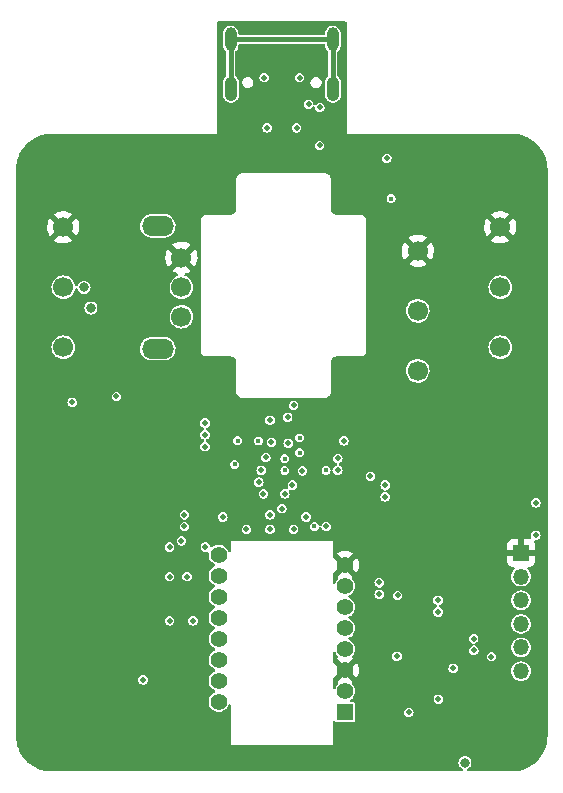
<source format=gbr>
%TF.GenerationSoftware,KiCad,Pcbnew,6.0.7+dfsg-1~bpo11+1*%
%TF.CreationDate,2022-10-07T14:18:51+00:00*%
%TF.ProjectId,redshift,72656473-6869-4667-942e-6b696361645f,0.2*%
%TF.SameCoordinates,Original*%
%TF.FileFunction,Copper,L2,Inr*%
%TF.FilePolarity,Positive*%
%FSLAX46Y46*%
G04 Gerber Fmt 4.6, Leading zero omitted, Abs format (unit mm)*
G04 Created by KiCad (PCBNEW 6.0.7+dfsg-1~bpo11+1) date 2022-10-07 14:18:51*
%MOMM*%
%LPD*%
G01*
G04 APERTURE LIST*
%TA.AperFunction,ComponentPad*%
%ADD10C,1.700000*%
%TD*%
%TA.AperFunction,ComponentPad*%
%ADD11O,2.700000X1.700000*%
%TD*%
%TA.AperFunction,ComponentPad*%
%ADD12O,1.050000X2.100000*%
%TD*%
%TA.AperFunction,ComponentPad*%
%ADD13O,1.000000X2.000000*%
%TD*%
%TA.AperFunction,ComponentPad*%
%ADD14R,1.350000X1.350000*%
%TD*%
%TA.AperFunction,ComponentPad*%
%ADD15O,1.350000X1.350000*%
%TD*%
%TA.AperFunction,ComponentPad*%
%ADD16R,1.400000X1.400000*%
%TD*%
%TA.AperFunction,ComponentPad*%
%ADD17C,1.400000*%
%TD*%
%TA.AperFunction,ViaPad*%
%ADD18C,0.450000*%
%TD*%
%TA.AperFunction,ViaPad*%
%ADD19C,0.500000*%
%TD*%
%TA.AperFunction,ViaPad*%
%ADD20C,0.800000*%
%TD*%
%TA.AperFunction,Conductor*%
%ADD21C,0.450000*%
%TD*%
G04 APERTURE END LIST*
D10*
%TO.N,/ENC_A*%
%TO.C,ENC1*%
X129000000Y-80500000D03*
%TO.N,/ENC_B*%
X129000000Y-78000000D03*
%TO.N,GND*%
X129000000Y-75500000D03*
D11*
%TO.N,N/C*%
X127000000Y-72800000D03*
X127000000Y-83200000D03*
%TD*%
D12*
%TO.N,/SH*%
%TO.C,J1*%
X141820000Y-61180000D03*
D13*
X141820000Y-57000000D03*
X133180000Y-57000000D03*
D12*
X133180000Y-61180000D03*
%TD*%
D10*
%TO.N,GND*%
%TO.C,SW3*%
X149000000Y-74920000D03*
%TO.N,/SW3_M_NO*%
X149000000Y-80000000D03*
%TO.N,/SW3_M_NC*%
X149000000Y-85080000D03*
%TD*%
D14*
%TO.N,GND*%
%TO.C,J3*%
X157750000Y-100500000D03*
D15*
%TO.N,/DBG_VIN*%
X157750000Y-102500000D03*
%TO.N,/RESET*%
X157750000Y-104500000D03*
%TO.N,/SWDIO*%
X157750000Y-106500000D03*
%TO.N,/SWO*%
X157750000Y-108500000D03*
%TO.N,/SWCLK*%
X157750000Y-110500000D03*
%TD*%
D16*
%TO.N,N/C*%
%TO.C,U1*%
X142850000Y-113985000D03*
D17*
X142850000Y-112205000D03*
%TO.N,GND*%
X142850000Y-110425000D03*
%TO.N,Net-(C19-Pad1)*%
X142850000Y-108645000D03*
%TO.N,Net-(C21-Pad1)*%
X142850000Y-106865000D03*
%TO.N,unconnected-(U1-Pad6)*%
X142850000Y-105085000D03*
%TO.N,Net-(C17-Pad2)*%
X142850000Y-103305000D03*
%TO.N,GND*%
X142850000Y-101525000D03*
%TO.N,/SNSR_MTN*%
X132150000Y-100635000D03*
%TO.N,/FC6_SCK*%
X132150000Y-102415000D03*
%TO.N,/FC6_MOSI*%
X132150000Y-104195000D03*
%TO.N,/FC6_MISO*%
X132150000Y-105975000D03*
%TO.N,/FC6_CS1*%
X132150000Y-107755000D03*
%TO.N,/SNSR_RST*%
X132150000Y-109535000D03*
%TO.N,/SNSR_LED*%
X132150000Y-111315000D03*
%TO.N,N/C*%
X132150000Y-113095000D03*
%TD*%
D10*
%TO.N,GND*%
%TO.C,SW2*%
X156000000Y-72920000D03*
%TO.N,/SW2_R_NO*%
X156000000Y-78000000D03*
%TO.N,/SW2_R_NC*%
X156000000Y-83080000D03*
%TD*%
%TO.N,GND*%
%TO.C,SW1*%
X119000000Y-72920000D03*
%TO.N,/SW1_L_NO*%
X119000000Y-78000000D03*
%TO.N,/SW1_L_NC*%
X119000000Y-83080000D03*
%TD*%
D18*
%TO.N,+5V*%
X146750000Y-70500000D03*
D19*
X140700000Y-66000000D03*
X147300000Y-104100000D03*
%TO.N,+3V3*%
X138500000Y-88000000D03*
X146250000Y-94750000D03*
X131000000Y-89500000D03*
X145750000Y-104000000D03*
X138500000Y-98500000D03*
X145750000Y-103000000D03*
X142250000Y-92500000D03*
X123500000Y-87250000D03*
X146400000Y-67100000D03*
X134500000Y-98500000D03*
X146250000Y-95750000D03*
X142750000Y-91000000D03*
X131000000Y-91500000D03*
X136500000Y-98500000D03*
X125750000Y-111250000D03*
X139549011Y-97450989D03*
X142250000Y-93500000D03*
D20*
X153000000Y-118250000D03*
D19*
X131000000Y-90500000D03*
%TO.N,+1V8*%
X147250000Y-109250000D03*
%TO.N,/USB_D+*%
X136250000Y-64500000D03*
X138042518Y-91207482D03*
%TO.N,/USB_D-*%
X138000000Y-89000000D03*
X138750000Y-64500000D03*
%TO.N,/VBUS_*%
X136000000Y-60250000D03*
X159000000Y-96250000D03*
X140718767Y-62781233D03*
X139000000Y-60250000D03*
X139759355Y-62504544D03*
%TO.N,/USB1_LED*%
X136143360Y-92413402D03*
X119750000Y-87750000D03*
D18*
%TO.N,/FC6_CS1*%
X140250000Y-98250000D03*
D19*
%TO.N,/RESET*%
X136620878Y-91129122D03*
X150725500Y-104500000D03*
%TO.N,/FC6_SCK*%
X128000000Y-102500000D03*
X129475500Y-102500000D03*
X135750000Y-93500000D03*
%TO.N,/FC6_MOSI*%
X131024500Y-100000000D03*
X128000000Y-100000000D03*
%TO.N,/FC6_MISO*%
X137750000Y-95500000D03*
X129975500Y-106250000D03*
X128000000Y-106250000D03*
D18*
%TO.N,/SW1_L_NC*%
X135519107Y-91020248D03*
D19*
%TO.N,/SNSR_RST*%
X132500000Y-97450989D03*
X129000000Y-99475500D03*
X136500000Y-97274500D03*
%TO.N,/SW1_L_NO*%
X136500000Y-89250000D03*
%TO.N,GND*%
X136700989Y-94750000D03*
X144270000Y-92500000D03*
X142000000Y-62750000D03*
X145750000Y-107250000D03*
X144250000Y-90500000D03*
X128500000Y-105500000D03*
X146250000Y-96750000D03*
X134000000Y-65250000D03*
X139451727Y-94957641D03*
X134925500Y-89524020D03*
X150750000Y-114000000D03*
X140000000Y-68000000D03*
X141600989Y-88000000D03*
D20*
X149750000Y-118250000D03*
D19*
X145000000Y-85750000D03*
X133475011Y-92000000D03*
X137500000Y-98500000D03*
X148000000Y-107000000D03*
X140750000Y-88000000D03*
X153250000Y-114000000D03*
X150500000Y-68250000D03*
X135500000Y-98500000D03*
X149500000Y-114000000D03*
X148750000Y-108750000D03*
X140000000Y-63909500D03*
X145750000Y-106250000D03*
X145250000Y-90500000D03*
X132000000Y-65250000D03*
X149520000Y-105270000D03*
X137528381Y-87971619D03*
X144250000Y-93500000D03*
X133374500Y-62750000D03*
D18*
X141250000Y-92500000D03*
D19*
X133500000Y-98500000D03*
X129250000Y-96250000D03*
X154750000Y-98750000D03*
%TO.N,/SW4_NC*%
X135544503Y-94500000D03*
X129250000Y-97250000D03*
%TO.N,/SW4_NO*%
X135944011Y-95500000D03*
X129250000Y-98250000D03*
D18*
%TO.N,/SW2_R_NO*%
X137750000Y-92519503D03*
%TO.N,/SW2_R_NC*%
X137750000Y-93500000D03*
%TO.N,/SW3_M_NO*%
X139000000Y-90750000D03*
%TO.N,/SW3_M_NC*%
X139000000Y-92000000D03*
%TO.N,/ENC_B*%
X133500000Y-93000000D03*
D20*
X120750000Y-78000000D03*
%TO.N,/ENC_A*%
X121334080Y-79767133D03*
D18*
X133750000Y-91000000D03*
D19*
%TO.N,/SWO*%
X150750000Y-112874500D03*
X139250000Y-93548273D03*
X155250000Y-109274500D03*
D18*
%TO.N,/SWCLK*%
X141250000Y-93500000D03*
D19*
X153750000Y-108750000D03*
%TO.N,/SWDIO*%
X153750000Y-107750000D03*
X145000000Y-94000000D03*
%TO.N,/SNSR_MTN*%
X138397276Y-94749989D03*
%TO.N,/ISP*%
X141250000Y-98250000D03*
X150725500Y-105500000D03*
X152000000Y-110250000D03*
X137500000Y-96750000D03*
%TO.N,/DBG_VIN*%
X159000000Y-99000000D03*
X148250000Y-114000000D03*
%TD*%
D21*
%TO.N,/SH*%
X133180000Y-57000000D02*
X141820000Y-57000000D01*
X133180000Y-57000000D02*
X133180000Y-61180000D01*
X141820000Y-57000000D02*
X141820000Y-61180000D01*
%TD*%
%TA.AperFunction,Conductor*%
%TO.N,GND*%
G36*
X142941121Y-55521002D02*
G01*
X142987614Y-55574658D01*
X142999000Y-55627000D01*
X142999000Y-62986315D01*
X142997755Y-63000000D01*
X142994707Y-63000000D01*
X142995892Y-63018078D01*
X142999730Y-63076634D01*
X143000000Y-63084875D01*
X143000000Y-65000000D01*
X144915125Y-65000000D01*
X144923366Y-65000270D01*
X145000000Y-65005293D01*
X145000000Y-65002076D01*
X145009737Y-65001000D01*
X156996710Y-65001000D01*
X157003305Y-65001173D01*
X157266322Y-65014958D01*
X157266791Y-65014983D01*
X157308840Y-65017344D01*
X157321486Y-65018697D01*
X157353265Y-65023730D01*
X157518893Y-65049963D01*
X157520170Y-65050173D01*
X157629945Y-65068826D01*
X157641449Y-65071338D01*
X157758932Y-65102817D01*
X157821271Y-65119521D01*
X157823503Y-65120142D01*
X157943493Y-65154711D01*
X157953763Y-65158154D01*
X158122270Y-65222838D01*
X158125299Y-65224046D01*
X158189293Y-65250553D01*
X158245795Y-65273957D01*
X158254780Y-65278099D01*
X158413041Y-65358737D01*
X158416786Y-65360726D01*
X158533315Y-65425129D01*
X158540992Y-65429735D01*
X158688581Y-65525581D01*
X158692869Y-65528492D01*
X158802697Y-65606419D01*
X158809079Y-65611260D01*
X158945199Y-65721489D01*
X158949863Y-65725457D01*
X159050758Y-65815622D01*
X159055875Y-65820461D01*
X159179539Y-65944125D01*
X159184378Y-65949242D01*
X159220987Y-65990207D01*
X159274543Y-66050137D01*
X159278511Y-66054801D01*
X159388740Y-66190921D01*
X159393581Y-66197303D01*
X159471508Y-66307131D01*
X159474419Y-66311419D01*
X159570265Y-66459008D01*
X159574871Y-66466685D01*
X159639274Y-66583214D01*
X159641263Y-66586959D01*
X159721901Y-66745220D01*
X159726043Y-66754205D01*
X159774211Y-66870491D01*
X159775947Y-66874683D01*
X159777169Y-66877747D01*
X159841845Y-67046235D01*
X159845289Y-67056507D01*
X159879858Y-67176497D01*
X159880479Y-67178729D01*
X159892959Y-67225304D01*
X159928662Y-67358551D01*
X159931174Y-67370055D01*
X159949827Y-67479830D01*
X159950037Y-67481107D01*
X159976270Y-67646735D01*
X159981303Y-67678514D01*
X159982656Y-67691159D01*
X159985023Y-67733306D01*
X159985048Y-67733777D01*
X159998827Y-67996696D01*
X159999000Y-68003290D01*
X159999000Y-115996710D01*
X159998827Y-116003304D01*
X159985048Y-116266223D01*
X159985023Y-116266694D01*
X159982656Y-116308841D01*
X159981303Y-116321486D01*
X159950037Y-116518893D01*
X159949827Y-116520170D01*
X159931174Y-116629945D01*
X159928662Y-116641449D01*
X159880490Y-116821232D01*
X159879858Y-116823503D01*
X159845289Y-116943493D01*
X159841845Y-116953765D01*
X159777169Y-117122253D01*
X159775947Y-117125317D01*
X159726043Y-117245795D01*
X159721901Y-117254780D01*
X159641263Y-117413041D01*
X159639274Y-117416786D01*
X159574871Y-117533315D01*
X159570265Y-117540992D01*
X159474419Y-117688581D01*
X159471508Y-117692869D01*
X159393581Y-117802697D01*
X159388740Y-117809079D01*
X159278511Y-117945199D01*
X159274543Y-117949863D01*
X159184378Y-118050758D01*
X159179539Y-118055875D01*
X159055875Y-118179539D01*
X159050758Y-118184378D01*
X158968898Y-118257533D01*
X158949863Y-118274543D01*
X158945199Y-118278511D01*
X158809079Y-118388740D01*
X158802697Y-118393581D01*
X158692869Y-118471508D01*
X158688581Y-118474419D01*
X158540992Y-118570265D01*
X158533315Y-118574871D01*
X158416786Y-118639274D01*
X158413041Y-118641263D01*
X158254780Y-118721901D01*
X158245795Y-118726043D01*
X158226530Y-118734023D01*
X158125299Y-118775954D01*
X158122270Y-118777162D01*
X157953765Y-118841845D01*
X157943493Y-118845289D01*
X157823503Y-118879858D01*
X157821271Y-118880479D01*
X157758932Y-118897183D01*
X157641449Y-118928662D01*
X157629945Y-118931174D01*
X157520170Y-118949827D01*
X157518893Y-118950037D01*
X157353265Y-118976270D01*
X157321486Y-118981303D01*
X157308840Y-118982656D01*
X157266791Y-118985017D01*
X157266322Y-118985042D01*
X157003305Y-118998827D01*
X156996710Y-118999000D01*
X153263724Y-118999000D01*
X153195603Y-118978998D01*
X153149110Y-118925342D01*
X153139006Y-118855068D01*
X153168500Y-118790488D01*
X153215507Y-118756591D01*
X153269993Y-118734023D01*
X153269998Y-118734020D01*
X153277625Y-118730861D01*
X153392621Y-118642621D01*
X153480861Y-118527625D01*
X153536330Y-118393709D01*
X153555250Y-118250000D01*
X153536330Y-118106291D01*
X153480861Y-117972375D01*
X153392621Y-117857379D01*
X153277625Y-117769139D01*
X153143709Y-117713670D01*
X153000000Y-117694750D01*
X152856291Y-117713670D01*
X152722375Y-117769139D01*
X152607379Y-117857379D01*
X152519139Y-117972375D01*
X152463670Y-118106291D01*
X152444750Y-118250000D01*
X152463670Y-118393709D01*
X152519139Y-118527625D01*
X152607379Y-118642621D01*
X152722375Y-118730861D01*
X152730002Y-118734020D01*
X152730007Y-118734023D01*
X152784493Y-118756591D01*
X152839774Y-118801139D01*
X152862196Y-118868502D01*
X152844638Y-118937293D01*
X152792677Y-118985672D01*
X152736276Y-118999000D01*
X118003290Y-118999000D01*
X117996695Y-118998827D01*
X117733678Y-118985042D01*
X117733209Y-118985017D01*
X117691160Y-118982656D01*
X117678514Y-118981303D01*
X117646735Y-118976270D01*
X117481107Y-118950037D01*
X117479830Y-118949827D01*
X117370055Y-118931174D01*
X117358551Y-118928662D01*
X117241068Y-118897183D01*
X117178729Y-118880479D01*
X117176497Y-118879858D01*
X117056507Y-118845289D01*
X117046235Y-118841845D01*
X116877730Y-118777162D01*
X116874701Y-118775954D01*
X116773470Y-118734023D01*
X116754205Y-118726043D01*
X116745220Y-118721901D01*
X116586959Y-118641263D01*
X116583214Y-118639274D01*
X116466685Y-118574871D01*
X116459008Y-118570265D01*
X116311419Y-118474419D01*
X116307131Y-118471508D01*
X116197303Y-118393581D01*
X116190921Y-118388740D01*
X116054801Y-118278511D01*
X116050137Y-118274543D01*
X116031102Y-118257533D01*
X115949242Y-118184378D01*
X115944125Y-118179539D01*
X115820461Y-118055875D01*
X115815622Y-118050758D01*
X115725457Y-117949863D01*
X115721489Y-117945199D01*
X115611260Y-117809079D01*
X115606419Y-117802697D01*
X115528492Y-117692869D01*
X115525581Y-117688581D01*
X115429735Y-117540992D01*
X115425129Y-117533315D01*
X115360726Y-117416786D01*
X115358737Y-117413041D01*
X115278099Y-117254780D01*
X115273957Y-117245795D01*
X115224053Y-117125317D01*
X115222831Y-117122253D01*
X115158155Y-116953765D01*
X115154711Y-116943493D01*
X115120142Y-116823503D01*
X115119510Y-116821232D01*
X115071338Y-116641449D01*
X115068826Y-116629945D01*
X115050173Y-116520170D01*
X115049963Y-116518893D01*
X115018697Y-116321486D01*
X115017344Y-116308841D01*
X115014977Y-116266694D01*
X115014952Y-116266223D01*
X115001173Y-116003304D01*
X115001000Y-115996710D01*
X115001000Y-111250000D01*
X125344508Y-111250000D01*
X125346059Y-111259793D01*
X125356249Y-111324128D01*
X125364354Y-111375304D01*
X125421950Y-111488342D01*
X125511658Y-111578050D01*
X125624696Y-111635646D01*
X125634485Y-111637196D01*
X125634487Y-111637197D01*
X125740207Y-111653941D01*
X125750000Y-111655492D01*
X125759793Y-111653941D01*
X125865513Y-111637197D01*
X125865515Y-111637196D01*
X125875304Y-111635646D01*
X125988342Y-111578050D01*
X126078050Y-111488342D01*
X126135646Y-111375304D01*
X126143752Y-111324128D01*
X126153941Y-111259793D01*
X126155492Y-111250000D01*
X126150557Y-111218842D01*
X126137197Y-111134487D01*
X126137196Y-111134485D01*
X126135646Y-111124696D01*
X126078050Y-111011658D01*
X125988342Y-110921950D01*
X125875304Y-110864354D01*
X125865515Y-110862804D01*
X125865513Y-110862803D01*
X125759793Y-110846059D01*
X125750000Y-110844508D01*
X125740207Y-110846059D01*
X125634487Y-110862803D01*
X125634485Y-110862804D01*
X125624696Y-110864354D01*
X125511658Y-110921950D01*
X125421950Y-111011658D01*
X125364354Y-111124696D01*
X125362804Y-111134485D01*
X125362803Y-111134487D01*
X125349443Y-111218842D01*
X125344508Y-111250000D01*
X115001000Y-111250000D01*
X115001000Y-106250000D01*
X127594508Y-106250000D01*
X127596059Y-106259793D01*
X127611523Y-106357427D01*
X127614354Y-106375304D01*
X127671950Y-106488342D01*
X127761658Y-106578050D01*
X127874696Y-106635646D01*
X127884485Y-106637196D01*
X127884487Y-106637197D01*
X127990207Y-106653941D01*
X128000000Y-106655492D01*
X128009793Y-106653941D01*
X128115513Y-106637197D01*
X128115515Y-106637196D01*
X128125304Y-106635646D01*
X128238342Y-106578050D01*
X128328050Y-106488342D01*
X128385646Y-106375304D01*
X128388478Y-106357427D01*
X128403941Y-106259793D01*
X128405492Y-106250000D01*
X129570008Y-106250000D01*
X129571559Y-106259793D01*
X129587023Y-106357427D01*
X129589854Y-106375304D01*
X129647450Y-106488342D01*
X129737158Y-106578050D01*
X129850196Y-106635646D01*
X129859985Y-106637196D01*
X129859987Y-106637197D01*
X129965707Y-106653941D01*
X129975500Y-106655492D01*
X129985293Y-106653941D01*
X130091013Y-106637197D01*
X130091015Y-106637196D01*
X130100804Y-106635646D01*
X130213842Y-106578050D01*
X130303550Y-106488342D01*
X130361146Y-106375304D01*
X130363978Y-106357427D01*
X130379441Y-106259793D01*
X130380992Y-106250000D01*
X130361146Y-106124696D01*
X130303550Y-106011658D01*
X130213842Y-105921950D01*
X130100804Y-105864354D01*
X130091015Y-105862804D01*
X130091013Y-105862803D01*
X129985293Y-105846059D01*
X129975500Y-105844508D01*
X129965707Y-105846059D01*
X129859987Y-105862803D01*
X129859985Y-105862804D01*
X129850196Y-105864354D01*
X129737158Y-105921950D01*
X129647450Y-106011658D01*
X129589854Y-106124696D01*
X129570008Y-106250000D01*
X128405492Y-106250000D01*
X128385646Y-106124696D01*
X128328050Y-106011658D01*
X128238342Y-105921950D01*
X128125304Y-105864354D01*
X128115515Y-105862804D01*
X128115513Y-105862803D01*
X128009793Y-105846059D01*
X128000000Y-105844508D01*
X127990207Y-105846059D01*
X127884487Y-105862803D01*
X127884485Y-105862804D01*
X127874696Y-105864354D01*
X127761658Y-105921950D01*
X127671950Y-106011658D01*
X127614354Y-106124696D01*
X127594508Y-106250000D01*
X115001000Y-106250000D01*
X115001000Y-102500000D01*
X127594508Y-102500000D01*
X127596059Y-102509793D01*
X127612620Y-102614354D01*
X127614354Y-102625304D01*
X127671950Y-102738342D01*
X127761658Y-102828050D01*
X127874696Y-102885646D01*
X127884485Y-102887196D01*
X127884487Y-102887197D01*
X127990207Y-102903941D01*
X128000000Y-102905492D01*
X128009793Y-102903941D01*
X128115513Y-102887197D01*
X128115515Y-102887196D01*
X128125304Y-102885646D01*
X128238342Y-102828050D01*
X128328050Y-102738342D01*
X128385646Y-102625304D01*
X128387381Y-102614354D01*
X128403941Y-102509793D01*
X128405492Y-102500000D01*
X129070008Y-102500000D01*
X129071559Y-102509793D01*
X129088120Y-102614354D01*
X129089854Y-102625304D01*
X129147450Y-102738342D01*
X129237158Y-102828050D01*
X129350196Y-102885646D01*
X129359985Y-102887196D01*
X129359987Y-102887197D01*
X129465707Y-102903941D01*
X129475500Y-102905492D01*
X129485293Y-102903941D01*
X129591013Y-102887197D01*
X129591015Y-102887196D01*
X129600804Y-102885646D01*
X129713842Y-102828050D01*
X129803550Y-102738342D01*
X129861146Y-102625304D01*
X129862881Y-102614354D01*
X129879441Y-102509793D01*
X129880992Y-102500000D01*
X129868569Y-102421565D01*
X129862697Y-102384487D01*
X129862696Y-102384485D01*
X129861146Y-102374696D01*
X129803550Y-102261658D01*
X129713842Y-102171950D01*
X129600804Y-102114354D01*
X129591015Y-102112804D01*
X129591013Y-102112803D01*
X129485293Y-102096059D01*
X129475500Y-102094508D01*
X129465707Y-102096059D01*
X129359987Y-102112803D01*
X129359985Y-102112804D01*
X129350196Y-102114354D01*
X129237158Y-102171950D01*
X129147450Y-102261658D01*
X129089854Y-102374696D01*
X129088304Y-102384485D01*
X129088303Y-102384487D01*
X129082431Y-102421565D01*
X129070008Y-102500000D01*
X128405492Y-102500000D01*
X128393069Y-102421565D01*
X128387197Y-102384487D01*
X128387196Y-102384485D01*
X128385646Y-102374696D01*
X128328050Y-102261658D01*
X128238342Y-102171950D01*
X128125304Y-102114354D01*
X128115515Y-102112804D01*
X128115513Y-102112803D01*
X128009793Y-102096059D01*
X128000000Y-102094508D01*
X127990207Y-102096059D01*
X127884487Y-102112803D01*
X127884485Y-102112804D01*
X127874696Y-102114354D01*
X127761658Y-102171950D01*
X127671950Y-102261658D01*
X127614354Y-102374696D01*
X127612804Y-102384485D01*
X127612803Y-102384487D01*
X127606931Y-102421565D01*
X127594508Y-102500000D01*
X115001000Y-102500000D01*
X115001000Y-100000000D01*
X127594508Y-100000000D01*
X127614354Y-100125304D01*
X127671950Y-100238342D01*
X127761658Y-100328050D01*
X127874696Y-100385646D01*
X127884485Y-100387196D01*
X127884487Y-100387197D01*
X127990207Y-100403941D01*
X128000000Y-100405492D01*
X128009793Y-100403941D01*
X128115513Y-100387197D01*
X128115515Y-100387196D01*
X128125304Y-100385646D01*
X128238342Y-100328050D01*
X128328050Y-100238342D01*
X128385646Y-100125304D01*
X128405492Y-100000000D01*
X130619008Y-100000000D01*
X130638854Y-100125304D01*
X130696450Y-100238342D01*
X130786158Y-100328050D01*
X130899196Y-100385646D01*
X130908985Y-100387196D01*
X130908987Y-100387197D01*
X131014707Y-100403941D01*
X131024500Y-100405492D01*
X131146211Y-100386215D01*
X131146214Y-100386215D01*
X131149804Y-100385646D01*
X131149878Y-100386110D01*
X131213700Y-100384289D01*
X131274496Y-100420953D01*
X131305819Y-100484666D01*
X131306974Y-100519317D01*
X131294815Y-100635000D01*
X131295505Y-100641565D01*
X131307323Y-100754000D01*
X131313503Y-100812803D01*
X131368750Y-100982835D01*
X131458141Y-101137665D01*
X131462559Y-101142572D01*
X131462560Y-101142573D01*
X131538120Y-101226490D01*
X131577770Y-101270526D01*
X131722407Y-101375612D01*
X131728433Y-101378295D01*
X131728440Y-101378299D01*
X131799403Y-101409893D01*
X131853499Y-101455873D01*
X131874149Y-101523800D01*
X131854797Y-101592108D01*
X131799404Y-101640107D01*
X131728438Y-101671703D01*
X131728436Y-101671704D01*
X131722408Y-101674388D01*
X131717067Y-101678268D01*
X131717066Y-101678269D01*
X131683024Y-101703002D01*
X131577770Y-101779474D01*
X131573357Y-101784376D01*
X131573355Y-101784377D01*
X131475272Y-101893309D01*
X131458141Y-101912335D01*
X131368750Y-102067165D01*
X131313503Y-102237197D01*
X131294815Y-102415000D01*
X131295505Y-102421565D01*
X131302874Y-102491671D01*
X131313503Y-102592803D01*
X131368750Y-102762835D01*
X131458141Y-102917665D01*
X131462559Y-102922572D01*
X131462560Y-102922573D01*
X131541094Y-103009793D01*
X131577770Y-103050526D01*
X131583109Y-103054405D01*
X131683298Y-103127197D01*
X131722407Y-103155612D01*
X131728433Y-103158295D01*
X131728440Y-103158299D01*
X131799403Y-103189893D01*
X131853499Y-103235873D01*
X131874149Y-103303800D01*
X131854797Y-103372108D01*
X131799404Y-103420107D01*
X131728438Y-103451703D01*
X131728436Y-103451704D01*
X131722408Y-103454388D01*
X131577770Y-103559474D01*
X131573357Y-103564376D01*
X131573355Y-103564377D01*
X131476496Y-103671950D01*
X131458141Y-103692335D01*
X131454838Y-103698056D01*
X131408128Y-103778961D01*
X131368750Y-103847165D01*
X131366708Y-103853450D01*
X131322273Y-103990207D01*
X131313503Y-104017197D01*
X131312813Y-104023760D01*
X131312813Y-104023761D01*
X131297238Y-104171950D01*
X131294815Y-104195000D01*
X131295505Y-104201565D01*
X131312774Y-104365863D01*
X131313503Y-104372803D01*
X131368750Y-104542835D01*
X131458141Y-104697665D01*
X131462559Y-104702572D01*
X131462560Y-104702573D01*
X131501080Y-104745353D01*
X131577770Y-104830526D01*
X131583109Y-104834405D01*
X131683298Y-104907197D01*
X131722407Y-104935612D01*
X131728433Y-104938295D01*
X131728440Y-104938299D01*
X131799403Y-104969893D01*
X131853499Y-105015873D01*
X131874149Y-105083800D01*
X131854797Y-105152108D01*
X131799404Y-105200107D01*
X131728438Y-105231703D01*
X131728436Y-105231704D01*
X131722408Y-105234388D01*
X131717067Y-105238268D01*
X131717066Y-105238269D01*
X131660179Y-105279600D01*
X131577770Y-105339474D01*
X131458141Y-105472335D01*
X131368750Y-105627165D01*
X131313503Y-105797197D01*
X131312813Y-105803760D01*
X131312813Y-105803761D01*
X131302284Y-105903941D01*
X131294815Y-105975000D01*
X131295505Y-105981565D01*
X131302874Y-106051671D01*
X131313503Y-106152803D01*
X131368750Y-106322835D01*
X131458141Y-106477665D01*
X131462559Y-106482572D01*
X131462560Y-106482573D01*
X131542216Y-106571039D01*
X131577770Y-106610526D01*
X131583109Y-106614405D01*
X131683298Y-106687197D01*
X131722407Y-106715612D01*
X131728433Y-106718295D01*
X131728440Y-106718299D01*
X131799403Y-106749893D01*
X131853499Y-106795873D01*
X131874149Y-106863800D01*
X131854797Y-106932108D01*
X131799404Y-106980107D01*
X131728438Y-107011703D01*
X131728436Y-107011704D01*
X131722408Y-107014388D01*
X131577770Y-107119474D01*
X131458141Y-107252335D01*
X131454838Y-107258056D01*
X131404030Y-107346059D01*
X131368750Y-107407165D01*
X131313503Y-107577197D01*
X131312813Y-107583760D01*
X131312813Y-107583761D01*
X131302081Y-107685873D01*
X131294815Y-107755000D01*
X131295505Y-107761565D01*
X131307460Y-107875304D01*
X131313503Y-107932803D01*
X131368750Y-108102835D01*
X131372053Y-108108557D01*
X131372054Y-108108558D01*
X131391555Y-108142335D01*
X131458141Y-108257665D01*
X131462559Y-108262572D01*
X131462560Y-108262573D01*
X131554205Y-108364354D01*
X131577770Y-108390526D01*
X131583109Y-108394405D01*
X131683298Y-108467197D01*
X131722407Y-108495612D01*
X131728433Y-108498295D01*
X131728440Y-108498299D01*
X131799403Y-108529893D01*
X131853499Y-108575873D01*
X131874149Y-108643800D01*
X131854797Y-108712108D01*
X131799404Y-108760107D01*
X131728438Y-108791703D01*
X131728436Y-108791704D01*
X131722408Y-108794388D01*
X131717067Y-108798268D01*
X131717066Y-108798269D01*
X131596846Y-108885614D01*
X131577770Y-108899474D01*
X131573357Y-108904376D01*
X131573355Y-108904377D01*
X131493739Y-108992799D01*
X131458141Y-109032335D01*
X131454838Y-109038056D01*
X131385019Y-109158987D01*
X131368750Y-109187165D01*
X131357585Y-109221527D01*
X131335525Y-109289422D01*
X131313503Y-109357197D01*
X131312813Y-109363760D01*
X131312813Y-109363761D01*
X131300647Y-109479509D01*
X131294815Y-109535000D01*
X131313503Y-109712803D01*
X131368750Y-109882835D01*
X131458141Y-110037665D01*
X131462559Y-110042572D01*
X131462560Y-110042573D01*
X131565298Y-110156674D01*
X131577770Y-110170526D01*
X131722407Y-110275612D01*
X131728433Y-110278295D01*
X131728440Y-110278299D01*
X131799403Y-110309893D01*
X131853499Y-110355873D01*
X131874149Y-110423800D01*
X131854797Y-110492108D01*
X131799404Y-110540107D01*
X131728438Y-110571703D01*
X131728436Y-110571704D01*
X131722408Y-110574388D01*
X131577770Y-110679474D01*
X131573357Y-110684376D01*
X131573355Y-110684377D01*
X131474839Y-110793790D01*
X131458141Y-110812335D01*
X131368750Y-110967165D01*
X131313503Y-111137197D01*
X131312813Y-111143760D01*
X131312813Y-111143761D01*
X131297786Y-111286737D01*
X131294815Y-111315000D01*
X131295505Y-111321565D01*
X131302874Y-111391671D01*
X131313503Y-111492803D01*
X131315543Y-111499080D01*
X131315543Y-111499082D01*
X131341202Y-111578050D01*
X131368750Y-111662835D01*
X131458141Y-111817665D01*
X131577770Y-111950526D01*
X131583109Y-111954405D01*
X131683298Y-112027197D01*
X131722407Y-112055612D01*
X131728433Y-112058295D01*
X131728440Y-112058299D01*
X131799403Y-112089893D01*
X131853499Y-112135873D01*
X131874149Y-112203800D01*
X131854797Y-112272108D01*
X131799404Y-112320107D01*
X131728438Y-112351703D01*
X131728436Y-112351704D01*
X131722408Y-112354388D01*
X131577770Y-112459474D01*
X131573357Y-112464376D01*
X131573355Y-112464377D01*
X131551316Y-112488854D01*
X131458141Y-112592335D01*
X131368750Y-112747165D01*
X131313503Y-112917197D01*
X131312813Y-112923760D01*
X131312813Y-112923761D01*
X131301277Y-113033523D01*
X131294815Y-113095000D01*
X131295505Y-113101565D01*
X131299885Y-113143233D01*
X131313503Y-113272803D01*
X131368750Y-113442835D01*
X131458141Y-113597665D01*
X131462559Y-113602572D01*
X131462560Y-113602573D01*
X131531341Y-113678961D01*
X131577770Y-113730526D01*
X131583109Y-113734405D01*
X131632777Y-113770491D01*
X131722407Y-113835612D01*
X131728435Y-113838296D01*
X131728437Y-113838297D01*
X131879702Y-113905644D01*
X131885733Y-113908329D01*
X131973171Y-113926915D01*
X132054152Y-113944128D01*
X132054156Y-113944128D01*
X132060609Y-113945500D01*
X132239391Y-113945500D01*
X132245844Y-113944128D01*
X132245848Y-113944128D01*
X132326829Y-113926915D01*
X132414267Y-113908329D01*
X132420298Y-113905644D01*
X132571563Y-113838297D01*
X132571565Y-113838296D01*
X132577593Y-113835612D01*
X132667224Y-113770491D01*
X132716891Y-113734405D01*
X132722230Y-113730526D01*
X132768660Y-113678961D01*
X132837440Y-113602573D01*
X132837441Y-113602572D01*
X132841859Y-113597665D01*
X132931250Y-113442835D01*
X132953167Y-113375382D01*
X132993241Y-113316776D01*
X133058637Y-113289139D01*
X133128594Y-113301246D01*
X133180900Y-113349252D01*
X133199000Y-113414318D01*
X133199000Y-116764802D01*
X133198918Y-116765000D01*
X133199000Y-116765198D01*
X133199235Y-116765765D01*
X133200000Y-116766082D01*
X133200198Y-116766000D01*
X141799802Y-116766000D01*
X141800000Y-116766082D01*
X141800765Y-116765765D01*
X141801000Y-116765198D01*
X141801082Y-116765000D01*
X141801000Y-116764802D01*
X141801000Y-114848941D01*
X141821002Y-114780820D01*
X141874658Y-114734327D01*
X141944932Y-114724223D01*
X142009512Y-114753717D01*
X142031763Y-114778938D01*
X142041496Y-114793504D01*
X142051815Y-114800399D01*
X142080958Y-114819872D01*
X142080960Y-114819873D01*
X142091278Y-114826767D01*
X142135180Y-114835500D01*
X143564820Y-114835500D01*
X143608722Y-114826767D01*
X143619040Y-114819873D01*
X143619042Y-114819872D01*
X143648185Y-114800399D01*
X143658504Y-114793504D01*
X143668235Y-114778941D01*
X143684872Y-114754042D01*
X143684873Y-114754040D01*
X143691767Y-114743722D01*
X143700500Y-114699820D01*
X143700500Y-114000000D01*
X147844508Y-114000000D01*
X147864354Y-114125304D01*
X147921950Y-114238342D01*
X148011658Y-114328050D01*
X148124696Y-114385646D01*
X148134485Y-114387196D01*
X148134487Y-114387197D01*
X148240207Y-114403941D01*
X148250000Y-114405492D01*
X148259793Y-114403941D01*
X148365513Y-114387197D01*
X148365515Y-114387196D01*
X148375304Y-114385646D01*
X148488342Y-114328050D01*
X148578050Y-114238342D01*
X148635646Y-114125304D01*
X148655492Y-114000000D01*
X148635646Y-113874696D01*
X148578050Y-113761658D01*
X148488342Y-113671950D01*
X148375304Y-113614354D01*
X148365515Y-113612804D01*
X148365513Y-113612803D01*
X148259793Y-113596059D01*
X148250000Y-113594508D01*
X148240207Y-113596059D01*
X148134487Y-113612803D01*
X148134485Y-113612804D01*
X148124696Y-113614354D01*
X148011658Y-113671950D01*
X147921950Y-113761658D01*
X147864354Y-113874696D01*
X147844508Y-114000000D01*
X143700500Y-114000000D01*
X143700500Y-113270180D01*
X143691767Y-113226278D01*
X143684873Y-113215960D01*
X143684872Y-113215958D01*
X143665399Y-113186815D01*
X143658504Y-113176496D01*
X143625429Y-113154396D01*
X143619042Y-113150128D01*
X143619040Y-113150127D01*
X143608722Y-113143233D01*
X143564820Y-113134500D01*
X143405398Y-113134500D01*
X143337277Y-113114498D01*
X143290784Y-113060842D01*
X143280680Y-112990568D01*
X143310174Y-112925988D01*
X143331337Y-112906564D01*
X143361991Y-112884293D01*
X143375470Y-112874500D01*
X150344508Y-112874500D01*
X150364354Y-112999804D01*
X150421950Y-113112842D01*
X150511658Y-113202550D01*
X150624696Y-113260146D01*
X150634485Y-113261696D01*
X150634487Y-113261697D01*
X150740207Y-113278441D01*
X150750000Y-113279992D01*
X150759793Y-113278441D01*
X150865513Y-113261697D01*
X150865515Y-113261696D01*
X150875304Y-113260146D01*
X150988342Y-113202550D01*
X151078050Y-113112842D01*
X151135646Y-112999804D01*
X151155492Y-112874500D01*
X151153941Y-112864707D01*
X151137197Y-112758987D01*
X151137196Y-112758985D01*
X151135646Y-112749196D01*
X151078050Y-112636158D01*
X150988342Y-112546450D01*
X150875304Y-112488854D01*
X150865515Y-112487304D01*
X150865513Y-112487303D01*
X150759793Y-112470559D01*
X150750000Y-112469008D01*
X150740207Y-112470559D01*
X150634487Y-112487303D01*
X150634485Y-112487304D01*
X150624696Y-112488854D01*
X150511658Y-112546450D01*
X150421950Y-112636158D01*
X150364354Y-112749196D01*
X150362804Y-112758985D01*
X150362803Y-112758987D01*
X150346059Y-112864707D01*
X150344508Y-112874500D01*
X143375470Y-112874500D01*
X143422230Y-112840526D01*
X143495649Y-112758987D01*
X143537440Y-112712573D01*
X143537441Y-112712572D01*
X143541859Y-112707665D01*
X143631250Y-112552835D01*
X143686497Y-112382803D01*
X143697127Y-112281671D01*
X143704495Y-112211565D01*
X143705185Y-112205000D01*
X143697919Y-112135873D01*
X143687187Y-112033761D01*
X143687187Y-112033760D01*
X143686497Y-112027197D01*
X143631250Y-111857165D01*
X143541859Y-111702335D01*
X143478617Y-111632098D01*
X143447900Y-111568090D01*
X143456663Y-111497637D01*
X143482054Y-111466532D01*
X143479937Y-111464840D01*
X143499623Y-111440212D01*
X143492554Y-111426764D01*
X142862812Y-110797022D01*
X142848868Y-110789408D01*
X142847035Y-110789539D01*
X142840420Y-110793790D01*
X142206724Y-111427486D01*
X142200294Y-111439261D01*
X142221299Y-111466411D01*
X142218935Y-111468240D01*
X142244349Y-111500038D01*
X142251654Y-111570658D01*
X142221383Y-111632098D01*
X142158141Y-111702335D01*
X142068750Y-111857165D01*
X142066708Y-111863450D01*
X142046833Y-111924618D01*
X142006759Y-111983224D01*
X141941363Y-112010861D01*
X141871406Y-111998754D01*
X141819100Y-111950748D01*
X141801000Y-111885682D01*
X141801000Y-111166980D01*
X141821002Y-111098859D01*
X141837905Y-111077885D01*
X142477978Y-110437812D01*
X142484356Y-110426132D01*
X143214408Y-110426132D01*
X143214539Y-110427965D01*
X143218790Y-110434580D01*
X143852486Y-111068276D01*
X143864261Y-111074706D01*
X143876276Y-111065410D01*
X143897001Y-111035811D01*
X143902479Y-111026323D01*
X143987159Y-110844723D01*
X143990907Y-110834429D01*
X144042769Y-110640878D01*
X144044671Y-110630091D01*
X144062135Y-110430475D01*
X144062135Y-110419525D01*
X144047304Y-110250000D01*
X151594508Y-110250000D01*
X151596059Y-110259793D01*
X151610082Y-110348329D01*
X151614354Y-110375304D01*
X151671950Y-110488342D01*
X151761658Y-110578050D01*
X151874696Y-110635646D01*
X151884485Y-110637196D01*
X151884487Y-110637197D01*
X151990207Y-110653941D01*
X152000000Y-110655492D01*
X152009793Y-110653941D01*
X152115513Y-110637197D01*
X152115515Y-110637196D01*
X152125304Y-110635646D01*
X152238342Y-110578050D01*
X152316392Y-110500000D01*
X156919953Y-110500000D01*
X156938092Y-110672576D01*
X156991714Y-110837611D01*
X157078478Y-110987889D01*
X157082899Y-110992799D01*
X157171235Y-111090906D01*
X157194590Y-111116845D01*
X157334976Y-111218842D01*
X157341004Y-111221526D01*
X157341006Y-111221527D01*
X157426953Y-111259793D01*
X157493501Y-111289422D01*
X157578368Y-111307461D01*
X157656779Y-111324128D01*
X157656783Y-111324128D01*
X157663236Y-111325500D01*
X157836764Y-111325500D01*
X157843217Y-111324128D01*
X157843221Y-111324128D01*
X157921631Y-111307461D01*
X158006499Y-111289422D01*
X158073047Y-111259793D01*
X158158994Y-111221527D01*
X158158996Y-111221526D01*
X158165024Y-111218842D01*
X158305410Y-111116845D01*
X158328766Y-111090906D01*
X158417101Y-110992799D01*
X158421522Y-110987889D01*
X158508286Y-110837611D01*
X158561908Y-110672576D01*
X158580047Y-110500000D01*
X158579218Y-110492108D01*
X158567869Y-110384137D01*
X158561908Y-110327424D01*
X158508286Y-110162389D01*
X158421522Y-110012111D01*
X158305410Y-109883155D01*
X158210487Y-109814189D01*
X158170366Y-109785039D01*
X158170365Y-109785038D01*
X158165024Y-109781158D01*
X158158996Y-109778474D01*
X158158994Y-109778473D01*
X158012530Y-109713263D01*
X158012529Y-109713263D01*
X158006499Y-109710578D01*
X157921631Y-109692539D01*
X157843221Y-109675872D01*
X157843217Y-109675872D01*
X157836764Y-109674500D01*
X157663236Y-109674500D01*
X157656783Y-109675872D01*
X157656779Y-109675872D01*
X157578369Y-109692539D01*
X157493501Y-109710578D01*
X157487472Y-109713262D01*
X157487470Y-109713263D01*
X157341007Y-109778473D01*
X157341005Y-109778474D01*
X157334977Y-109781158D01*
X157329636Y-109785038D01*
X157329635Y-109785039D01*
X157234281Y-109854318D01*
X157194590Y-109883155D01*
X157078478Y-110012111D01*
X156991714Y-110162389D01*
X156938092Y-110327424D01*
X156932131Y-110384137D01*
X156920783Y-110492108D01*
X156919953Y-110500000D01*
X152316392Y-110500000D01*
X152328050Y-110488342D01*
X152385646Y-110375304D01*
X152389919Y-110348329D01*
X152403941Y-110259793D01*
X152405492Y-110250000D01*
X152385646Y-110124696D01*
X152328050Y-110011658D01*
X152238342Y-109921950D01*
X152125304Y-109864354D01*
X152115515Y-109862804D01*
X152115513Y-109862803D01*
X152009793Y-109846059D01*
X152000000Y-109844508D01*
X151990207Y-109846059D01*
X151884487Y-109862803D01*
X151884485Y-109862804D01*
X151874696Y-109864354D01*
X151761658Y-109921950D01*
X151671950Y-110011658D01*
X151614354Y-110124696D01*
X151594508Y-110250000D01*
X144047304Y-110250000D01*
X144044671Y-110219909D01*
X144042769Y-110209122D01*
X143990907Y-110015571D01*
X143987159Y-110005277D01*
X143902479Y-109823677D01*
X143897001Y-109814189D01*
X143875689Y-109783752D01*
X143865212Y-109775377D01*
X143851764Y-109782446D01*
X143222022Y-110412188D01*
X143214408Y-110426132D01*
X142484356Y-110426132D01*
X142485592Y-110423868D01*
X142485461Y-110422035D01*
X142481210Y-110415420D01*
X141837905Y-109772115D01*
X141803879Y-109709803D01*
X141801000Y-109683020D01*
X141801000Y-108964318D01*
X141821002Y-108896197D01*
X141874658Y-108849704D01*
X141944932Y-108839600D01*
X142009512Y-108869094D01*
X142046833Y-108925382D01*
X142068750Y-108992835D01*
X142072053Y-108998557D01*
X142072054Y-108998558D01*
X142094858Y-109038056D01*
X142158141Y-109147665D01*
X142162559Y-109152572D01*
X142162560Y-109152573D01*
X142221383Y-109217902D01*
X142252100Y-109281910D01*
X142243337Y-109352363D01*
X142217946Y-109383468D01*
X142220063Y-109385160D01*
X142200377Y-109409788D01*
X142207446Y-109423236D01*
X142837188Y-110052978D01*
X142851132Y-110060592D01*
X142852965Y-110060461D01*
X142859580Y-110056210D01*
X143493276Y-109422514D01*
X143499706Y-109410739D01*
X143478701Y-109383589D01*
X143481065Y-109381760D01*
X143455651Y-109349962D01*
X143448346Y-109279342D01*
X143462803Y-109250000D01*
X146844508Y-109250000D01*
X146846059Y-109259793D01*
X146860721Y-109352363D01*
X146864354Y-109375304D01*
X146921950Y-109488342D01*
X147011658Y-109578050D01*
X147124696Y-109635646D01*
X147134485Y-109637196D01*
X147134487Y-109637197D01*
X147240207Y-109653941D01*
X147250000Y-109655492D01*
X147259793Y-109653941D01*
X147365513Y-109637197D01*
X147365515Y-109637196D01*
X147375304Y-109635646D01*
X147488342Y-109578050D01*
X147578050Y-109488342D01*
X147635646Y-109375304D01*
X147639280Y-109352363D01*
X147651612Y-109274500D01*
X154844508Y-109274500D01*
X154846059Y-109284293D01*
X154862035Y-109385160D01*
X154864354Y-109399804D01*
X154921950Y-109512842D01*
X155011658Y-109602550D01*
X155124696Y-109660146D01*
X155134485Y-109661696D01*
X155134487Y-109661697D01*
X155240207Y-109678441D01*
X155250000Y-109679992D01*
X155259793Y-109678441D01*
X155365513Y-109661697D01*
X155365515Y-109661696D01*
X155375304Y-109660146D01*
X155488342Y-109602550D01*
X155578050Y-109512842D01*
X155635646Y-109399804D01*
X155637966Y-109385160D01*
X155653941Y-109284293D01*
X155655492Y-109274500D01*
X155635646Y-109149196D01*
X155578050Y-109036158D01*
X155488342Y-108946450D01*
X155375304Y-108888854D01*
X155365515Y-108887304D01*
X155365513Y-108887303D01*
X155259793Y-108870559D01*
X155250000Y-108869008D01*
X155240207Y-108870559D01*
X155134487Y-108887303D01*
X155134485Y-108887304D01*
X155124696Y-108888854D01*
X155011658Y-108946450D01*
X154921950Y-109036158D01*
X154864354Y-109149196D01*
X154844508Y-109274500D01*
X147651612Y-109274500D01*
X147653941Y-109259793D01*
X147655492Y-109250000D01*
X147650057Y-109215682D01*
X147637197Y-109134487D01*
X147637196Y-109134485D01*
X147635646Y-109124696D01*
X147578050Y-109011658D01*
X147488342Y-108921950D01*
X147375304Y-108864354D01*
X147365515Y-108862804D01*
X147365513Y-108862803D01*
X147259793Y-108846059D01*
X147250000Y-108844508D01*
X147240207Y-108846059D01*
X147134487Y-108862803D01*
X147134485Y-108862804D01*
X147124696Y-108864354D01*
X147011658Y-108921950D01*
X146921950Y-109011658D01*
X146864354Y-109124696D01*
X146862804Y-109134485D01*
X146862803Y-109134487D01*
X146849943Y-109215682D01*
X146844508Y-109250000D01*
X143462803Y-109250000D01*
X143478617Y-109217902D01*
X143537440Y-109152573D01*
X143537441Y-109152572D01*
X143541859Y-109147665D01*
X143605142Y-109038056D01*
X143627946Y-108998558D01*
X143627947Y-108998557D01*
X143631250Y-108992835D01*
X143686497Y-108822803D01*
X143694149Y-108750000D01*
X153344508Y-108750000D01*
X153346059Y-108759793D01*
X153362620Y-108864354D01*
X153364354Y-108875304D01*
X153421950Y-108988342D01*
X153511658Y-109078050D01*
X153624696Y-109135646D01*
X153634485Y-109137196D01*
X153634487Y-109137197D01*
X153740207Y-109153941D01*
X153750000Y-109155492D01*
X153759793Y-109153941D01*
X153865513Y-109137197D01*
X153865515Y-109137196D01*
X153875304Y-109135646D01*
X153988342Y-109078050D01*
X154078050Y-108988342D01*
X154135646Y-108875304D01*
X154137381Y-108864354D01*
X154153941Y-108759793D01*
X154155492Y-108750000D01*
X154145118Y-108684500D01*
X154137197Y-108634487D01*
X154137196Y-108634485D01*
X154135646Y-108624696D01*
X154078050Y-108511658D01*
X154066392Y-108500000D01*
X156919953Y-108500000D01*
X156938092Y-108672576D01*
X156940132Y-108678855D01*
X156940133Y-108678859D01*
X156960066Y-108740207D01*
X156991714Y-108837611D01*
X157078478Y-108987889D01*
X157194590Y-109116845D01*
X157334976Y-109218842D01*
X157341004Y-109221526D01*
X157341006Y-109221527D01*
X157481981Y-109284293D01*
X157493501Y-109289422D01*
X157578369Y-109307461D01*
X157656779Y-109324128D01*
X157656783Y-109324128D01*
X157663236Y-109325500D01*
X157836764Y-109325500D01*
X157843217Y-109324128D01*
X157843221Y-109324128D01*
X157921631Y-109307461D01*
X158006499Y-109289422D01*
X158018019Y-109284293D01*
X158158994Y-109221527D01*
X158158996Y-109221526D01*
X158165024Y-109218842D01*
X158305410Y-109116845D01*
X158421522Y-108987889D01*
X158508286Y-108837611D01*
X158539934Y-108740207D01*
X158559867Y-108678859D01*
X158559868Y-108678855D01*
X158561908Y-108672576D01*
X158580047Y-108500000D01*
X158561908Y-108327424D01*
X158554816Y-108305595D01*
X158535807Y-108247092D01*
X158508286Y-108162389D01*
X158421522Y-108012111D01*
X158305410Y-107883155D01*
X158165024Y-107781158D01*
X158158996Y-107778474D01*
X158158994Y-107778473D01*
X158012530Y-107713263D01*
X158012529Y-107713263D01*
X158006499Y-107710578D01*
X157921631Y-107692539D01*
X157843221Y-107675872D01*
X157843217Y-107675872D01*
X157836764Y-107674500D01*
X157663236Y-107674500D01*
X157656783Y-107675872D01*
X157656779Y-107675872D01*
X157578369Y-107692539D01*
X157493501Y-107710578D01*
X157487472Y-107713262D01*
X157487470Y-107713263D01*
X157341007Y-107778473D01*
X157341005Y-107778474D01*
X157334977Y-107781158D01*
X157329636Y-107785038D01*
X157329635Y-107785039D01*
X157265452Y-107831671D01*
X157194590Y-107883155D01*
X157078478Y-108012111D01*
X156991714Y-108162389D01*
X156964193Y-108247092D01*
X156945185Y-108305595D01*
X156938092Y-108327424D01*
X156919953Y-108500000D01*
X154066392Y-108500000D01*
X153988342Y-108421950D01*
X153875304Y-108364354D01*
X153876294Y-108362412D01*
X153828542Y-108329759D01*
X153800905Y-108264362D01*
X153813012Y-108194405D01*
X153861019Y-108142100D01*
X153875068Y-108135683D01*
X153875304Y-108135646D01*
X153988342Y-108078050D01*
X154078050Y-107988342D01*
X154135646Y-107875304D01*
X154144072Y-107822108D01*
X154153941Y-107759793D01*
X154155492Y-107750000D01*
X154150028Y-107715500D01*
X154137197Y-107634487D01*
X154137196Y-107634485D01*
X154135646Y-107624696D01*
X154078050Y-107511658D01*
X153988342Y-107421950D01*
X153875304Y-107364354D01*
X153865515Y-107362804D01*
X153865513Y-107362803D01*
X153759793Y-107346059D01*
X153750000Y-107344508D01*
X153740207Y-107346059D01*
X153634487Y-107362803D01*
X153634485Y-107362804D01*
X153624696Y-107364354D01*
X153511658Y-107421950D01*
X153421950Y-107511658D01*
X153364354Y-107624696D01*
X153362804Y-107634485D01*
X153362803Y-107634487D01*
X153349972Y-107715500D01*
X153344508Y-107750000D01*
X153346059Y-107759793D01*
X153355929Y-107822108D01*
X153364354Y-107875304D01*
X153421950Y-107988342D01*
X153511658Y-108078050D01*
X153623367Y-108134969D01*
X153624696Y-108135646D01*
X153623706Y-108137588D01*
X153671458Y-108170241D01*
X153699095Y-108235638D01*
X153686988Y-108305595D01*
X153638981Y-108357900D01*
X153624932Y-108364317D01*
X153624696Y-108364354D01*
X153511658Y-108421950D01*
X153421950Y-108511658D01*
X153364354Y-108624696D01*
X153362804Y-108634485D01*
X153362803Y-108634487D01*
X153354882Y-108684500D01*
X153344508Y-108750000D01*
X143694149Y-108750000D01*
X143697127Y-108721671D01*
X143704495Y-108651565D01*
X143705185Y-108645000D01*
X143697919Y-108575873D01*
X143687187Y-108473761D01*
X143687187Y-108473760D01*
X143686497Y-108467197D01*
X143631250Y-108297165D01*
X143595728Y-108235638D01*
X143545162Y-108148056D01*
X143541859Y-108142335D01*
X143488028Y-108082550D01*
X143426645Y-108014377D01*
X143426643Y-108014376D01*
X143422230Y-108009474D01*
X143325345Y-107939082D01*
X143282935Y-107908269D01*
X143282933Y-107908268D01*
X143277593Y-107904388D01*
X143271567Y-107901705D01*
X143271560Y-107901701D01*
X143200597Y-107870107D01*
X143146501Y-107824127D01*
X143125851Y-107756200D01*
X143145203Y-107687892D01*
X143200597Y-107639893D01*
X143271560Y-107608299D01*
X143271567Y-107608295D01*
X143277593Y-107605612D01*
X143316703Y-107577197D01*
X143416891Y-107504405D01*
X143422230Y-107500526D01*
X143492981Y-107421950D01*
X143537440Y-107372573D01*
X143537441Y-107372572D01*
X143541859Y-107367665D01*
X143631250Y-107212835D01*
X143686497Y-107042803D01*
X143697127Y-106941671D01*
X143704495Y-106871565D01*
X143705185Y-106865000D01*
X143697919Y-106795873D01*
X143687187Y-106693761D01*
X143687187Y-106693760D01*
X143686497Y-106687197D01*
X143676196Y-106655492D01*
X143633292Y-106523450D01*
X143631250Y-106517165D01*
X143621340Y-106500000D01*
X156919953Y-106500000D01*
X156938092Y-106672576D01*
X156940132Y-106678855D01*
X156940133Y-106678859D01*
X156944975Y-106693761D01*
X156991714Y-106837611D01*
X157078478Y-106987889D01*
X157194590Y-107116845D01*
X157204957Y-107124377D01*
X157318058Y-107206550D01*
X157334976Y-107218842D01*
X157341004Y-107221526D01*
X157341006Y-107221527D01*
X157487470Y-107286737D01*
X157493501Y-107289422D01*
X157578369Y-107307461D01*
X157656779Y-107324128D01*
X157656783Y-107324128D01*
X157663236Y-107325500D01*
X157836764Y-107325500D01*
X157843217Y-107324128D01*
X157843221Y-107324128D01*
X157921632Y-107307461D01*
X158006499Y-107289422D01*
X158012530Y-107286737D01*
X158158994Y-107221527D01*
X158158996Y-107221526D01*
X158165024Y-107218842D01*
X158181943Y-107206550D01*
X158295043Y-107124377D01*
X158305410Y-107116845D01*
X158421522Y-106987889D01*
X158508286Y-106837611D01*
X158555025Y-106693761D01*
X158559867Y-106678859D01*
X158559868Y-106678855D01*
X158561908Y-106672576D01*
X158580047Y-106500000D01*
X158561908Y-106327424D01*
X158551152Y-106294318D01*
X158528822Y-106225595D01*
X158508286Y-106162389D01*
X158421522Y-106012111D01*
X158382196Y-105968435D01*
X158309832Y-105888066D01*
X158309831Y-105888065D01*
X158305410Y-105883155D01*
X158187100Y-105797197D01*
X158170366Y-105785039D01*
X158170365Y-105785038D01*
X158165024Y-105781158D01*
X158158996Y-105778474D01*
X158158994Y-105778473D01*
X158012530Y-105713263D01*
X158012529Y-105713263D01*
X158006499Y-105710578D01*
X157921632Y-105692539D01*
X157843221Y-105675872D01*
X157843217Y-105675872D01*
X157836764Y-105674500D01*
X157663236Y-105674500D01*
X157656783Y-105675872D01*
X157656779Y-105675872D01*
X157578368Y-105692539D01*
X157493501Y-105710578D01*
X157487472Y-105713262D01*
X157487470Y-105713263D01*
X157341007Y-105778473D01*
X157341005Y-105778474D01*
X157334977Y-105781158D01*
X157329636Y-105785038D01*
X157329635Y-105785039D01*
X157270436Y-105828050D01*
X157194590Y-105883155D01*
X157190169Y-105888065D01*
X157190168Y-105888066D01*
X157117804Y-105968435D01*
X157078478Y-106012111D01*
X156991714Y-106162389D01*
X156971178Y-106225595D01*
X156948849Y-106294318D01*
X156938092Y-106327424D01*
X156919953Y-106500000D01*
X143621340Y-106500000D01*
X143617550Y-106493435D01*
X143545162Y-106368056D01*
X143541859Y-106362335D01*
X143480616Y-106294318D01*
X143426645Y-106234377D01*
X143426643Y-106234376D01*
X143422230Y-106229474D01*
X143338540Y-106168669D01*
X143282935Y-106128269D01*
X143282933Y-106128268D01*
X143277593Y-106124388D01*
X143271567Y-106121705D01*
X143271560Y-106121701D01*
X143200597Y-106090107D01*
X143146501Y-106044127D01*
X143125851Y-105976200D01*
X143145203Y-105907892D01*
X143200597Y-105859893D01*
X143271560Y-105828299D01*
X143271567Y-105828295D01*
X143277593Y-105825612D01*
X143316703Y-105797197D01*
X143416891Y-105724405D01*
X143422230Y-105720526D01*
X143431188Y-105710578D01*
X143537440Y-105592573D01*
X143537441Y-105592572D01*
X143541859Y-105587665D01*
X143592472Y-105500000D01*
X150320008Y-105500000D01*
X150321559Y-105509793D01*
X150333893Y-105587665D01*
X150339854Y-105625304D01*
X150397450Y-105738342D01*
X150487158Y-105828050D01*
X150600196Y-105885646D01*
X150609985Y-105887196D01*
X150609987Y-105887197D01*
X150715707Y-105903941D01*
X150725500Y-105905492D01*
X150735293Y-105903941D01*
X150841013Y-105887197D01*
X150841015Y-105887196D01*
X150850804Y-105885646D01*
X150963842Y-105828050D01*
X151053550Y-105738342D01*
X151111146Y-105625304D01*
X151117108Y-105587665D01*
X151129441Y-105509793D01*
X151130992Y-105500000D01*
X151129441Y-105490207D01*
X151112697Y-105384487D01*
X151112696Y-105384485D01*
X151111146Y-105374696D01*
X151053550Y-105261658D01*
X150963842Y-105171950D01*
X150850804Y-105114354D01*
X150851794Y-105112412D01*
X150804042Y-105079759D01*
X150776405Y-105014362D01*
X150788512Y-104944405D01*
X150836519Y-104892100D01*
X150850568Y-104885683D01*
X150850804Y-104885646D01*
X150963842Y-104828050D01*
X151053550Y-104738342D01*
X151111146Y-104625304D01*
X151117046Y-104588056D01*
X151129441Y-104509793D01*
X151130992Y-104500000D01*
X156919953Y-104500000D01*
X156938092Y-104672576D01*
X156940132Y-104678855D01*
X156940133Y-104678859D01*
X156947838Y-104702573D01*
X156991714Y-104837611D01*
X157078478Y-104987889D01*
X157194590Y-105116845D01*
X157270435Y-105171950D01*
X157309190Y-105200107D01*
X157334976Y-105218842D01*
X157341004Y-105221526D01*
X157341006Y-105221527D01*
X157450981Y-105270491D01*
X157493501Y-105289422D01*
X157578368Y-105307461D01*
X157656779Y-105324128D01*
X157656783Y-105324128D01*
X157663236Y-105325500D01*
X157836764Y-105325500D01*
X157843217Y-105324128D01*
X157843221Y-105324128D01*
X157921632Y-105307461D01*
X158006499Y-105289422D01*
X158049019Y-105270491D01*
X158158994Y-105221527D01*
X158158996Y-105221526D01*
X158165024Y-105218842D01*
X158190811Y-105200107D01*
X158229565Y-105171950D01*
X158305410Y-105116845D01*
X158421522Y-104987889D01*
X158508286Y-104837611D01*
X158552162Y-104702573D01*
X158559867Y-104678859D01*
X158559868Y-104678855D01*
X158561908Y-104672576D01*
X158580047Y-104500000D01*
X158561908Y-104327424D01*
X158559834Y-104321039D01*
X158528728Y-104225304D01*
X158508286Y-104162389D01*
X158421522Y-104012111D01*
X158360560Y-103944405D01*
X158309832Y-103888066D01*
X158309831Y-103888065D01*
X158305410Y-103883155D01*
X158165024Y-103781158D01*
X158158996Y-103778474D01*
X158158994Y-103778473D01*
X158012530Y-103713263D01*
X158012529Y-103713263D01*
X158006499Y-103710578D01*
X157920672Y-103692335D01*
X157843221Y-103675872D01*
X157843217Y-103675872D01*
X157836764Y-103674500D01*
X157663236Y-103674500D01*
X157656783Y-103675872D01*
X157656779Y-103675872D01*
X157579328Y-103692335D01*
X157493501Y-103710578D01*
X157487472Y-103713262D01*
X157487470Y-103713263D01*
X157341007Y-103778473D01*
X157341005Y-103778474D01*
X157334977Y-103781158D01*
X157329636Y-103785038D01*
X157329635Y-103785039D01*
X157204876Y-103875682D01*
X157194590Y-103883155D01*
X157190169Y-103888065D01*
X157190168Y-103888066D01*
X157139440Y-103944405D01*
X157078478Y-104012111D01*
X156991714Y-104162389D01*
X156971272Y-104225304D01*
X156940167Y-104321039D01*
X156938092Y-104327424D01*
X156919953Y-104500000D01*
X151130992Y-104500000D01*
X151122990Y-104449474D01*
X151112697Y-104384487D01*
X151112696Y-104384485D01*
X151111146Y-104374696D01*
X151053550Y-104261658D01*
X150963842Y-104171950D01*
X150850804Y-104114354D01*
X150841015Y-104112804D01*
X150841013Y-104112803D01*
X150735293Y-104096059D01*
X150725500Y-104094508D01*
X150715707Y-104096059D01*
X150609987Y-104112803D01*
X150609985Y-104112804D01*
X150600196Y-104114354D01*
X150487158Y-104171950D01*
X150397450Y-104261658D01*
X150339854Y-104374696D01*
X150338304Y-104384485D01*
X150338303Y-104384487D01*
X150328010Y-104449474D01*
X150320008Y-104500000D01*
X150321559Y-104509793D01*
X150333955Y-104588056D01*
X150339854Y-104625304D01*
X150397450Y-104738342D01*
X150487158Y-104828050D01*
X150556191Y-104863224D01*
X150600196Y-104885646D01*
X150599206Y-104887588D01*
X150646958Y-104920241D01*
X150674595Y-104985638D01*
X150662488Y-105055595D01*
X150614481Y-105107900D01*
X150600432Y-105114317D01*
X150600196Y-105114354D01*
X150487158Y-105171950D01*
X150397450Y-105261658D01*
X150339854Y-105374696D01*
X150338304Y-105384485D01*
X150338303Y-105384487D01*
X150321559Y-105490207D01*
X150320008Y-105500000D01*
X143592472Y-105500000D01*
X143631250Y-105432835D01*
X143686497Y-105262803D01*
X143691526Y-105214961D01*
X143704495Y-105091565D01*
X143705185Y-105085000D01*
X143697761Y-105014362D01*
X143687187Y-104913761D01*
X143687187Y-104913760D01*
X143686497Y-104907197D01*
X143631250Y-104737165D01*
X143541859Y-104582335D01*
X143472669Y-104505492D01*
X143426645Y-104454377D01*
X143426643Y-104454376D01*
X143422230Y-104449474D01*
X143319308Y-104374696D01*
X143282935Y-104348269D01*
X143282933Y-104348268D01*
X143277593Y-104344388D01*
X143271567Y-104341705D01*
X143271560Y-104341701D01*
X143200597Y-104310107D01*
X143146501Y-104264127D01*
X143125851Y-104196200D01*
X143145203Y-104127892D01*
X143200597Y-104079893D01*
X143271560Y-104048299D01*
X143271567Y-104048295D01*
X143277593Y-104045612D01*
X143316703Y-104017197D01*
X143340372Y-104000000D01*
X145344508Y-104000000D01*
X145346059Y-104009793D01*
X145362620Y-104114354D01*
X145364354Y-104125304D01*
X145421950Y-104238342D01*
X145511658Y-104328050D01*
X145624696Y-104385646D01*
X145634485Y-104387196D01*
X145634487Y-104387197D01*
X145740207Y-104403941D01*
X145750000Y-104405492D01*
X145759793Y-104403941D01*
X145865513Y-104387197D01*
X145865515Y-104387196D01*
X145875304Y-104385646D01*
X145988342Y-104328050D01*
X146078050Y-104238342D01*
X146135646Y-104125304D01*
X146137381Y-104114354D01*
X146139654Y-104100000D01*
X146894508Y-104100000D01*
X146896059Y-104109793D01*
X146908515Y-104188435D01*
X146914354Y-104225304D01*
X146971950Y-104338342D01*
X147061658Y-104428050D01*
X147174696Y-104485646D01*
X147184485Y-104487196D01*
X147184487Y-104487197D01*
X147290207Y-104503941D01*
X147300000Y-104505492D01*
X147309793Y-104503941D01*
X147415513Y-104487197D01*
X147415515Y-104487196D01*
X147425304Y-104485646D01*
X147538342Y-104428050D01*
X147628050Y-104338342D01*
X147685646Y-104225304D01*
X147691486Y-104188435D01*
X147703941Y-104109793D01*
X147705492Y-104100000D01*
X147702307Y-104079893D01*
X147687197Y-103984487D01*
X147687196Y-103984485D01*
X147685646Y-103974696D01*
X147628050Y-103861658D01*
X147538342Y-103771950D01*
X147425304Y-103714354D01*
X147415515Y-103712804D01*
X147415513Y-103712803D01*
X147309793Y-103696059D01*
X147300000Y-103694508D01*
X147290207Y-103696059D01*
X147184487Y-103712803D01*
X147184485Y-103712804D01*
X147174696Y-103714354D01*
X147061658Y-103771950D01*
X146971950Y-103861658D01*
X146914354Y-103974696D01*
X146912804Y-103984485D01*
X146912803Y-103984487D01*
X146897693Y-104079893D01*
X146894508Y-104100000D01*
X146139654Y-104100000D01*
X146153941Y-104009793D01*
X146155492Y-104000000D01*
X146146687Y-103944405D01*
X146137197Y-103884487D01*
X146137196Y-103884485D01*
X146135646Y-103874696D01*
X146078050Y-103761658D01*
X145988342Y-103671950D01*
X145875304Y-103614354D01*
X145876294Y-103612412D01*
X145828542Y-103579759D01*
X145800905Y-103514362D01*
X145813012Y-103444405D01*
X145861019Y-103392100D01*
X145875068Y-103385683D01*
X145875304Y-103385646D01*
X145988342Y-103328050D01*
X146078050Y-103238342D01*
X146135646Y-103125304D01*
X146147455Y-103050748D01*
X146153941Y-103009793D01*
X146155492Y-103000000D01*
X146142452Y-102917665D01*
X146137197Y-102884487D01*
X146137196Y-102884485D01*
X146135646Y-102874696D01*
X146078050Y-102761658D01*
X145988342Y-102671950D01*
X145875304Y-102614354D01*
X145865515Y-102612804D01*
X145865513Y-102612803D01*
X145759793Y-102596059D01*
X145750000Y-102594508D01*
X145740207Y-102596059D01*
X145634487Y-102612803D01*
X145634485Y-102612804D01*
X145624696Y-102614354D01*
X145511658Y-102671950D01*
X145421950Y-102761658D01*
X145364354Y-102874696D01*
X145362804Y-102884485D01*
X145362803Y-102884487D01*
X145357548Y-102917665D01*
X145344508Y-103000000D01*
X145346059Y-103009793D01*
X145352546Y-103050748D01*
X145364354Y-103125304D01*
X145421950Y-103238342D01*
X145511658Y-103328050D01*
X145602089Y-103374127D01*
X145624696Y-103385646D01*
X145623706Y-103387588D01*
X145671458Y-103420241D01*
X145699095Y-103485638D01*
X145686988Y-103555595D01*
X145638981Y-103607900D01*
X145624932Y-103614317D01*
X145624696Y-103614354D01*
X145511658Y-103671950D01*
X145421950Y-103761658D01*
X145364354Y-103874696D01*
X145362804Y-103884485D01*
X145362803Y-103884487D01*
X145353313Y-103944405D01*
X145344508Y-104000000D01*
X143340372Y-104000000D01*
X143416891Y-103944405D01*
X143422230Y-103940526D01*
X143469466Y-103888066D01*
X143537440Y-103812573D01*
X143537441Y-103812572D01*
X143541859Y-103807665D01*
X143631250Y-103652835D01*
X143686497Y-103482803D01*
X143697127Y-103381671D01*
X143704495Y-103311565D01*
X143705185Y-103305000D01*
X143697251Y-103229509D01*
X143687187Y-103133761D01*
X143687187Y-103133760D01*
X143686497Y-103127197D01*
X143683134Y-103116845D01*
X143633292Y-102963450D01*
X143631250Y-102957165D01*
X143541859Y-102802335D01*
X143513187Y-102770491D01*
X143478617Y-102732098D01*
X143447900Y-102668090D01*
X143456663Y-102597637D01*
X143482054Y-102566532D01*
X143479937Y-102564840D01*
X143499623Y-102540212D01*
X143492554Y-102526764D01*
X142862812Y-101897022D01*
X142848868Y-101889408D01*
X142847035Y-101889539D01*
X142840420Y-101893790D01*
X142206724Y-102527486D01*
X142200294Y-102539261D01*
X142221299Y-102566411D01*
X142218935Y-102568240D01*
X142244349Y-102600038D01*
X142251654Y-102670658D01*
X142221383Y-102732098D01*
X142186814Y-102770491D01*
X142158141Y-102802335D01*
X142068750Y-102957165D01*
X142066708Y-102963450D01*
X142046833Y-103024618D01*
X142006759Y-103083224D01*
X141941363Y-103110861D01*
X141871406Y-103098754D01*
X141819100Y-103050748D01*
X141801000Y-102985682D01*
X141801000Y-102266980D01*
X141821002Y-102198859D01*
X141837905Y-102177885D01*
X142477978Y-101537812D01*
X142484356Y-101526132D01*
X143214408Y-101526132D01*
X143214539Y-101527965D01*
X143218790Y-101534580D01*
X143852486Y-102168276D01*
X143864261Y-102174706D01*
X143876276Y-102165410D01*
X143897001Y-102135811D01*
X143902479Y-102126323D01*
X143987159Y-101944723D01*
X143990907Y-101934429D01*
X144042769Y-101740878D01*
X144044671Y-101730091D01*
X144062135Y-101530475D01*
X144062135Y-101519525D01*
X144044671Y-101319909D01*
X144042769Y-101309122D01*
X144018800Y-101219669D01*
X156567001Y-101219669D01*
X156567371Y-101226490D01*
X156572895Y-101277352D01*
X156576521Y-101292604D01*
X156621676Y-101413054D01*
X156630214Y-101428649D01*
X156706715Y-101530724D01*
X156719276Y-101543285D01*
X156821351Y-101619786D01*
X156836946Y-101628324D01*
X156957394Y-101673478D01*
X156972649Y-101677105D01*
X157023514Y-101682631D01*
X157030328Y-101683000D01*
X157091810Y-101683000D01*
X157159931Y-101703002D01*
X157206424Y-101756658D01*
X157216528Y-101826932D01*
X157185448Y-101893309D01*
X157078478Y-102012111D01*
X156991714Y-102162389D01*
X156938092Y-102327424D01*
X156919953Y-102500000D01*
X156938092Y-102672576D01*
X156940132Y-102678855D01*
X156940133Y-102678859D01*
X156945502Y-102695382D01*
X156991714Y-102837611D01*
X157078478Y-102987889D01*
X157194590Y-103116845D01*
X157334976Y-103218842D01*
X157341004Y-103221526D01*
X157341006Y-103221527D01*
X157439771Y-103265500D01*
X157493501Y-103289422D01*
X157572436Y-103306200D01*
X157656779Y-103324128D01*
X157656783Y-103324128D01*
X157663236Y-103325500D01*
X157836764Y-103325500D01*
X157843217Y-103324128D01*
X157843221Y-103324128D01*
X157927564Y-103306200D01*
X158006499Y-103289422D01*
X158060229Y-103265500D01*
X158158994Y-103221527D01*
X158158996Y-103221526D01*
X158165024Y-103218842D01*
X158305410Y-103116845D01*
X158421522Y-102987889D01*
X158508286Y-102837611D01*
X158554498Y-102695382D01*
X158559867Y-102678859D01*
X158559868Y-102678855D01*
X158561908Y-102672576D01*
X158580047Y-102500000D01*
X158561908Y-102327424D01*
X158508286Y-102162389D01*
X158421522Y-102012111D01*
X158314551Y-101893307D01*
X158283835Y-101829301D01*
X158292600Y-101758848D01*
X158338063Y-101704317D01*
X158408189Y-101682999D01*
X158469669Y-101682999D01*
X158476490Y-101682629D01*
X158527352Y-101677105D01*
X158542604Y-101673479D01*
X158663054Y-101628324D01*
X158678649Y-101619786D01*
X158780724Y-101543285D01*
X158793285Y-101530724D01*
X158869786Y-101428649D01*
X158878324Y-101413054D01*
X158923478Y-101292606D01*
X158927105Y-101277351D01*
X158932631Y-101226486D01*
X158933000Y-101219672D01*
X158933000Y-100772115D01*
X158928525Y-100756876D01*
X158927135Y-100755671D01*
X158919452Y-100754000D01*
X156585116Y-100754000D01*
X156569877Y-100758475D01*
X156568672Y-100759865D01*
X156567001Y-100767548D01*
X156567001Y-101219669D01*
X144018800Y-101219669D01*
X143990907Y-101115571D01*
X143987159Y-101105277D01*
X143902479Y-100923677D01*
X143897001Y-100914189D01*
X143875689Y-100883752D01*
X143865212Y-100875377D01*
X143851764Y-100882446D01*
X143222022Y-101512188D01*
X143214408Y-101526132D01*
X142484356Y-101526132D01*
X142485592Y-101523868D01*
X142485461Y-101522035D01*
X142481210Y-101515420D01*
X141837905Y-100872115D01*
X141803879Y-100809803D01*
X141801000Y-100783020D01*
X141801000Y-100509788D01*
X142200377Y-100509788D01*
X142207446Y-100523236D01*
X142837188Y-101152978D01*
X142851132Y-101160592D01*
X142852965Y-101160461D01*
X142859580Y-101156210D01*
X143493276Y-100522514D01*
X143499706Y-100510739D01*
X143490410Y-100498724D01*
X143460811Y-100477999D01*
X143451323Y-100472521D01*
X143269723Y-100387841D01*
X143259429Y-100384093D01*
X143065878Y-100332231D01*
X143055091Y-100330329D01*
X142855475Y-100312865D01*
X142844525Y-100312865D01*
X142644909Y-100330329D01*
X142634122Y-100332231D01*
X142440571Y-100384093D01*
X142430277Y-100387841D01*
X142248677Y-100472521D01*
X142239189Y-100477999D01*
X142208752Y-100499311D01*
X142200377Y-100509788D01*
X141801000Y-100509788D01*
X141801000Y-100227885D01*
X156567000Y-100227885D01*
X156571475Y-100243124D01*
X156572865Y-100244329D01*
X156580548Y-100246000D01*
X157477885Y-100246000D01*
X157493124Y-100241525D01*
X157494329Y-100240135D01*
X157496000Y-100232452D01*
X157496000Y-100227885D01*
X158004000Y-100227885D01*
X158008475Y-100243124D01*
X158009865Y-100244329D01*
X158017548Y-100246000D01*
X158914884Y-100246000D01*
X158930123Y-100241525D01*
X158931328Y-100240135D01*
X158932999Y-100232452D01*
X158932999Y-99780331D01*
X158932629Y-99773510D01*
X158927105Y-99722648D01*
X158923479Y-99707396D01*
X158875172Y-99578538D01*
X158877451Y-99577684D01*
X158865074Y-99521095D01*
X158889809Y-99454547D01*
X158946597Y-99411935D01*
X158990504Y-99403988D01*
X159000000Y-99405492D01*
X159009793Y-99403941D01*
X159115513Y-99387197D01*
X159115515Y-99387196D01*
X159125304Y-99385646D01*
X159238342Y-99328050D01*
X159328050Y-99238342D01*
X159385646Y-99125304D01*
X159391507Y-99088303D01*
X159403941Y-99009793D01*
X159405492Y-99000000D01*
X159387626Y-98887197D01*
X159387197Y-98884487D01*
X159387196Y-98884485D01*
X159385646Y-98874696D01*
X159328050Y-98761658D01*
X159238342Y-98671950D01*
X159125304Y-98614354D01*
X159115515Y-98612804D01*
X159115513Y-98612803D01*
X159009793Y-98596059D01*
X159000000Y-98594508D01*
X158990207Y-98596059D01*
X158884487Y-98612803D01*
X158884485Y-98612804D01*
X158874696Y-98614354D01*
X158761658Y-98671950D01*
X158671950Y-98761658D01*
X158614354Y-98874696D01*
X158612804Y-98884485D01*
X158612803Y-98884487D01*
X158612374Y-98887197D01*
X158594508Y-99000000D01*
X158596059Y-99009793D01*
X158608494Y-99088303D01*
X158614354Y-99125304D01*
X158618854Y-99134135D01*
X158618855Y-99134139D01*
X158620236Y-99136849D01*
X158620921Y-99140496D01*
X158621920Y-99143571D01*
X158621522Y-99143700D01*
X158633338Y-99206626D01*
X158606635Y-99272410D01*
X158548607Y-99313314D01*
X158494357Y-99319311D01*
X158476481Y-99317369D01*
X158469672Y-99317000D01*
X158022115Y-99317000D01*
X158006876Y-99321475D01*
X158005671Y-99322865D01*
X158004000Y-99330548D01*
X158004000Y-100227885D01*
X157496000Y-100227885D01*
X157496000Y-99335116D01*
X157491525Y-99319877D01*
X157490135Y-99318672D01*
X157482452Y-99317001D01*
X157030331Y-99317001D01*
X157023510Y-99317371D01*
X156972648Y-99322895D01*
X156957396Y-99326521D01*
X156836946Y-99371676D01*
X156821351Y-99380214D01*
X156719276Y-99456715D01*
X156706715Y-99469276D01*
X156630214Y-99571351D01*
X156621676Y-99586946D01*
X156576522Y-99707394D01*
X156572895Y-99722649D01*
X156567369Y-99773514D01*
X156567000Y-99780328D01*
X156567000Y-100227885D01*
X141801000Y-100227885D01*
X141801000Y-99505198D01*
X141801082Y-99505000D01*
X141800765Y-99504235D01*
X141800198Y-99504000D01*
X141800000Y-99503918D01*
X141799802Y-99504000D01*
X133200198Y-99504000D01*
X133200000Y-99503918D01*
X133199802Y-99504000D01*
X133199235Y-99504235D01*
X133198918Y-99505000D01*
X133199000Y-99505198D01*
X133199000Y-100315682D01*
X133178998Y-100383803D01*
X133125342Y-100430296D01*
X133055068Y-100440400D01*
X132990488Y-100410906D01*
X132953167Y-100354618D01*
X132933292Y-100293450D01*
X132931250Y-100287165D01*
X132907484Y-100246000D01*
X132845162Y-100138056D01*
X132841859Y-100132335D01*
X132835528Y-100125304D01*
X132726645Y-100004377D01*
X132726643Y-100004376D01*
X132722230Y-99999474D01*
X132577593Y-99894388D01*
X132571565Y-99891704D01*
X132571563Y-99891703D01*
X132420298Y-99824356D01*
X132420297Y-99824356D01*
X132414267Y-99821671D01*
X132326829Y-99803085D01*
X132245848Y-99785872D01*
X132245844Y-99785872D01*
X132239391Y-99784500D01*
X132060609Y-99784500D01*
X132054156Y-99785872D01*
X132054152Y-99785872D01*
X131973171Y-99803085D01*
X131885733Y-99821671D01*
X131879703Y-99824356D01*
X131879702Y-99824356D01*
X131728438Y-99891703D01*
X131728436Y-99891704D01*
X131722408Y-99894388D01*
X131717067Y-99898268D01*
X131717066Y-99898269D01*
X131611513Y-99974958D01*
X131544645Y-99998817D01*
X131475494Y-99982736D01*
X131426013Y-99931822D01*
X131413004Y-99892734D01*
X131411699Y-99884493D01*
X131411696Y-99884485D01*
X131410146Y-99874696D01*
X131352550Y-99761658D01*
X131262842Y-99671950D01*
X131149804Y-99614354D01*
X131140015Y-99612804D01*
X131140013Y-99612803D01*
X131034293Y-99596059D01*
X131024500Y-99594508D01*
X131014707Y-99596059D01*
X130908987Y-99612803D01*
X130908985Y-99612804D01*
X130899196Y-99614354D01*
X130786158Y-99671950D01*
X130696450Y-99761658D01*
X130638854Y-99874696D01*
X130619008Y-100000000D01*
X128405492Y-100000000D01*
X128385646Y-99874696D01*
X128328050Y-99761658D01*
X128238342Y-99671950D01*
X128125304Y-99614354D01*
X128115515Y-99612804D01*
X128115513Y-99612803D01*
X128009793Y-99596059D01*
X128000000Y-99594508D01*
X127990207Y-99596059D01*
X127884487Y-99612803D01*
X127884485Y-99612804D01*
X127874696Y-99614354D01*
X127761658Y-99671950D01*
X127671950Y-99761658D01*
X127614354Y-99874696D01*
X127594508Y-100000000D01*
X115001000Y-100000000D01*
X115001000Y-99475500D01*
X128594508Y-99475500D01*
X128596059Y-99485293D01*
X128600336Y-99512294D01*
X128614354Y-99600804D01*
X128671950Y-99713842D01*
X128761658Y-99803550D01*
X128874696Y-99861146D01*
X128884485Y-99862696D01*
X128884487Y-99862697D01*
X128990207Y-99879441D01*
X129000000Y-99880992D01*
X129009793Y-99879441D01*
X129115513Y-99862697D01*
X129115515Y-99862696D01*
X129125304Y-99861146D01*
X129238342Y-99803550D01*
X129328050Y-99713842D01*
X129385646Y-99600804D01*
X129399665Y-99512294D01*
X129403941Y-99485293D01*
X129405492Y-99475500D01*
X129402173Y-99454547D01*
X129387197Y-99359987D01*
X129387196Y-99359985D01*
X129385646Y-99350196D01*
X129328050Y-99237158D01*
X129238342Y-99147450D01*
X129125304Y-99089854D01*
X129115515Y-99088304D01*
X129115513Y-99088303D01*
X129009793Y-99071559D01*
X129000000Y-99070008D01*
X128990207Y-99071559D01*
X128884487Y-99088303D01*
X128884485Y-99088304D01*
X128874696Y-99089854D01*
X128761658Y-99147450D01*
X128671950Y-99237158D01*
X128614354Y-99350196D01*
X128612804Y-99359985D01*
X128612803Y-99359987D01*
X128597827Y-99454547D01*
X128594508Y-99475500D01*
X115001000Y-99475500D01*
X115001000Y-98250000D01*
X128844508Y-98250000D01*
X128864354Y-98375304D01*
X128921950Y-98488342D01*
X129011658Y-98578050D01*
X129124696Y-98635646D01*
X129134485Y-98637196D01*
X129134487Y-98637197D01*
X129240207Y-98653941D01*
X129250000Y-98655492D01*
X129259793Y-98653941D01*
X129365513Y-98637197D01*
X129365515Y-98637196D01*
X129375304Y-98635646D01*
X129488342Y-98578050D01*
X129566392Y-98500000D01*
X134094508Y-98500000D01*
X134096059Y-98509793D01*
X134112620Y-98614354D01*
X134114354Y-98625304D01*
X134171950Y-98738342D01*
X134261658Y-98828050D01*
X134374696Y-98885646D01*
X134384485Y-98887196D01*
X134384487Y-98887197D01*
X134490207Y-98903941D01*
X134500000Y-98905492D01*
X134509793Y-98903941D01*
X134615513Y-98887197D01*
X134615515Y-98887196D01*
X134625304Y-98885646D01*
X134738342Y-98828050D01*
X134828050Y-98738342D01*
X134885646Y-98625304D01*
X134887381Y-98614354D01*
X134903941Y-98509793D01*
X134905492Y-98500000D01*
X136094508Y-98500000D01*
X136096059Y-98509793D01*
X136112620Y-98614354D01*
X136114354Y-98625304D01*
X136171950Y-98738342D01*
X136261658Y-98828050D01*
X136374696Y-98885646D01*
X136384485Y-98887196D01*
X136384487Y-98887197D01*
X136490207Y-98903941D01*
X136500000Y-98905492D01*
X136509793Y-98903941D01*
X136615513Y-98887197D01*
X136615515Y-98887196D01*
X136625304Y-98885646D01*
X136738342Y-98828050D01*
X136828050Y-98738342D01*
X136885646Y-98625304D01*
X136887381Y-98614354D01*
X136903941Y-98509793D01*
X136905492Y-98500000D01*
X138094508Y-98500000D01*
X138096059Y-98509793D01*
X138112620Y-98614354D01*
X138114354Y-98625304D01*
X138171950Y-98738342D01*
X138261658Y-98828050D01*
X138374696Y-98885646D01*
X138384485Y-98887196D01*
X138384487Y-98887197D01*
X138490207Y-98903941D01*
X138500000Y-98905492D01*
X138509793Y-98903941D01*
X138615513Y-98887197D01*
X138615515Y-98887196D01*
X138625304Y-98885646D01*
X138738342Y-98828050D01*
X138828050Y-98738342D01*
X138885646Y-98625304D01*
X138887381Y-98614354D01*
X138903941Y-98509793D01*
X138905492Y-98500000D01*
X138901289Y-98473465D01*
X138887197Y-98384487D01*
X138887196Y-98384485D01*
X138885646Y-98374696D01*
X138828050Y-98261658D01*
X138816392Y-98250000D01*
X139869819Y-98250000D01*
X139888426Y-98367482D01*
X139942427Y-98473465D01*
X140026535Y-98557573D01*
X140132518Y-98611574D01*
X140250000Y-98630181D01*
X140367482Y-98611574D01*
X140473465Y-98557573D01*
X140557573Y-98473465D01*
X140611574Y-98367482D01*
X140613125Y-98357689D01*
X140616190Y-98348256D01*
X140617806Y-98348781D01*
X140643302Y-98294990D01*
X140703568Y-98257460D01*
X140774557Y-98258469D01*
X140833732Y-98297697D01*
X140861792Y-98359134D01*
X140862802Y-98365508D01*
X140864354Y-98375304D01*
X140921950Y-98488342D01*
X141011658Y-98578050D01*
X141124696Y-98635646D01*
X141134485Y-98637196D01*
X141134487Y-98637197D01*
X141240207Y-98653941D01*
X141250000Y-98655492D01*
X141259793Y-98653941D01*
X141365513Y-98637197D01*
X141365515Y-98637196D01*
X141375304Y-98635646D01*
X141488342Y-98578050D01*
X141578050Y-98488342D01*
X141635646Y-98375304D01*
X141655492Y-98250000D01*
X141643130Y-98171950D01*
X141637197Y-98134487D01*
X141637196Y-98134485D01*
X141635646Y-98124696D01*
X141578050Y-98011658D01*
X141488342Y-97921950D01*
X141375304Y-97864354D01*
X141365515Y-97862804D01*
X141365513Y-97862803D01*
X141259793Y-97846059D01*
X141250000Y-97844508D01*
X141240207Y-97846059D01*
X141134487Y-97862803D01*
X141134485Y-97862804D01*
X141124696Y-97864354D01*
X141011658Y-97921950D01*
X140921950Y-98011658D01*
X140864354Y-98124696D01*
X140862803Y-98134489D01*
X140862802Y-98134492D01*
X140861792Y-98140866D01*
X140831378Y-98205018D01*
X140771109Y-98242543D01*
X140700120Y-98241528D01*
X140640949Y-98202294D01*
X140617650Y-98151270D01*
X140616190Y-98151744D01*
X140613125Y-98142310D01*
X140611574Y-98132518D01*
X140557573Y-98026535D01*
X140473465Y-97942427D01*
X140367482Y-97888426D01*
X140250000Y-97869819D01*
X140132518Y-97888426D01*
X140026535Y-97942427D01*
X139942427Y-98026535D01*
X139888426Y-98132518D01*
X139869819Y-98250000D01*
X138816392Y-98250000D01*
X138738342Y-98171950D01*
X138625304Y-98114354D01*
X138615515Y-98112804D01*
X138615513Y-98112803D01*
X138509793Y-98096059D01*
X138500000Y-98094508D01*
X138490207Y-98096059D01*
X138384487Y-98112803D01*
X138384485Y-98112804D01*
X138374696Y-98114354D01*
X138261658Y-98171950D01*
X138171950Y-98261658D01*
X138114354Y-98374696D01*
X138112804Y-98384485D01*
X138112803Y-98384487D01*
X138098711Y-98473465D01*
X138094508Y-98500000D01*
X136905492Y-98500000D01*
X136901289Y-98473465D01*
X136887197Y-98384487D01*
X136887196Y-98384485D01*
X136885646Y-98374696D01*
X136828050Y-98261658D01*
X136738342Y-98171950D01*
X136625304Y-98114354D01*
X136615515Y-98112804D01*
X136615513Y-98112803D01*
X136509793Y-98096059D01*
X136500000Y-98094508D01*
X136490207Y-98096059D01*
X136384487Y-98112803D01*
X136384485Y-98112804D01*
X136374696Y-98114354D01*
X136261658Y-98171950D01*
X136171950Y-98261658D01*
X136114354Y-98374696D01*
X136112804Y-98384485D01*
X136112803Y-98384487D01*
X136098711Y-98473465D01*
X136094508Y-98500000D01*
X134905492Y-98500000D01*
X134901289Y-98473465D01*
X134887197Y-98384487D01*
X134887196Y-98384485D01*
X134885646Y-98374696D01*
X134828050Y-98261658D01*
X134738342Y-98171950D01*
X134625304Y-98114354D01*
X134615515Y-98112804D01*
X134615513Y-98112803D01*
X134509793Y-98096059D01*
X134500000Y-98094508D01*
X134490207Y-98096059D01*
X134384487Y-98112803D01*
X134384485Y-98112804D01*
X134374696Y-98114354D01*
X134261658Y-98171950D01*
X134171950Y-98261658D01*
X134114354Y-98374696D01*
X134112804Y-98384485D01*
X134112803Y-98384487D01*
X134098711Y-98473465D01*
X134094508Y-98500000D01*
X129566392Y-98500000D01*
X129578050Y-98488342D01*
X129635646Y-98375304D01*
X129655492Y-98250000D01*
X129643130Y-98171950D01*
X129637197Y-98134487D01*
X129637196Y-98134485D01*
X129635646Y-98124696D01*
X129578050Y-98011658D01*
X129488342Y-97921950D01*
X129375304Y-97864354D01*
X129376294Y-97862412D01*
X129328542Y-97829759D01*
X129300905Y-97764362D01*
X129313012Y-97694405D01*
X129361019Y-97642100D01*
X129375068Y-97635683D01*
X129375304Y-97635646D01*
X129488342Y-97578050D01*
X129578050Y-97488342D01*
X129597082Y-97450989D01*
X132094508Y-97450989D01*
X132114354Y-97576293D01*
X132171950Y-97689331D01*
X132261658Y-97779039D01*
X132374696Y-97836635D01*
X132384485Y-97838185D01*
X132384487Y-97838186D01*
X132490207Y-97854930D01*
X132500000Y-97856481D01*
X132509793Y-97854930D01*
X132615513Y-97838186D01*
X132615515Y-97838185D01*
X132625304Y-97836635D01*
X132738342Y-97779039D01*
X132828050Y-97689331D01*
X132885646Y-97576293D01*
X132905492Y-97450989D01*
X132897385Y-97399804D01*
X132887197Y-97335476D01*
X132887196Y-97335474D01*
X132885646Y-97325685D01*
X132859566Y-97274500D01*
X136094508Y-97274500D01*
X136096059Y-97284293D01*
X136111873Y-97384137D01*
X136114354Y-97399804D01*
X136171950Y-97512842D01*
X136261658Y-97602550D01*
X136374696Y-97660146D01*
X136384485Y-97661696D01*
X136384487Y-97661697D01*
X136490207Y-97678441D01*
X136500000Y-97679992D01*
X136509793Y-97678441D01*
X136615513Y-97661697D01*
X136615515Y-97661696D01*
X136625304Y-97660146D01*
X136738342Y-97602550D01*
X136828050Y-97512842D01*
X136859566Y-97450989D01*
X139143519Y-97450989D01*
X139163365Y-97576293D01*
X139220961Y-97689331D01*
X139310669Y-97779039D01*
X139423707Y-97836635D01*
X139433496Y-97838185D01*
X139433498Y-97838186D01*
X139539218Y-97854930D01*
X139549011Y-97856481D01*
X139558804Y-97854930D01*
X139664524Y-97838186D01*
X139664526Y-97838185D01*
X139674315Y-97836635D01*
X139787353Y-97779039D01*
X139877061Y-97689331D01*
X139934657Y-97576293D01*
X139954503Y-97450989D01*
X139946396Y-97399804D01*
X139936208Y-97335476D01*
X139936207Y-97335474D01*
X139934657Y-97325685D01*
X139877061Y-97212647D01*
X139787353Y-97122939D01*
X139674315Y-97065343D01*
X139664526Y-97063793D01*
X139664524Y-97063792D01*
X139558804Y-97047048D01*
X139549011Y-97045497D01*
X139539218Y-97047048D01*
X139433498Y-97063792D01*
X139433496Y-97063793D01*
X139423707Y-97065343D01*
X139310669Y-97122939D01*
X139220961Y-97212647D01*
X139163365Y-97325685D01*
X139161815Y-97335474D01*
X139161814Y-97335476D01*
X139151626Y-97399804D01*
X139143519Y-97450989D01*
X136859566Y-97450989D01*
X136885646Y-97399804D01*
X136888128Y-97384137D01*
X136903941Y-97284293D01*
X136905492Y-97274500D01*
X136885646Y-97149196D01*
X136828050Y-97036158D01*
X136738342Y-96946450D01*
X136625304Y-96888854D01*
X136615515Y-96887304D01*
X136615513Y-96887303D01*
X136509793Y-96870559D01*
X136500000Y-96869008D01*
X136490207Y-96870559D01*
X136384487Y-96887303D01*
X136384485Y-96887304D01*
X136374696Y-96888854D01*
X136261658Y-96946450D01*
X136171950Y-97036158D01*
X136114354Y-97149196D01*
X136094508Y-97274500D01*
X132859566Y-97274500D01*
X132828050Y-97212647D01*
X132738342Y-97122939D01*
X132625304Y-97065343D01*
X132615515Y-97063793D01*
X132615513Y-97063792D01*
X132509793Y-97047048D01*
X132500000Y-97045497D01*
X132490207Y-97047048D01*
X132384487Y-97063792D01*
X132384485Y-97063793D01*
X132374696Y-97065343D01*
X132261658Y-97122939D01*
X132171950Y-97212647D01*
X132114354Y-97325685D01*
X132112804Y-97335474D01*
X132112803Y-97335476D01*
X132102615Y-97399804D01*
X132094508Y-97450989D01*
X129597082Y-97450989D01*
X129635646Y-97375304D01*
X129655492Y-97250000D01*
X129640278Y-97153941D01*
X129637197Y-97134487D01*
X129637196Y-97134485D01*
X129635646Y-97124696D01*
X129578050Y-97011658D01*
X129488342Y-96921950D01*
X129375304Y-96864354D01*
X129365515Y-96862804D01*
X129365513Y-96862803D01*
X129259793Y-96846059D01*
X129250000Y-96844508D01*
X129240207Y-96846059D01*
X129134487Y-96862803D01*
X129134485Y-96862804D01*
X129124696Y-96864354D01*
X129011658Y-96921950D01*
X128921950Y-97011658D01*
X128864354Y-97124696D01*
X128862804Y-97134485D01*
X128862803Y-97134487D01*
X128859722Y-97153941D01*
X128844508Y-97250000D01*
X128864354Y-97375304D01*
X128921950Y-97488342D01*
X129011658Y-97578050D01*
X129123367Y-97634969D01*
X129124696Y-97635646D01*
X129123706Y-97637588D01*
X129171458Y-97670241D01*
X129199095Y-97735638D01*
X129186988Y-97805595D01*
X129138981Y-97857900D01*
X129124932Y-97864317D01*
X129124696Y-97864354D01*
X129011658Y-97921950D01*
X128921950Y-98011658D01*
X128864354Y-98124696D01*
X128862804Y-98134485D01*
X128862803Y-98134487D01*
X128856870Y-98171950D01*
X128844508Y-98250000D01*
X115001000Y-98250000D01*
X115001000Y-96750000D01*
X137094508Y-96750000D01*
X137096059Y-96759793D01*
X137112620Y-96864354D01*
X137114354Y-96875304D01*
X137171950Y-96988342D01*
X137261658Y-97078050D01*
X137374696Y-97135646D01*
X137384485Y-97137196D01*
X137384487Y-97137197D01*
X137490207Y-97153941D01*
X137500000Y-97155492D01*
X137509793Y-97153941D01*
X137615513Y-97137197D01*
X137615515Y-97137196D01*
X137625304Y-97135646D01*
X137738342Y-97078050D01*
X137828050Y-96988342D01*
X137885646Y-96875304D01*
X137887381Y-96864354D01*
X137903941Y-96759793D01*
X137905492Y-96750000D01*
X137887626Y-96637197D01*
X137887197Y-96634487D01*
X137887196Y-96634485D01*
X137885646Y-96624696D01*
X137828050Y-96511658D01*
X137738342Y-96421950D01*
X137625304Y-96364354D01*
X137615515Y-96362804D01*
X137615513Y-96362803D01*
X137509793Y-96346059D01*
X137500000Y-96344508D01*
X137490207Y-96346059D01*
X137384487Y-96362803D01*
X137384485Y-96362804D01*
X137374696Y-96364354D01*
X137261658Y-96421950D01*
X137171950Y-96511658D01*
X137114354Y-96624696D01*
X137112804Y-96634485D01*
X137112803Y-96634487D01*
X137112374Y-96637197D01*
X137094508Y-96750000D01*
X115001000Y-96750000D01*
X115001000Y-96250000D01*
X158594508Y-96250000D01*
X158596059Y-96259793D01*
X158612620Y-96364354D01*
X158614354Y-96375304D01*
X158671950Y-96488342D01*
X158761658Y-96578050D01*
X158874696Y-96635646D01*
X158884485Y-96637196D01*
X158884487Y-96637197D01*
X158990207Y-96653941D01*
X159000000Y-96655492D01*
X159009793Y-96653941D01*
X159115513Y-96637197D01*
X159115515Y-96637196D01*
X159125304Y-96635646D01*
X159238342Y-96578050D01*
X159328050Y-96488342D01*
X159385646Y-96375304D01*
X159387381Y-96364354D01*
X159403941Y-96259793D01*
X159405492Y-96250000D01*
X159387626Y-96137197D01*
X159387197Y-96134487D01*
X159387196Y-96134485D01*
X159385646Y-96124696D01*
X159328050Y-96011658D01*
X159238342Y-95921950D01*
X159125304Y-95864354D01*
X159115515Y-95862804D01*
X159115513Y-95862803D01*
X159009793Y-95846059D01*
X159000000Y-95844508D01*
X158990207Y-95846059D01*
X158884487Y-95862803D01*
X158884485Y-95862804D01*
X158874696Y-95864354D01*
X158761658Y-95921950D01*
X158671950Y-96011658D01*
X158614354Y-96124696D01*
X158612804Y-96134485D01*
X158612803Y-96134487D01*
X158612374Y-96137197D01*
X158594508Y-96250000D01*
X115001000Y-96250000D01*
X115001000Y-95500000D01*
X135538519Y-95500000D01*
X135558365Y-95625304D01*
X135615961Y-95738342D01*
X135705669Y-95828050D01*
X135818707Y-95885646D01*
X135828496Y-95887196D01*
X135828498Y-95887197D01*
X135934218Y-95903941D01*
X135944011Y-95905492D01*
X135953804Y-95903941D01*
X136059524Y-95887197D01*
X136059526Y-95887196D01*
X136069315Y-95885646D01*
X136182353Y-95828050D01*
X136272061Y-95738342D01*
X136329657Y-95625304D01*
X136349503Y-95500000D01*
X137344508Y-95500000D01*
X137364354Y-95625304D01*
X137421950Y-95738342D01*
X137511658Y-95828050D01*
X137624696Y-95885646D01*
X137634485Y-95887196D01*
X137634487Y-95887197D01*
X137740207Y-95903941D01*
X137750000Y-95905492D01*
X137759793Y-95903941D01*
X137865513Y-95887197D01*
X137865515Y-95887196D01*
X137875304Y-95885646D01*
X137988342Y-95828050D01*
X138066392Y-95750000D01*
X145844508Y-95750000D01*
X145846059Y-95759793D01*
X145862620Y-95864354D01*
X145864354Y-95875304D01*
X145921950Y-95988342D01*
X146011658Y-96078050D01*
X146124696Y-96135646D01*
X146134485Y-96137196D01*
X146134487Y-96137197D01*
X146240207Y-96153941D01*
X146250000Y-96155492D01*
X146259793Y-96153941D01*
X146365513Y-96137197D01*
X146365515Y-96137196D01*
X146375304Y-96135646D01*
X146488342Y-96078050D01*
X146578050Y-95988342D01*
X146635646Y-95875304D01*
X146637381Y-95864354D01*
X146653941Y-95759793D01*
X146655492Y-95750000D01*
X146635646Y-95624696D01*
X146578050Y-95511658D01*
X146488342Y-95421950D01*
X146375304Y-95364354D01*
X146376294Y-95362412D01*
X146328542Y-95329759D01*
X146300905Y-95264362D01*
X146313012Y-95194405D01*
X146361019Y-95142100D01*
X146375068Y-95135683D01*
X146375304Y-95135646D01*
X146488342Y-95078050D01*
X146578050Y-94988342D01*
X146635646Y-94875304D01*
X146637199Y-94865502D01*
X146653941Y-94759793D01*
X146655492Y-94750000D01*
X146635646Y-94624696D01*
X146578050Y-94511658D01*
X146488342Y-94421950D01*
X146375304Y-94364354D01*
X146365515Y-94362804D01*
X146365513Y-94362803D01*
X146259793Y-94346059D01*
X146250000Y-94344508D01*
X146240207Y-94346059D01*
X146134487Y-94362803D01*
X146134485Y-94362804D01*
X146124696Y-94364354D01*
X146011658Y-94421950D01*
X145921950Y-94511658D01*
X145864354Y-94624696D01*
X145844508Y-94750000D01*
X145846059Y-94759793D01*
X145862802Y-94865502D01*
X145864354Y-94875304D01*
X145921950Y-94988342D01*
X146011658Y-95078050D01*
X146115841Y-95131134D01*
X146124696Y-95135646D01*
X146123706Y-95137588D01*
X146171458Y-95170241D01*
X146199095Y-95235638D01*
X146186988Y-95305595D01*
X146138981Y-95357900D01*
X146124932Y-95364317D01*
X146124696Y-95364354D01*
X146011658Y-95421950D01*
X145921950Y-95511658D01*
X145864354Y-95624696D01*
X145844508Y-95750000D01*
X138066392Y-95750000D01*
X138078050Y-95738342D01*
X138135646Y-95625304D01*
X138155492Y-95500000D01*
X138143130Y-95421950D01*
X138137197Y-95384487D01*
X138137196Y-95384485D01*
X138135646Y-95374696D01*
X138099376Y-95303512D01*
X138086272Y-95233735D01*
X138112972Y-95167950D01*
X138171000Y-95127044D01*
X138241931Y-95124004D01*
X138253610Y-95128360D01*
X138253705Y-95128069D01*
X138263138Y-95131134D01*
X138271972Y-95135635D01*
X138281761Y-95137185D01*
X138281763Y-95137186D01*
X138387483Y-95153930D01*
X138397276Y-95155481D01*
X138407069Y-95153930D01*
X138512789Y-95137186D01*
X138512791Y-95137185D01*
X138522580Y-95135635D01*
X138635618Y-95078039D01*
X138725326Y-94988331D01*
X138782922Y-94875293D01*
X138790405Y-94828050D01*
X138801217Y-94759782D01*
X138802768Y-94749989D01*
X138799524Y-94729509D01*
X138784473Y-94634476D01*
X138784472Y-94634474D01*
X138782922Y-94624685D01*
X138725326Y-94511647D01*
X138635618Y-94421939D01*
X138522580Y-94364343D01*
X138512791Y-94362793D01*
X138512789Y-94362792D01*
X138407069Y-94346048D01*
X138397276Y-94344497D01*
X138387483Y-94346048D01*
X138281763Y-94362792D01*
X138281761Y-94362793D01*
X138271972Y-94364343D01*
X138158934Y-94421939D01*
X138069226Y-94511647D01*
X138011630Y-94624685D01*
X138010080Y-94634474D01*
X138010079Y-94634476D01*
X137995028Y-94729509D01*
X137991784Y-94749989D01*
X137993335Y-94759782D01*
X138004148Y-94828050D01*
X138011630Y-94875293D01*
X138026227Y-94903941D01*
X138047900Y-94946477D01*
X138061004Y-95016254D01*
X138034304Y-95082039D01*
X137976276Y-95122945D01*
X137905345Y-95125985D01*
X137893666Y-95121629D01*
X137893571Y-95121920D01*
X137884137Y-95118854D01*
X137875304Y-95114354D01*
X137865515Y-95112804D01*
X137865513Y-95112803D01*
X137759793Y-95096059D01*
X137750000Y-95094508D01*
X137740207Y-95096059D01*
X137634487Y-95112803D01*
X137634485Y-95112804D01*
X137624696Y-95114354D01*
X137511658Y-95171950D01*
X137421950Y-95261658D01*
X137364354Y-95374696D01*
X137362804Y-95384485D01*
X137362803Y-95384487D01*
X137356870Y-95421950D01*
X137344508Y-95500000D01*
X136349503Y-95500000D01*
X136337141Y-95421950D01*
X136331208Y-95384487D01*
X136331207Y-95384485D01*
X136329657Y-95374696D01*
X136272061Y-95261658D01*
X136182353Y-95171950D01*
X136069315Y-95114354D01*
X136059526Y-95112804D01*
X136059524Y-95112803D01*
X135953804Y-95096059D01*
X135944011Y-95094508D01*
X135934218Y-95096059D01*
X135828498Y-95112803D01*
X135828496Y-95112804D01*
X135818707Y-95114354D01*
X135705669Y-95171950D01*
X135615961Y-95261658D01*
X135558365Y-95374696D01*
X135556815Y-95384485D01*
X135556814Y-95384487D01*
X135550881Y-95421950D01*
X135538519Y-95500000D01*
X115001000Y-95500000D01*
X115001000Y-94500000D01*
X135139011Y-94500000D01*
X135158857Y-94625304D01*
X135216453Y-94738342D01*
X135306161Y-94828050D01*
X135419199Y-94885646D01*
X135428988Y-94887196D01*
X135428990Y-94887197D01*
X135534710Y-94903941D01*
X135544503Y-94905492D01*
X135554296Y-94903941D01*
X135660016Y-94887197D01*
X135660018Y-94887196D01*
X135669807Y-94885646D01*
X135782845Y-94828050D01*
X135872553Y-94738342D01*
X135930149Y-94625304D01*
X135949995Y-94500000D01*
X135937633Y-94421950D01*
X135931700Y-94384487D01*
X135931699Y-94384485D01*
X135930149Y-94374696D01*
X135872553Y-94261658D01*
X135782845Y-94171950D01*
X135774014Y-94167450D01*
X135774008Y-94167446D01*
X135721636Y-94140761D01*
X135670021Y-94092013D01*
X135652955Y-94023098D01*
X135660826Y-94000000D01*
X144594508Y-94000000D01*
X144596059Y-94009793D01*
X144612620Y-94114354D01*
X144614354Y-94125304D01*
X144671950Y-94238342D01*
X144761658Y-94328050D01*
X144874696Y-94385646D01*
X144884485Y-94387196D01*
X144884487Y-94387197D01*
X144990207Y-94403941D01*
X145000000Y-94405492D01*
X145009793Y-94403941D01*
X145115513Y-94387197D01*
X145115515Y-94387196D01*
X145125304Y-94385646D01*
X145238342Y-94328050D01*
X145328050Y-94238342D01*
X145385646Y-94125304D01*
X145387381Y-94114354D01*
X145403941Y-94009793D01*
X145405492Y-94000000D01*
X145387626Y-93887197D01*
X145387197Y-93884487D01*
X145387196Y-93884485D01*
X145385646Y-93874696D01*
X145328050Y-93761658D01*
X145238342Y-93671950D01*
X145125304Y-93614354D01*
X145115515Y-93612804D01*
X145115513Y-93612803D01*
X145009793Y-93596059D01*
X145000000Y-93594508D01*
X144990207Y-93596059D01*
X144884487Y-93612803D01*
X144884485Y-93612804D01*
X144874696Y-93614354D01*
X144761658Y-93671950D01*
X144671950Y-93761658D01*
X144614354Y-93874696D01*
X144612804Y-93884485D01*
X144612803Y-93884487D01*
X144612374Y-93887197D01*
X144594508Y-94000000D01*
X135660826Y-94000000D01*
X135675856Y-93955897D01*
X135731454Y-93911745D01*
X135759128Y-93904046D01*
X135814059Y-93895346D01*
X135865512Y-93887197D01*
X135865513Y-93887197D01*
X135875304Y-93885646D01*
X135988342Y-93828050D01*
X136078050Y-93738342D01*
X136135646Y-93625304D01*
X136137381Y-93614354D01*
X136153941Y-93509793D01*
X136155492Y-93500000D01*
X137369819Y-93500000D01*
X137388426Y-93617482D01*
X137442427Y-93723465D01*
X137526535Y-93807573D01*
X137632518Y-93861574D01*
X137750000Y-93880181D01*
X137867482Y-93861574D01*
X137973465Y-93807573D01*
X138057573Y-93723465D01*
X138111574Y-93617482D01*
X138122535Y-93548273D01*
X138844508Y-93548273D01*
X138846059Y-93558066D01*
X138856869Y-93626316D01*
X138864354Y-93673577D01*
X138921950Y-93786615D01*
X139011658Y-93876323D01*
X139124696Y-93933919D01*
X139134485Y-93935469D01*
X139134487Y-93935470D01*
X139240207Y-93952214D01*
X139250000Y-93953765D01*
X139259793Y-93952214D01*
X139365513Y-93935470D01*
X139365515Y-93935469D01*
X139375304Y-93933919D01*
X139488342Y-93876323D01*
X139578050Y-93786615D01*
X139635646Y-93673577D01*
X139643132Y-93626316D01*
X139653941Y-93558066D01*
X139655492Y-93548273D01*
X139653941Y-93538480D01*
X139647847Y-93500000D01*
X140869819Y-93500000D01*
X140888426Y-93617482D01*
X140942427Y-93723465D01*
X141026535Y-93807573D01*
X141132518Y-93861574D01*
X141250000Y-93880181D01*
X141367482Y-93861574D01*
X141473465Y-93807573D01*
X141557573Y-93723465D01*
X141611574Y-93617482D01*
X141613125Y-93607689D01*
X141616190Y-93598256D01*
X141617806Y-93598781D01*
X141643302Y-93544990D01*
X141703568Y-93507460D01*
X141774557Y-93508469D01*
X141833732Y-93547697D01*
X141861792Y-93609134D01*
X141862802Y-93615508D01*
X141864354Y-93625304D01*
X141921950Y-93738342D01*
X142011658Y-93828050D01*
X142124696Y-93885646D01*
X142134485Y-93887196D01*
X142134487Y-93887197D01*
X142240207Y-93903941D01*
X142250000Y-93905492D01*
X142259793Y-93903941D01*
X142365513Y-93887197D01*
X142365515Y-93887196D01*
X142375304Y-93885646D01*
X142488342Y-93828050D01*
X142578050Y-93738342D01*
X142635646Y-93625304D01*
X142637381Y-93614354D01*
X142653941Y-93509793D01*
X142655492Y-93500000D01*
X142647936Y-93452294D01*
X142637197Y-93384487D01*
X142637196Y-93384485D01*
X142635646Y-93374696D01*
X142578050Y-93261658D01*
X142488342Y-93171950D01*
X142375304Y-93114354D01*
X142376294Y-93112412D01*
X142328542Y-93079759D01*
X142300905Y-93014362D01*
X142313012Y-92944405D01*
X142361019Y-92892100D01*
X142375068Y-92885683D01*
X142375304Y-92885646D01*
X142488342Y-92828050D01*
X142578050Y-92738342D01*
X142635646Y-92625304D01*
X142655492Y-92500000D01*
X142653941Y-92490207D01*
X142637197Y-92384487D01*
X142637196Y-92384485D01*
X142635646Y-92374696D01*
X142578050Y-92261658D01*
X142488342Y-92171950D01*
X142375304Y-92114354D01*
X142365515Y-92112804D01*
X142365513Y-92112803D01*
X142259793Y-92096059D01*
X142250000Y-92094508D01*
X142240207Y-92096059D01*
X142134487Y-92112803D01*
X142134485Y-92112804D01*
X142124696Y-92114354D01*
X142011658Y-92171950D01*
X141921950Y-92261658D01*
X141864354Y-92374696D01*
X141862804Y-92384485D01*
X141862803Y-92384487D01*
X141846059Y-92490207D01*
X141844508Y-92500000D01*
X141864354Y-92625304D01*
X141921950Y-92738342D01*
X142011658Y-92828050D01*
X142106895Y-92876576D01*
X142124696Y-92885646D01*
X142123706Y-92887588D01*
X142171458Y-92920241D01*
X142199095Y-92985638D01*
X142186988Y-93055595D01*
X142138981Y-93107900D01*
X142124932Y-93114317D01*
X142124696Y-93114354D01*
X142011658Y-93171950D01*
X141921950Y-93261658D01*
X141864354Y-93374696D01*
X141862803Y-93384489D01*
X141862802Y-93384492D01*
X141861792Y-93390866D01*
X141831378Y-93455018D01*
X141771109Y-93492543D01*
X141700120Y-93491528D01*
X141640949Y-93452294D01*
X141617650Y-93401270D01*
X141616190Y-93401744D01*
X141613125Y-93392310D01*
X141611574Y-93382518D01*
X141557573Y-93276535D01*
X141473465Y-93192427D01*
X141367482Y-93138426D01*
X141250000Y-93119819D01*
X141132518Y-93138426D01*
X141026535Y-93192427D01*
X140942427Y-93276535D01*
X140888426Y-93382518D01*
X140869819Y-93500000D01*
X139647847Y-93500000D01*
X139637197Y-93432760D01*
X139637196Y-93432758D01*
X139635646Y-93422969D01*
X139578050Y-93309931D01*
X139488342Y-93220223D01*
X139375304Y-93162627D01*
X139365515Y-93161077D01*
X139365513Y-93161076D01*
X139259793Y-93144332D01*
X139250000Y-93142781D01*
X139240207Y-93144332D01*
X139134487Y-93161076D01*
X139134485Y-93161077D01*
X139124696Y-93162627D01*
X139011658Y-93220223D01*
X138921950Y-93309931D01*
X138864354Y-93422969D01*
X138862804Y-93432758D01*
X138862803Y-93432760D01*
X138846059Y-93538480D01*
X138844508Y-93548273D01*
X138122535Y-93548273D01*
X138130181Y-93500000D01*
X138111574Y-93382518D01*
X138057573Y-93276535D01*
X137973465Y-93192427D01*
X137867482Y-93138426D01*
X137840805Y-93134201D01*
X137776651Y-93103790D01*
X137750276Y-93061434D01*
X137720630Y-93106146D01*
X137659195Y-93134201D01*
X137632518Y-93138426D01*
X137526535Y-93192427D01*
X137442427Y-93276535D01*
X137388426Y-93382518D01*
X137369819Y-93500000D01*
X136155492Y-93500000D01*
X136147936Y-93452294D01*
X136137197Y-93384487D01*
X136137196Y-93384485D01*
X136135646Y-93374696D01*
X136078050Y-93261658D01*
X135988342Y-93171950D01*
X135875304Y-93114354D01*
X135865515Y-93112804D01*
X135865513Y-93112803D01*
X135759793Y-93096059D01*
X135750000Y-93094508D01*
X135740207Y-93096059D01*
X135634487Y-93112803D01*
X135634485Y-93112804D01*
X135624696Y-93114354D01*
X135511658Y-93171950D01*
X135421950Y-93261658D01*
X135364354Y-93374696D01*
X135362804Y-93384485D01*
X135362803Y-93384487D01*
X135352064Y-93452294D01*
X135344508Y-93500000D01*
X135346059Y-93509793D01*
X135362620Y-93614354D01*
X135364354Y-93625304D01*
X135421950Y-93738342D01*
X135511658Y-93828050D01*
X135520489Y-93832550D01*
X135520495Y-93832554D01*
X135572867Y-93859239D01*
X135624482Y-93907987D01*
X135641548Y-93976902D01*
X135618647Y-94044103D01*
X135563049Y-94088255D01*
X135535375Y-94095954D01*
X135480444Y-94104654D01*
X135428991Y-94112803D01*
X135428990Y-94112803D01*
X135419199Y-94114354D01*
X135306161Y-94171950D01*
X135216453Y-94261658D01*
X135158857Y-94374696D01*
X135157307Y-94384485D01*
X135157306Y-94384487D01*
X135151373Y-94421950D01*
X135139011Y-94500000D01*
X115001000Y-94500000D01*
X115001000Y-93000000D01*
X133119819Y-93000000D01*
X133138426Y-93117482D01*
X133142927Y-93126315D01*
X133142927Y-93126316D01*
X133163722Y-93167128D01*
X133192427Y-93223465D01*
X133276535Y-93307573D01*
X133382518Y-93361574D01*
X133500000Y-93380181D01*
X133617482Y-93361574D01*
X133723465Y-93307573D01*
X133807573Y-93223465D01*
X133836278Y-93167128D01*
X133857073Y-93126316D01*
X133857073Y-93126315D01*
X133861574Y-93117482D01*
X133880181Y-93000000D01*
X133861574Y-92882518D01*
X133807573Y-92776535D01*
X133723465Y-92692427D01*
X133617482Y-92638426D01*
X133500000Y-92619819D01*
X133382518Y-92638426D01*
X133276535Y-92692427D01*
X133192427Y-92776535D01*
X133138426Y-92882518D01*
X133119819Y-93000000D01*
X115001000Y-93000000D01*
X115001000Y-92413402D01*
X135737868Y-92413402D01*
X135739419Y-92423195D01*
X135754673Y-92519503D01*
X135757714Y-92538706D01*
X135815310Y-92651744D01*
X135905018Y-92741452D01*
X136018056Y-92799048D01*
X136027845Y-92800598D01*
X136027847Y-92800599D01*
X136133567Y-92817343D01*
X136143360Y-92818894D01*
X136153153Y-92817343D01*
X136258873Y-92800599D01*
X136258875Y-92800598D01*
X136268664Y-92799048D01*
X136381702Y-92741452D01*
X136471410Y-92651744D01*
X136529006Y-92538706D01*
X136532048Y-92519503D01*
X137369819Y-92519503D01*
X137388426Y-92636985D01*
X137442427Y-92742968D01*
X137526535Y-92827076D01*
X137632518Y-92881077D01*
X137642313Y-92882628D01*
X137642315Y-92882629D01*
X137659200Y-92885304D01*
X137723352Y-92915717D01*
X137749723Y-92958071D01*
X137779367Y-92913361D01*
X137840800Y-92885304D01*
X137857685Y-92882629D01*
X137857687Y-92882628D01*
X137867482Y-92881077D01*
X137973465Y-92827076D01*
X138057573Y-92742968D01*
X138111574Y-92636985D01*
X138130181Y-92519503D01*
X138111574Y-92402021D01*
X138057573Y-92296038D01*
X137973465Y-92211930D01*
X137867482Y-92157929D01*
X137750000Y-92139322D01*
X137632518Y-92157929D01*
X137526535Y-92211930D01*
X137442427Y-92296038D01*
X137388426Y-92402021D01*
X137369819Y-92519503D01*
X136532048Y-92519503D01*
X136547301Y-92423195D01*
X136548852Y-92413402D01*
X136540643Y-92361574D01*
X136530557Y-92297889D01*
X136530556Y-92297887D01*
X136529006Y-92288098D01*
X136471410Y-92175060D01*
X136381702Y-92085352D01*
X136268664Y-92027756D01*
X136258875Y-92026206D01*
X136258873Y-92026205D01*
X136153153Y-92009461D01*
X136143360Y-92007910D01*
X136133567Y-92009461D01*
X136027847Y-92026205D01*
X136027845Y-92026206D01*
X136018056Y-92027756D01*
X135905018Y-92085352D01*
X135815310Y-92175060D01*
X135757714Y-92288098D01*
X135756164Y-92297887D01*
X135756163Y-92297889D01*
X135746077Y-92361574D01*
X135737868Y-92413402D01*
X115001000Y-92413402D01*
X115001000Y-92000000D01*
X138619819Y-92000000D01*
X138638426Y-92117482D01*
X138692427Y-92223465D01*
X138776535Y-92307573D01*
X138882518Y-92361574D01*
X139000000Y-92380181D01*
X139117482Y-92361574D01*
X139223465Y-92307573D01*
X139307573Y-92223465D01*
X139361574Y-92117482D01*
X139380181Y-92000000D01*
X139361574Y-91882518D01*
X139307573Y-91776535D01*
X139223465Y-91692427D01*
X139117482Y-91638426D01*
X139000000Y-91619819D01*
X138882518Y-91638426D01*
X138776535Y-91692427D01*
X138692427Y-91776535D01*
X138638426Y-91882518D01*
X138619819Y-92000000D01*
X115001000Y-92000000D01*
X115001000Y-91500000D01*
X130594508Y-91500000D01*
X130596059Y-91509793D01*
X130609504Y-91594679D01*
X130614354Y-91625304D01*
X130671950Y-91738342D01*
X130761658Y-91828050D01*
X130874696Y-91885646D01*
X130884485Y-91887196D01*
X130884487Y-91887197D01*
X130990207Y-91903941D01*
X131000000Y-91905492D01*
X131009793Y-91903941D01*
X131115513Y-91887197D01*
X131115515Y-91887196D01*
X131125304Y-91885646D01*
X131238342Y-91828050D01*
X131328050Y-91738342D01*
X131385646Y-91625304D01*
X131390497Y-91594679D01*
X131403941Y-91509793D01*
X131405492Y-91500000D01*
X131397598Y-91450161D01*
X131387197Y-91384487D01*
X131387196Y-91384485D01*
X131385646Y-91374696D01*
X131328050Y-91261658D01*
X131238342Y-91171950D01*
X131125304Y-91114354D01*
X131126294Y-91112412D01*
X131078542Y-91079759D01*
X131050905Y-91014362D01*
X131053391Y-91000000D01*
X133369819Y-91000000D01*
X133388426Y-91117482D01*
X133442427Y-91223465D01*
X133526535Y-91307573D01*
X133632518Y-91361574D01*
X133750000Y-91380181D01*
X133867482Y-91361574D01*
X133973465Y-91307573D01*
X134057573Y-91223465D01*
X134111574Y-91117482D01*
X134126974Y-91020248D01*
X135138926Y-91020248D01*
X135157533Y-91137730D01*
X135211534Y-91243713D01*
X135295642Y-91327821D01*
X135322722Y-91341619D01*
X135387206Y-91374475D01*
X135401625Y-91381822D01*
X135519107Y-91400429D01*
X135636589Y-91381822D01*
X135651009Y-91374475D01*
X135715492Y-91341619D01*
X135742572Y-91327821D01*
X135826680Y-91243713D01*
X135880681Y-91137730D01*
X135882044Y-91129122D01*
X136215386Y-91129122D01*
X136216937Y-91138915D01*
X136232685Y-91238342D01*
X136235232Y-91254426D01*
X136292828Y-91367464D01*
X136382536Y-91457172D01*
X136495574Y-91514768D01*
X136505363Y-91516318D01*
X136505365Y-91516319D01*
X136611085Y-91533063D01*
X136620878Y-91534614D01*
X136630671Y-91533063D01*
X136736391Y-91516319D01*
X136736393Y-91516318D01*
X136746182Y-91514768D01*
X136859220Y-91457172D01*
X136948928Y-91367464D01*
X137006524Y-91254426D01*
X137009072Y-91238342D01*
X137013960Y-91207482D01*
X137637026Y-91207482D01*
X137638577Y-91217275D01*
X137652879Y-91307573D01*
X137656872Y-91332786D01*
X137714468Y-91445824D01*
X137804176Y-91535532D01*
X137917214Y-91593128D01*
X137927003Y-91594678D01*
X137927005Y-91594679D01*
X138032725Y-91611423D01*
X138042518Y-91612974D01*
X138052311Y-91611423D01*
X138158031Y-91594679D01*
X138158033Y-91594678D01*
X138167822Y-91593128D01*
X138280860Y-91535532D01*
X138370568Y-91445824D01*
X138428164Y-91332786D01*
X138432158Y-91307573D01*
X138446459Y-91217275D01*
X138448010Y-91207482D01*
X138437150Y-91138915D01*
X138429715Y-91091969D01*
X138429714Y-91091967D01*
X138428164Y-91082178D01*
X138370568Y-90969140D01*
X138280860Y-90879432D01*
X138167822Y-90821836D01*
X138158033Y-90820286D01*
X138158031Y-90820285D01*
X138052311Y-90803541D01*
X138042518Y-90801990D01*
X138032725Y-90803541D01*
X137927005Y-90820285D01*
X137927003Y-90820286D01*
X137917214Y-90821836D01*
X137804176Y-90879432D01*
X137714468Y-90969140D01*
X137656872Y-91082178D01*
X137655322Y-91091967D01*
X137655321Y-91091969D01*
X137647886Y-91138915D01*
X137637026Y-91207482D01*
X137013960Y-91207482D01*
X137024819Y-91138915D01*
X137026370Y-91129122D01*
X137014725Y-91055595D01*
X137008075Y-91013609D01*
X137008074Y-91013607D01*
X137006524Y-91003818D01*
X136948928Y-90890780D01*
X136859220Y-90801072D01*
X136758986Y-90750000D01*
X138619819Y-90750000D01*
X138638426Y-90867482D01*
X138642927Y-90876315D01*
X138642927Y-90876316D01*
X138656404Y-90902766D01*
X138692427Y-90973465D01*
X138776535Y-91057573D01*
X138882518Y-91111574D01*
X139000000Y-91130181D01*
X139117482Y-91111574D01*
X139223465Y-91057573D01*
X139281038Y-91000000D01*
X142344508Y-91000000D01*
X142346059Y-91009793D01*
X142362620Y-91114354D01*
X142364354Y-91125304D01*
X142421950Y-91238342D01*
X142511658Y-91328050D01*
X142624696Y-91385646D01*
X142634485Y-91387196D01*
X142634487Y-91387197D01*
X142740207Y-91403941D01*
X142750000Y-91405492D01*
X142759793Y-91403941D01*
X142865513Y-91387197D01*
X142865515Y-91387196D01*
X142875304Y-91385646D01*
X142988342Y-91328050D01*
X143078050Y-91238342D01*
X143135646Y-91125304D01*
X143137381Y-91114354D01*
X143153941Y-91009793D01*
X143155492Y-91000000D01*
X143150604Y-90969140D01*
X143137197Y-90884487D01*
X143137196Y-90884485D01*
X143135646Y-90874696D01*
X143078050Y-90761658D01*
X142988342Y-90671950D01*
X142875304Y-90614354D01*
X142865515Y-90612804D01*
X142865513Y-90612803D01*
X142759793Y-90596059D01*
X142750000Y-90594508D01*
X142740207Y-90596059D01*
X142634487Y-90612803D01*
X142634485Y-90612804D01*
X142624696Y-90614354D01*
X142511658Y-90671950D01*
X142421950Y-90761658D01*
X142364354Y-90874696D01*
X142362804Y-90884485D01*
X142362803Y-90884487D01*
X142349396Y-90969140D01*
X142344508Y-91000000D01*
X139281038Y-91000000D01*
X139307573Y-90973465D01*
X139343596Y-90902766D01*
X139357073Y-90876316D01*
X139357073Y-90876315D01*
X139361574Y-90867482D01*
X139380181Y-90750000D01*
X139361574Y-90632518D01*
X139307573Y-90526535D01*
X139223465Y-90442427D01*
X139117482Y-90388426D01*
X139000000Y-90369819D01*
X138882518Y-90388426D01*
X138776535Y-90442427D01*
X138692427Y-90526535D01*
X138638426Y-90632518D01*
X138619819Y-90750000D01*
X136758986Y-90750000D01*
X136746182Y-90743476D01*
X136736393Y-90741926D01*
X136736391Y-90741925D01*
X136630671Y-90725181D01*
X136620878Y-90723630D01*
X136611085Y-90725181D01*
X136505365Y-90741925D01*
X136505363Y-90741926D01*
X136495574Y-90743476D01*
X136382536Y-90801072D01*
X136292828Y-90890780D01*
X136235232Y-91003818D01*
X136233682Y-91013607D01*
X136233681Y-91013609D01*
X136227031Y-91055595D01*
X136215386Y-91129122D01*
X135882044Y-91129122D01*
X135899288Y-91020248D01*
X135880681Y-90902766D01*
X135875247Y-90892100D01*
X135842611Y-90828050D01*
X135826680Y-90796783D01*
X135742572Y-90712675D01*
X135636589Y-90658674D01*
X135519107Y-90640067D01*
X135401625Y-90658674D01*
X135295642Y-90712675D01*
X135211534Y-90796783D01*
X135195603Y-90828050D01*
X135162968Y-90892100D01*
X135157533Y-90902766D01*
X135138926Y-91020248D01*
X134126974Y-91020248D01*
X134130181Y-91000000D01*
X134111574Y-90882518D01*
X134057573Y-90776535D01*
X133973465Y-90692427D01*
X133867482Y-90638426D01*
X133750000Y-90619819D01*
X133632518Y-90638426D01*
X133526535Y-90692427D01*
X133442427Y-90776535D01*
X133388426Y-90882518D01*
X133369819Y-91000000D01*
X131053391Y-91000000D01*
X131063012Y-90944405D01*
X131111019Y-90892100D01*
X131125068Y-90885683D01*
X131125304Y-90885646D01*
X131238342Y-90828050D01*
X131328050Y-90738342D01*
X131385646Y-90625304D01*
X131387381Y-90614354D01*
X131403941Y-90509793D01*
X131405492Y-90500000D01*
X131397484Y-90449438D01*
X131387197Y-90384487D01*
X131387196Y-90384485D01*
X131385646Y-90374696D01*
X131328050Y-90261658D01*
X131238342Y-90171950D01*
X131125304Y-90114354D01*
X131126294Y-90112412D01*
X131078542Y-90079759D01*
X131050905Y-90014362D01*
X131063012Y-89944405D01*
X131111019Y-89892100D01*
X131125068Y-89885683D01*
X131125304Y-89885646D01*
X131238342Y-89828050D01*
X131328050Y-89738342D01*
X131385646Y-89625304D01*
X131392418Y-89582550D01*
X131403941Y-89509793D01*
X131405492Y-89500000D01*
X131387626Y-89387197D01*
X131387197Y-89384487D01*
X131387196Y-89384485D01*
X131385646Y-89374696D01*
X131328050Y-89261658D01*
X131316392Y-89250000D01*
X136094508Y-89250000D01*
X136096059Y-89259793D01*
X136107583Y-89332550D01*
X136114354Y-89375304D01*
X136171950Y-89488342D01*
X136261658Y-89578050D01*
X136374696Y-89635646D01*
X136384485Y-89637196D01*
X136384487Y-89637197D01*
X136490207Y-89653941D01*
X136500000Y-89655492D01*
X136509793Y-89653941D01*
X136615513Y-89637197D01*
X136615515Y-89637196D01*
X136625304Y-89635646D01*
X136738342Y-89578050D01*
X136828050Y-89488342D01*
X136885646Y-89375304D01*
X136892418Y-89332550D01*
X136903941Y-89259793D01*
X136905492Y-89250000D01*
X136893130Y-89171950D01*
X136887197Y-89134487D01*
X136887196Y-89134485D01*
X136885646Y-89124696D01*
X136828050Y-89011658D01*
X136816392Y-89000000D01*
X137594508Y-89000000D01*
X137596059Y-89009793D01*
X137612620Y-89114354D01*
X137614354Y-89125304D01*
X137671950Y-89238342D01*
X137761658Y-89328050D01*
X137874696Y-89385646D01*
X137884485Y-89387196D01*
X137884487Y-89387197D01*
X137990207Y-89403941D01*
X138000000Y-89405492D01*
X138009793Y-89403941D01*
X138115513Y-89387197D01*
X138115515Y-89387196D01*
X138125304Y-89385646D01*
X138238342Y-89328050D01*
X138328050Y-89238342D01*
X138385646Y-89125304D01*
X138387381Y-89114354D01*
X138403941Y-89009793D01*
X138405492Y-89000000D01*
X138393130Y-88921950D01*
X138387197Y-88884487D01*
X138387196Y-88884485D01*
X138385646Y-88874696D01*
X138328050Y-88761658D01*
X138238342Y-88671950D01*
X138125304Y-88614354D01*
X138115515Y-88612804D01*
X138115513Y-88612803D01*
X138009793Y-88596059D01*
X138000000Y-88594508D01*
X137990207Y-88596059D01*
X137884487Y-88612803D01*
X137884485Y-88612804D01*
X137874696Y-88614354D01*
X137761658Y-88671950D01*
X137671950Y-88761658D01*
X137614354Y-88874696D01*
X137612804Y-88884485D01*
X137612803Y-88884487D01*
X137606870Y-88921950D01*
X137594508Y-89000000D01*
X136816392Y-89000000D01*
X136738342Y-88921950D01*
X136625304Y-88864354D01*
X136615515Y-88862804D01*
X136615513Y-88862803D01*
X136509793Y-88846059D01*
X136500000Y-88844508D01*
X136490207Y-88846059D01*
X136384487Y-88862803D01*
X136384485Y-88862804D01*
X136374696Y-88864354D01*
X136261658Y-88921950D01*
X136171950Y-89011658D01*
X136114354Y-89124696D01*
X136112804Y-89134485D01*
X136112803Y-89134487D01*
X136106870Y-89171950D01*
X136094508Y-89250000D01*
X131316392Y-89250000D01*
X131238342Y-89171950D01*
X131125304Y-89114354D01*
X131115515Y-89112804D01*
X131115513Y-89112803D01*
X131009793Y-89096059D01*
X131000000Y-89094508D01*
X130990207Y-89096059D01*
X130884487Y-89112803D01*
X130884485Y-89112804D01*
X130874696Y-89114354D01*
X130761658Y-89171950D01*
X130671950Y-89261658D01*
X130614354Y-89374696D01*
X130612804Y-89384485D01*
X130612803Y-89384487D01*
X130612374Y-89387197D01*
X130594508Y-89500000D01*
X130596059Y-89509793D01*
X130607583Y-89582550D01*
X130614354Y-89625304D01*
X130671950Y-89738342D01*
X130761658Y-89828050D01*
X130873367Y-89884969D01*
X130874696Y-89885646D01*
X130873706Y-89887588D01*
X130921458Y-89920241D01*
X130949095Y-89985638D01*
X130936988Y-90055595D01*
X130888981Y-90107900D01*
X130874932Y-90114317D01*
X130874696Y-90114354D01*
X130761658Y-90171950D01*
X130671950Y-90261658D01*
X130614354Y-90374696D01*
X130612804Y-90384485D01*
X130612803Y-90384487D01*
X130602516Y-90449438D01*
X130594508Y-90500000D01*
X130596059Y-90509793D01*
X130612620Y-90614354D01*
X130614354Y-90625304D01*
X130671950Y-90738342D01*
X130761658Y-90828050D01*
X130868557Y-90882518D01*
X130874696Y-90885646D01*
X130873706Y-90887588D01*
X130921458Y-90920241D01*
X130949095Y-90985638D01*
X130936988Y-91055595D01*
X130888981Y-91107900D01*
X130874932Y-91114317D01*
X130874696Y-91114354D01*
X130761658Y-91171950D01*
X130671950Y-91261658D01*
X130614354Y-91374696D01*
X130612804Y-91384485D01*
X130612803Y-91384487D01*
X130602402Y-91450161D01*
X130594508Y-91500000D01*
X115001000Y-91500000D01*
X115001000Y-87750000D01*
X119344508Y-87750000D01*
X119364354Y-87875304D01*
X119421950Y-87988342D01*
X119511658Y-88078050D01*
X119624696Y-88135646D01*
X119634485Y-88137196D01*
X119634487Y-88137197D01*
X119740207Y-88153941D01*
X119750000Y-88155492D01*
X119759793Y-88153941D01*
X119865513Y-88137197D01*
X119865515Y-88137196D01*
X119875304Y-88135646D01*
X119988342Y-88078050D01*
X120066392Y-88000000D01*
X138094508Y-88000000D01*
X138096059Y-88009793D01*
X138107583Y-88082550D01*
X138114354Y-88125304D01*
X138171950Y-88238342D01*
X138261658Y-88328050D01*
X138374696Y-88385646D01*
X138384485Y-88387196D01*
X138384487Y-88387197D01*
X138490207Y-88403941D01*
X138500000Y-88405492D01*
X138509793Y-88403941D01*
X138615513Y-88387197D01*
X138615515Y-88387196D01*
X138625304Y-88385646D01*
X138738342Y-88328050D01*
X138828050Y-88238342D01*
X138885646Y-88125304D01*
X138892418Y-88082550D01*
X138903941Y-88009793D01*
X138905492Y-88000000D01*
X138885646Y-87874696D01*
X138828050Y-87761658D01*
X138738342Y-87671950D01*
X138625304Y-87614354D01*
X138615515Y-87612804D01*
X138615513Y-87612803D01*
X138566251Y-87605001D01*
X138502098Y-87574589D01*
X138499020Y-87569646D01*
X138449536Y-87601448D01*
X138433749Y-87605001D01*
X138384487Y-87612803D01*
X138384485Y-87612804D01*
X138374696Y-87614354D01*
X138261658Y-87671950D01*
X138171950Y-87761658D01*
X138114354Y-87874696D01*
X138094508Y-88000000D01*
X120066392Y-88000000D01*
X120078050Y-87988342D01*
X120135646Y-87875304D01*
X120155492Y-87750000D01*
X120143130Y-87671950D01*
X120137197Y-87634487D01*
X120137196Y-87634485D01*
X120135646Y-87624696D01*
X120078050Y-87511658D01*
X119988342Y-87421950D01*
X119875304Y-87364354D01*
X119865515Y-87362804D01*
X119865513Y-87362803D01*
X119759793Y-87346059D01*
X119750000Y-87344508D01*
X119740207Y-87346059D01*
X119634487Y-87362803D01*
X119634485Y-87362804D01*
X119624696Y-87364354D01*
X119511658Y-87421950D01*
X119421950Y-87511658D01*
X119364354Y-87624696D01*
X119362804Y-87634485D01*
X119362803Y-87634487D01*
X119356870Y-87671950D01*
X119344508Y-87750000D01*
X115001000Y-87750000D01*
X115001000Y-87250000D01*
X123094508Y-87250000D01*
X123096059Y-87259793D01*
X123112620Y-87364354D01*
X123114354Y-87375304D01*
X123171950Y-87488342D01*
X123261658Y-87578050D01*
X123374696Y-87635646D01*
X123384485Y-87637196D01*
X123384487Y-87637197D01*
X123490207Y-87653941D01*
X123500000Y-87655492D01*
X123509793Y-87653941D01*
X123615513Y-87637197D01*
X123615515Y-87637196D01*
X123625304Y-87635646D01*
X123738342Y-87578050D01*
X123828050Y-87488342D01*
X123885646Y-87375304D01*
X123887381Y-87364354D01*
X123903941Y-87259793D01*
X123905492Y-87250000D01*
X123903941Y-87240207D01*
X123887197Y-87134487D01*
X123887196Y-87134485D01*
X123885646Y-87124696D01*
X123828050Y-87011658D01*
X123738342Y-86921950D01*
X123625304Y-86864354D01*
X123615515Y-86862804D01*
X123615513Y-86862803D01*
X123509793Y-86846059D01*
X123500000Y-86844508D01*
X123490207Y-86846059D01*
X123384487Y-86862803D01*
X123384485Y-86862804D01*
X123374696Y-86864354D01*
X123261658Y-86921950D01*
X123171950Y-87011658D01*
X123114354Y-87124696D01*
X123112804Y-87134485D01*
X123112803Y-87134487D01*
X123096059Y-87240207D01*
X123094508Y-87250000D01*
X115001000Y-87250000D01*
X115001000Y-83065963D01*
X117994757Y-83065963D01*
X118011175Y-83261483D01*
X118065258Y-83450091D01*
X118068076Y-83455574D01*
X118152123Y-83619113D01*
X118152126Y-83619117D01*
X118154944Y-83624601D01*
X118276818Y-83778369D01*
X118281511Y-83782363D01*
X118281512Y-83782364D01*
X118417003Y-83897675D01*
X118426238Y-83905535D01*
X118431616Y-83908541D01*
X118431618Y-83908542D01*
X118467932Y-83928837D01*
X118597513Y-84001257D01*
X118784118Y-84061889D01*
X118978946Y-84085121D01*
X118985081Y-84084649D01*
X118985083Y-84084649D01*
X119168434Y-84070541D01*
X119168438Y-84070540D01*
X119174576Y-84070068D01*
X119363556Y-84017303D01*
X119538689Y-83928837D01*
X119568515Y-83905535D01*
X119648781Y-83842824D01*
X119693303Y-83808040D01*
X119697477Y-83803205D01*
X119817485Y-83664173D01*
X119817485Y-83664172D01*
X119821509Y-83659511D01*
X119918425Y-83488909D01*
X119980358Y-83302732D01*
X119987130Y-83249126D01*
X125495541Y-83249126D01*
X125525935Y-83450097D01*
X125528141Y-83456092D01*
X125528141Y-83456093D01*
X125531269Y-83464595D01*
X125596119Y-83640852D01*
X125599479Y-83646272D01*
X125599480Y-83646273D01*
X125699863Y-83808176D01*
X125699866Y-83808180D01*
X125703226Y-83813599D01*
X125707612Y-83818237D01*
X125831648Y-83949401D01*
X125842881Y-83961280D01*
X126009379Y-84077863D01*
X126195919Y-84158586D01*
X126241947Y-84168202D01*
X126390144Y-84199162D01*
X126390149Y-84199163D01*
X126394880Y-84200151D01*
X126399762Y-84200407D01*
X126399871Y-84200413D01*
X126399887Y-84200413D01*
X126401539Y-84200500D01*
X127550800Y-84200500D01*
X127598793Y-84195625D01*
X127695868Y-84185765D01*
X127695870Y-84185765D01*
X127702216Y-84185120D01*
X127896172Y-84124338D01*
X127912187Y-84115461D01*
X127948751Y-84095193D01*
X128073944Y-84025797D01*
X128080869Y-84019862D01*
X128144945Y-83964942D01*
X128228271Y-83893523D01*
X128232451Y-83888135D01*
X128298372Y-83803149D01*
X128352848Y-83732919D01*
X128442587Y-83550545D01*
X128464974Y-83464602D01*
X128492212Y-83360034D01*
X128492212Y-83360031D01*
X128493822Y-83353852D01*
X128504459Y-83150874D01*
X128474065Y-82949903D01*
X128403881Y-82759148D01*
X128350345Y-82672802D01*
X128300137Y-82591824D01*
X128300134Y-82591820D01*
X128296774Y-82586401D01*
X128157119Y-82438720D01*
X127990621Y-82322137D01*
X127804081Y-82241414D01*
X127758053Y-82231798D01*
X127609856Y-82200838D01*
X127609851Y-82200837D01*
X127605120Y-82199849D01*
X127600238Y-82199593D01*
X127600129Y-82199587D01*
X127600113Y-82199587D01*
X127598461Y-82199500D01*
X126449200Y-82199500D01*
X126401207Y-82204375D01*
X126304132Y-82214235D01*
X126304130Y-82214235D01*
X126297784Y-82214880D01*
X126103828Y-82275662D01*
X125926056Y-82374203D01*
X125771729Y-82506477D01*
X125767822Y-82511514D01*
X125767820Y-82511516D01*
X125713331Y-82581763D01*
X125647152Y-82667081D01*
X125557413Y-82849455D01*
X125555804Y-82855633D01*
X125555803Y-82855635D01*
X125529603Y-82956220D01*
X125506178Y-83046148D01*
X125495541Y-83249126D01*
X119987130Y-83249126D01*
X120004949Y-83108071D01*
X120005341Y-83080000D01*
X119986194Y-82884728D01*
X119984413Y-82878829D01*
X119984412Y-82878824D01*
X119931265Y-82702793D01*
X119929484Y-82696894D01*
X119837370Y-82523653D01*
X119713361Y-82371602D01*
X119562180Y-82246535D01*
X119389585Y-82153213D01*
X119295869Y-82124203D01*
X119208039Y-82097015D01*
X119208036Y-82097014D01*
X119202152Y-82095193D01*
X119196027Y-82094549D01*
X119196026Y-82094549D01*
X119013147Y-82075327D01*
X119013146Y-82075327D01*
X119007019Y-82074683D01*
X118884383Y-82085844D01*
X118817759Y-82091907D01*
X118817758Y-82091907D01*
X118811618Y-82092466D01*
X118805704Y-82094207D01*
X118805702Y-82094207D01*
X118676734Y-82132165D01*
X118623393Y-82147864D01*
X118617928Y-82150721D01*
X118454972Y-82235912D01*
X118454968Y-82235915D01*
X118449512Y-82238767D01*
X118444712Y-82242627D01*
X118444711Y-82242627D01*
X118410326Y-82270273D01*
X118296600Y-82361711D01*
X118170480Y-82512016D01*
X118167516Y-82517408D01*
X118167513Y-82517412D01*
X118132136Y-82581763D01*
X118075956Y-82683954D01*
X118074095Y-82689821D01*
X118074094Y-82689823D01*
X118052103Y-82759148D01*
X118016628Y-82870978D01*
X117994757Y-83065963D01*
X115001000Y-83065963D01*
X115001000Y-80485963D01*
X127994757Y-80485963D01*
X128011175Y-80681483D01*
X128065258Y-80870091D01*
X128068076Y-80875574D01*
X128152123Y-81039113D01*
X128152126Y-81039117D01*
X128154944Y-81044601D01*
X128276818Y-81198369D01*
X128426238Y-81325535D01*
X128431616Y-81328541D01*
X128431618Y-81328542D01*
X128467932Y-81348837D01*
X128597513Y-81421257D01*
X128784118Y-81481889D01*
X128978946Y-81505121D01*
X128985081Y-81504649D01*
X128985083Y-81504649D01*
X129168434Y-81490541D01*
X129168438Y-81490540D01*
X129174576Y-81490068D01*
X129363556Y-81437303D01*
X129538689Y-81348837D01*
X129568515Y-81325535D01*
X129688453Y-81231829D01*
X129693303Y-81228040D01*
X129723084Y-81193539D01*
X129817485Y-81084173D01*
X129817485Y-81084172D01*
X129821509Y-81079511D01*
X129918425Y-80908909D01*
X129980358Y-80722732D01*
X130004949Y-80528071D01*
X130005341Y-80500000D01*
X129986194Y-80304728D01*
X129984413Y-80298829D01*
X129984412Y-80298824D01*
X129931265Y-80122793D01*
X129929484Y-80116894D01*
X129837370Y-79943653D01*
X129713361Y-79791602D01*
X129562180Y-79666535D01*
X129389585Y-79573213D01*
X129295868Y-79544203D01*
X129208039Y-79517015D01*
X129208036Y-79517014D01*
X129202152Y-79515193D01*
X129196027Y-79514549D01*
X129196026Y-79514549D01*
X129013147Y-79495327D01*
X129013146Y-79495327D01*
X129007019Y-79494683D01*
X128884383Y-79505844D01*
X128817759Y-79511907D01*
X128817758Y-79511907D01*
X128811618Y-79512466D01*
X128805704Y-79514207D01*
X128805702Y-79514207D01*
X128676734Y-79552165D01*
X128623393Y-79567864D01*
X128617928Y-79570721D01*
X128454972Y-79655912D01*
X128454968Y-79655915D01*
X128449512Y-79658767D01*
X128444712Y-79662627D01*
X128444711Y-79662627D01*
X128410326Y-79690273D01*
X128296600Y-79781711D01*
X128170480Y-79932016D01*
X128167516Y-79937408D01*
X128167513Y-79937412D01*
X128119611Y-80024546D01*
X128075956Y-80103954D01*
X128016628Y-80290978D01*
X127994757Y-80485963D01*
X115001000Y-80485963D01*
X115001000Y-79767133D01*
X120778830Y-79767133D01*
X120797750Y-79910842D01*
X120853219Y-80044758D01*
X120941459Y-80159754D01*
X121056455Y-80247994D01*
X121190371Y-80303463D01*
X121334080Y-80322383D01*
X121477789Y-80303463D01*
X121611705Y-80247994D01*
X121726701Y-80159754D01*
X121814941Y-80044758D01*
X121870410Y-79910842D01*
X121889330Y-79767133D01*
X121870410Y-79623424D01*
X121814941Y-79489508D01*
X121726701Y-79374512D01*
X121611705Y-79286272D01*
X121477789Y-79230803D01*
X121334080Y-79211883D01*
X121190371Y-79230803D01*
X121056455Y-79286272D01*
X120941459Y-79374512D01*
X120853219Y-79489508D01*
X120797750Y-79623424D01*
X120778830Y-79767133D01*
X115001000Y-79767133D01*
X115001000Y-77985963D01*
X117994757Y-77985963D01*
X118011175Y-78181483D01*
X118065258Y-78370091D01*
X118068076Y-78375574D01*
X118152123Y-78539113D01*
X118152126Y-78539117D01*
X118154944Y-78544601D01*
X118276818Y-78698369D01*
X118426238Y-78825535D01*
X118431616Y-78828541D01*
X118431618Y-78828542D01*
X118467932Y-78848837D01*
X118597513Y-78921257D01*
X118784118Y-78981889D01*
X118978946Y-79005121D01*
X118985081Y-79004649D01*
X118985083Y-79004649D01*
X119168434Y-78990541D01*
X119168438Y-78990540D01*
X119174576Y-78990068D01*
X119363556Y-78937303D01*
X119538689Y-78848837D01*
X119568515Y-78825535D01*
X119688453Y-78731829D01*
X119693303Y-78728040D01*
X119723084Y-78693539D01*
X119817485Y-78584173D01*
X119817485Y-78584172D01*
X119821509Y-78579511D01*
X119918425Y-78408909D01*
X119980358Y-78222732D01*
X119982975Y-78202016D01*
X120011357Y-78136940D01*
X120070416Y-78097538D01*
X120141402Y-78096321D01*
X120201777Y-78133676D01*
X120224390Y-78169590D01*
X120269139Y-78277625D01*
X120357379Y-78392621D01*
X120472375Y-78480861D01*
X120606291Y-78536330D01*
X120750000Y-78555250D01*
X120893709Y-78536330D01*
X121027625Y-78480861D01*
X121142621Y-78392621D01*
X121230861Y-78277625D01*
X121286330Y-78143709D01*
X121305250Y-78000000D01*
X121303402Y-77985963D01*
X127994757Y-77985963D01*
X128011175Y-78181483D01*
X128065258Y-78370091D01*
X128068076Y-78375574D01*
X128152123Y-78539113D01*
X128152126Y-78539117D01*
X128154944Y-78544601D01*
X128276818Y-78698369D01*
X128426238Y-78825535D01*
X128431616Y-78828541D01*
X128431618Y-78828542D01*
X128467932Y-78848837D01*
X128597513Y-78921257D01*
X128784118Y-78981889D01*
X128978946Y-79005121D01*
X128985081Y-79004649D01*
X128985083Y-79004649D01*
X129168434Y-78990541D01*
X129168438Y-78990540D01*
X129174576Y-78990068D01*
X129363556Y-78937303D01*
X129538689Y-78848837D01*
X129568515Y-78825535D01*
X129688453Y-78731829D01*
X129693303Y-78728040D01*
X129723084Y-78693539D01*
X129817485Y-78584173D01*
X129817485Y-78584172D01*
X129821509Y-78579511D01*
X129918425Y-78408909D01*
X129980358Y-78222732D01*
X130004949Y-78028071D01*
X130005341Y-78000000D01*
X129986194Y-77804728D01*
X129984413Y-77798829D01*
X129984412Y-77798824D01*
X129931265Y-77622793D01*
X129929484Y-77616894D01*
X129837370Y-77443653D01*
X129713361Y-77291602D01*
X129562180Y-77166535D01*
X129389585Y-77073213D01*
X129337936Y-77057225D01*
X129278776Y-77017974D01*
X129250228Y-76952970D01*
X129261356Y-76882851D01*
X129308627Y-76829879D01*
X129338986Y-76816174D01*
X129492255Y-76770191D01*
X129501842Y-76766433D01*
X129693098Y-76672738D01*
X129701944Y-76667465D01*
X129749247Y-76633723D01*
X129757648Y-76623023D01*
X129750660Y-76609870D01*
X129012812Y-75872022D01*
X128998868Y-75864408D01*
X128997035Y-75864539D01*
X128990420Y-75868790D01*
X128246737Y-76612473D01*
X128239977Y-76624853D01*
X128245258Y-76631907D01*
X128406756Y-76726279D01*
X128416042Y-76730729D01*
X128615001Y-76806703D01*
X128624898Y-76809579D01*
X128645834Y-76813838D01*
X128708599Y-76847020D01*
X128743462Y-76908867D01*
X128739353Y-76979745D01*
X128697577Y-77037149D01*
X128656291Y-77058182D01*
X128623393Y-77067864D01*
X128617928Y-77070721D01*
X128454972Y-77155912D01*
X128454968Y-77155915D01*
X128449512Y-77158767D01*
X128444712Y-77162627D01*
X128444711Y-77162627D01*
X128410326Y-77190273D01*
X128296600Y-77281711D01*
X128170480Y-77432016D01*
X128167516Y-77437408D01*
X128167513Y-77437412D01*
X128119819Y-77524168D01*
X128075956Y-77603954D01*
X128074095Y-77609821D01*
X128074094Y-77609823D01*
X128071851Y-77616894D01*
X128016628Y-77790978D01*
X127994757Y-77985963D01*
X121303402Y-77985963D01*
X121286330Y-77856291D01*
X121230861Y-77722375D01*
X121142621Y-77607379D01*
X121027625Y-77519139D01*
X120893709Y-77463670D01*
X120750000Y-77444750D01*
X120606291Y-77463670D01*
X120472375Y-77519139D01*
X120357379Y-77607379D01*
X120269139Y-77722375D01*
X120265980Y-77730002D01*
X120265977Y-77730007D01*
X120225462Y-77827822D01*
X120180914Y-77883103D01*
X120113551Y-77905525D01*
X120044760Y-77887967D01*
X119996381Y-77836006D01*
X119986403Y-77806855D01*
X119986194Y-77804728D01*
X119984412Y-77798824D01*
X119931265Y-77622793D01*
X119929484Y-77616894D01*
X119837370Y-77443653D01*
X119713361Y-77291602D01*
X119562180Y-77166535D01*
X119389585Y-77073213D01*
X119273081Y-77037149D01*
X119208039Y-77017015D01*
X119208036Y-77017014D01*
X119202152Y-77015193D01*
X119196027Y-77014549D01*
X119196026Y-77014549D01*
X119013147Y-76995327D01*
X119013146Y-76995327D01*
X119007019Y-76994683D01*
X118884383Y-77005844D01*
X118817759Y-77011907D01*
X118817758Y-77011907D01*
X118811618Y-77012466D01*
X118805704Y-77014207D01*
X118805702Y-77014207D01*
X118727753Y-77037149D01*
X118623393Y-77067864D01*
X118617928Y-77070721D01*
X118454972Y-77155912D01*
X118454968Y-77155915D01*
X118449512Y-77158767D01*
X118444712Y-77162627D01*
X118444711Y-77162627D01*
X118410326Y-77190273D01*
X118296600Y-77281711D01*
X118170480Y-77432016D01*
X118167516Y-77437408D01*
X118167513Y-77437412D01*
X118119819Y-77524168D01*
X118075956Y-77603954D01*
X118074095Y-77609821D01*
X118074094Y-77609823D01*
X118071851Y-77616894D01*
X118016628Y-77790978D01*
X117994757Y-77985963D01*
X115001000Y-77985963D01*
X115001000Y-75471863D01*
X127638050Y-75471863D01*
X127650309Y-75684477D01*
X127651745Y-75694697D01*
X127698565Y-75902446D01*
X127701645Y-75912275D01*
X127781770Y-76109603D01*
X127786413Y-76118794D01*
X127866460Y-76249420D01*
X127876916Y-76258880D01*
X127885694Y-76255096D01*
X128627978Y-75512812D01*
X128634356Y-75501132D01*
X129364408Y-75501132D01*
X129364539Y-75502965D01*
X129368790Y-75509580D01*
X130110474Y-76251264D01*
X130122484Y-76257823D01*
X130134223Y-76248855D01*
X130165004Y-76206019D01*
X130170315Y-76197180D01*
X130264670Y-76006267D01*
X130268469Y-75996672D01*
X130330376Y-75792915D01*
X130332555Y-75782834D01*
X130360590Y-75569887D01*
X130361109Y-75563212D01*
X130362572Y-75503364D01*
X130362378Y-75496646D01*
X130344781Y-75282604D01*
X130343096Y-75272424D01*
X130291214Y-75065875D01*
X130287894Y-75056124D01*
X130202972Y-74860814D01*
X130198105Y-74851739D01*
X130133063Y-74751197D01*
X130122377Y-74741995D01*
X130112812Y-74746398D01*
X129372022Y-75487188D01*
X129364408Y-75501132D01*
X128634356Y-75501132D01*
X128635592Y-75498868D01*
X128635461Y-75497035D01*
X128631210Y-75490420D01*
X127889849Y-74749059D01*
X127878313Y-74742759D01*
X127866031Y-74752382D01*
X127818089Y-74822662D01*
X127813004Y-74831613D01*
X127723338Y-75024783D01*
X127719775Y-75034470D01*
X127662864Y-75239681D01*
X127660933Y-75249800D01*
X127638302Y-75461574D01*
X127638050Y-75471863D01*
X115001000Y-75471863D01*
X115001000Y-74376427D01*
X128241223Y-74376427D01*
X128247968Y-74388758D01*
X128987188Y-75127978D01*
X129001132Y-75135592D01*
X129002965Y-75135461D01*
X129009580Y-75131210D01*
X129753389Y-74387401D01*
X129760410Y-74374544D01*
X129753611Y-74365213D01*
X129749554Y-74362518D01*
X129563117Y-74259599D01*
X129553705Y-74255369D01*
X129352959Y-74184280D01*
X129342989Y-74181646D01*
X129133327Y-74144301D01*
X129123073Y-74143331D01*
X128910116Y-74140728D01*
X128899832Y-74141448D01*
X128689321Y-74173661D01*
X128679293Y-74176050D01*
X128476868Y-74242212D01*
X128467359Y-74246209D01*
X128278466Y-74344540D01*
X128269734Y-74350039D01*
X128249677Y-74365099D01*
X128241223Y-74376427D01*
X115001000Y-74376427D01*
X115001000Y-74044853D01*
X118239977Y-74044853D01*
X118245258Y-74051907D01*
X118406756Y-74146279D01*
X118416042Y-74150729D01*
X118615001Y-74226703D01*
X118624899Y-74229579D01*
X118833595Y-74272038D01*
X118843823Y-74273257D01*
X119056650Y-74281062D01*
X119066936Y-74280595D01*
X119278185Y-74253534D01*
X119288262Y-74251392D01*
X119492255Y-74190191D01*
X119501842Y-74186433D01*
X119693098Y-74092738D01*
X119701944Y-74087465D01*
X119749247Y-74053723D01*
X119757648Y-74043023D01*
X119750660Y-74029870D01*
X119012812Y-73292022D01*
X118998868Y-73284408D01*
X118997035Y-73284539D01*
X118990420Y-73288790D01*
X118246737Y-74032473D01*
X118239977Y-74044853D01*
X115001000Y-74044853D01*
X115001000Y-72891863D01*
X117638050Y-72891863D01*
X117650309Y-73104477D01*
X117651745Y-73114697D01*
X117698565Y-73322446D01*
X117701645Y-73332275D01*
X117781770Y-73529603D01*
X117786413Y-73538794D01*
X117866460Y-73669420D01*
X117876916Y-73678880D01*
X117885694Y-73675096D01*
X118627978Y-72932812D01*
X118634356Y-72921132D01*
X119364408Y-72921132D01*
X119364539Y-72922965D01*
X119368790Y-72929580D01*
X120110474Y-73671264D01*
X120122484Y-73677823D01*
X120134223Y-73668855D01*
X120165004Y-73626019D01*
X120170315Y-73617180D01*
X120264670Y-73426267D01*
X120268469Y-73416672D01*
X120330376Y-73212915D01*
X120332555Y-73202834D01*
X120360590Y-72989887D01*
X120361109Y-72983212D01*
X120362572Y-72923364D01*
X120362378Y-72916646D01*
X120356827Y-72849126D01*
X125495541Y-72849126D01*
X125525935Y-73050097D01*
X125596119Y-73240852D01*
X125599479Y-73246272D01*
X125599480Y-73246273D01*
X125699863Y-73408176D01*
X125699866Y-73408180D01*
X125703226Y-73413599D01*
X125707612Y-73418237D01*
X125812926Y-73529603D01*
X125842881Y-73561280D01*
X126009379Y-73677863D01*
X126195919Y-73758586D01*
X126224419Y-73764540D01*
X126390144Y-73799162D01*
X126390149Y-73799163D01*
X126394880Y-73800151D01*
X126399762Y-73800407D01*
X126399871Y-73800413D01*
X126399887Y-73800413D01*
X126401539Y-73800500D01*
X127550800Y-73800500D01*
X127609437Y-73794544D01*
X127695868Y-73785765D01*
X127695870Y-73785765D01*
X127702216Y-73785120D01*
X127896172Y-73724338D01*
X128073944Y-73625797D01*
X128228271Y-73493523D01*
X128352848Y-73332919D01*
X128442587Y-73150545D01*
X128468752Y-73050097D01*
X128492212Y-72960034D01*
X128492212Y-72960031D01*
X128493822Y-72953852D01*
X128504459Y-72750874D01*
X128474065Y-72549903D01*
X128403881Y-72359148D01*
X128400535Y-72353751D01*
X130641241Y-72353751D01*
X130645448Y-72353751D01*
X130645448Y-83352733D01*
X130645387Y-83353502D01*
X130645366Y-83353553D01*
X130642278Y-83353553D01*
X130654910Y-83465745D01*
X130692193Y-83572312D01*
X130752257Y-83667910D01*
X130832090Y-83747743D01*
X130927688Y-83807807D01*
X130980971Y-83826448D01*
X131027580Y-83842755D01*
X131027582Y-83842756D01*
X131034255Y-83845090D01*
X131146447Y-83857722D01*
X131146333Y-83858731D01*
X131146645Y-83858766D01*
X131146645Y-83854552D01*
X133139358Y-83854554D01*
X133153475Y-83855347D01*
X133197998Y-83860367D01*
X133200311Y-83860650D01*
X133249086Y-83867075D01*
X133249663Y-83867151D01*
X133274827Y-83873145D01*
X133317659Y-83888135D01*
X133324246Y-83890649D01*
X133365726Y-83907833D01*
X133384539Y-83917553D01*
X133423642Y-83942125D01*
X133433307Y-83948848D01*
X133468289Y-83975691D01*
X133480679Y-83986558D01*
X133513442Y-84019321D01*
X133524309Y-84031711D01*
X133551152Y-84066693D01*
X133557875Y-84076358D01*
X133582447Y-84115461D01*
X133592167Y-84134274D01*
X133609351Y-84175754D01*
X133611865Y-84182341D01*
X133626855Y-84225173D01*
X133632849Y-84250337D01*
X133639347Y-84299662D01*
X133639633Y-84302002D01*
X133644653Y-84346525D01*
X133645446Y-84360642D01*
X133645448Y-86852733D01*
X133645387Y-86853502D01*
X133645366Y-86853553D01*
X133642278Y-86853553D01*
X133654910Y-86965745D01*
X133692193Y-87072312D01*
X133752257Y-87167910D01*
X133832090Y-87247743D01*
X133927688Y-87307807D01*
X133980971Y-87326448D01*
X134027580Y-87342755D01*
X134027582Y-87342756D01*
X134034255Y-87345090D01*
X134146447Y-87357722D01*
X134146333Y-87358731D01*
X134146645Y-87358766D01*
X134146645Y-87354552D01*
X138414038Y-87354552D01*
X138482159Y-87374554D01*
X138498603Y-87393532D01*
X138504818Y-87384159D01*
X138569813Y-87355591D01*
X138585962Y-87354552D01*
X141145068Y-87354552D01*
X141146447Y-87354661D01*
X141146447Y-87357816D01*
X141221527Y-87349350D01*
X141251606Y-87345958D01*
X141251608Y-87345958D01*
X141258645Y-87345164D01*
X141365214Y-87307862D01*
X141460811Y-87247782D01*
X141540641Y-87167936D01*
X141600703Y-87072328D01*
X141637985Y-86965752D01*
X141650616Y-86853553D01*
X141651625Y-86853667D01*
X141651660Y-86853355D01*
X141647446Y-86853355D01*
X141647447Y-85065963D01*
X147994757Y-85065963D01*
X148011175Y-85261483D01*
X148065258Y-85450091D01*
X148068076Y-85455574D01*
X148152123Y-85619113D01*
X148152126Y-85619117D01*
X148154944Y-85624601D01*
X148276818Y-85778369D01*
X148426238Y-85905535D01*
X148431616Y-85908541D01*
X148431618Y-85908542D01*
X148467932Y-85928837D01*
X148597513Y-86001257D01*
X148784118Y-86061889D01*
X148978946Y-86085121D01*
X148985081Y-86084649D01*
X148985083Y-86084649D01*
X149168434Y-86070541D01*
X149168438Y-86070540D01*
X149174576Y-86070068D01*
X149363556Y-86017303D01*
X149538689Y-85928837D01*
X149568515Y-85905535D01*
X149688453Y-85811829D01*
X149693303Y-85808040D01*
X149723084Y-85773539D01*
X149817485Y-85664173D01*
X149817485Y-85664172D01*
X149821509Y-85659511D01*
X149918425Y-85488909D01*
X149980358Y-85302732D01*
X150004949Y-85108071D01*
X150005341Y-85080000D01*
X149986194Y-84884728D01*
X149984413Y-84878829D01*
X149984412Y-84878824D01*
X149931265Y-84702793D01*
X149929484Y-84696894D01*
X149837370Y-84523653D01*
X149713361Y-84371602D01*
X149562180Y-84246535D01*
X149389585Y-84153213D01*
X149286297Y-84121240D01*
X149208039Y-84097015D01*
X149208036Y-84097014D01*
X149202152Y-84095193D01*
X149196027Y-84094549D01*
X149196026Y-84094549D01*
X149013147Y-84075327D01*
X149013146Y-84075327D01*
X149007019Y-84074683D01*
X148884383Y-84085844D01*
X148817759Y-84091907D01*
X148817758Y-84091907D01*
X148811618Y-84092466D01*
X148805704Y-84094207D01*
X148805702Y-84094207D01*
X148713853Y-84121240D01*
X148623393Y-84147864D01*
X148617928Y-84150721D01*
X148454972Y-84235912D01*
X148454968Y-84235915D01*
X148449512Y-84238767D01*
X148444712Y-84242627D01*
X148444711Y-84242627D01*
X148434576Y-84250776D01*
X148296600Y-84361711D01*
X148170480Y-84512016D01*
X148167516Y-84517408D01*
X148167513Y-84517412D01*
X148088813Y-84660567D01*
X148075956Y-84683954D01*
X148016628Y-84870978D01*
X147994757Y-85065963D01*
X141647447Y-85065963D01*
X141647448Y-84360642D01*
X141648241Y-84346524D01*
X141653503Y-84299858D01*
X141653778Y-84297607D01*
X141659914Y-84250776D01*
X141665918Y-84225527D01*
X141681588Y-84180758D01*
X141684087Y-84174215D01*
X141700433Y-84134764D01*
X141710155Y-84115950D01*
X141735554Y-84075536D01*
X141742274Y-84065876D01*
X141768085Y-84032245D01*
X141778947Y-84019862D01*
X141812726Y-83986089D01*
X141825113Y-83975227D01*
X141858777Y-83949401D01*
X141868416Y-83942699D01*
X141908830Y-83917310D01*
X141927633Y-83907598D01*
X141967121Y-83891245D01*
X141973668Y-83888748D01*
X142018500Y-83873065D01*
X142043667Y-83867075D01*
X142087670Y-83861287D01*
X142090006Y-83861002D01*
X142117024Y-83857960D01*
X142140257Y-83855345D01*
X142154350Y-83854554D01*
X143880490Y-83854552D01*
X144145068Y-83854552D01*
X144146447Y-83854661D01*
X144146447Y-83857816D01*
X144221527Y-83849350D01*
X144251606Y-83845958D01*
X144251608Y-83845958D01*
X144258645Y-83845164D01*
X144365214Y-83807862D01*
X144371291Y-83804043D01*
X144454816Y-83751550D01*
X144454818Y-83751549D01*
X144460811Y-83747782D01*
X144540641Y-83667936D01*
X144554250Y-83646273D01*
X144596939Y-83578320D01*
X144596940Y-83578318D01*
X144600703Y-83572328D01*
X144637985Y-83465752D01*
X144650616Y-83353553D01*
X144651625Y-83353667D01*
X144651660Y-83353355D01*
X144647446Y-83353355D01*
X144647446Y-83065963D01*
X154994757Y-83065963D01*
X155011175Y-83261483D01*
X155065258Y-83450091D01*
X155068076Y-83455574D01*
X155152123Y-83619113D01*
X155152126Y-83619117D01*
X155154944Y-83624601D01*
X155276818Y-83778369D01*
X155281511Y-83782363D01*
X155281512Y-83782364D01*
X155417003Y-83897675D01*
X155426238Y-83905535D01*
X155431616Y-83908541D01*
X155431618Y-83908542D01*
X155467932Y-83928837D01*
X155597513Y-84001257D01*
X155784118Y-84061889D01*
X155978946Y-84085121D01*
X155985081Y-84084649D01*
X155985083Y-84084649D01*
X156168434Y-84070541D01*
X156168438Y-84070540D01*
X156174576Y-84070068D01*
X156363556Y-84017303D01*
X156538689Y-83928837D01*
X156568515Y-83905535D01*
X156648781Y-83842824D01*
X156693303Y-83808040D01*
X156697477Y-83803205D01*
X156817485Y-83664173D01*
X156817485Y-83664172D01*
X156821509Y-83659511D01*
X156918425Y-83488909D01*
X156980358Y-83302732D01*
X157004949Y-83108071D01*
X157005341Y-83080000D01*
X156986194Y-82884728D01*
X156984413Y-82878829D01*
X156984412Y-82878824D01*
X156931265Y-82702793D01*
X156929484Y-82696894D01*
X156837370Y-82523653D01*
X156713361Y-82371602D01*
X156562180Y-82246535D01*
X156389585Y-82153213D01*
X156295869Y-82124203D01*
X156208039Y-82097015D01*
X156208036Y-82097014D01*
X156202152Y-82095193D01*
X156196027Y-82094549D01*
X156196026Y-82094549D01*
X156013147Y-82075327D01*
X156013146Y-82075327D01*
X156007019Y-82074683D01*
X155884383Y-82085844D01*
X155817759Y-82091907D01*
X155817758Y-82091907D01*
X155811618Y-82092466D01*
X155805704Y-82094207D01*
X155805702Y-82094207D01*
X155676734Y-82132165D01*
X155623393Y-82147864D01*
X155617928Y-82150721D01*
X155454972Y-82235912D01*
X155454968Y-82235915D01*
X155449512Y-82238767D01*
X155444712Y-82242627D01*
X155444711Y-82242627D01*
X155410326Y-82270273D01*
X155296600Y-82361711D01*
X155170480Y-82512016D01*
X155167516Y-82517408D01*
X155167513Y-82517412D01*
X155132136Y-82581763D01*
X155075956Y-82683954D01*
X155074095Y-82689821D01*
X155074094Y-82689823D01*
X155052103Y-82759148D01*
X155016628Y-82870978D01*
X154994757Y-83065963D01*
X144647446Y-83065963D01*
X144647446Y-79985963D01*
X147994757Y-79985963D01*
X148011175Y-80181483D01*
X148065258Y-80370091D01*
X148068076Y-80375574D01*
X148152123Y-80539113D01*
X148152126Y-80539117D01*
X148154944Y-80544601D01*
X148276818Y-80698369D01*
X148281511Y-80702363D01*
X148281512Y-80702364D01*
X148312321Y-80728584D01*
X148426238Y-80825535D01*
X148431616Y-80828541D01*
X148431618Y-80828542D01*
X148467932Y-80848837D01*
X148597513Y-80921257D01*
X148784118Y-80981889D01*
X148978946Y-81005121D01*
X148985081Y-81004649D01*
X148985083Y-81004649D01*
X149168434Y-80990541D01*
X149168438Y-80990540D01*
X149174576Y-80990068D01*
X149363556Y-80937303D01*
X149538689Y-80848837D01*
X149568515Y-80825535D01*
X149688453Y-80731829D01*
X149693303Y-80728040D01*
X149703167Y-80716613D01*
X149817485Y-80584173D01*
X149817485Y-80584172D01*
X149821509Y-80579511D01*
X149918425Y-80408909D01*
X149980358Y-80222732D01*
X150004949Y-80028071D01*
X150005341Y-80000000D01*
X149986194Y-79804728D01*
X149984413Y-79798829D01*
X149984412Y-79798824D01*
X149931265Y-79622793D01*
X149929484Y-79616894D01*
X149837370Y-79443653D01*
X149713361Y-79291602D01*
X149562180Y-79166535D01*
X149389585Y-79073213D01*
X149295869Y-79044203D01*
X149208039Y-79017015D01*
X149208036Y-79017014D01*
X149202152Y-79015193D01*
X149196027Y-79014549D01*
X149196026Y-79014549D01*
X149013147Y-78995327D01*
X149013146Y-78995327D01*
X149007019Y-78994683D01*
X148884383Y-79005844D01*
X148817759Y-79011907D01*
X148817758Y-79011907D01*
X148811618Y-79012466D01*
X148805704Y-79014207D01*
X148805702Y-79014207D01*
X148676734Y-79052165D01*
X148623393Y-79067864D01*
X148617928Y-79070721D01*
X148454972Y-79155912D01*
X148454968Y-79155915D01*
X148449512Y-79158767D01*
X148444712Y-79162627D01*
X148444711Y-79162627D01*
X148410326Y-79190273D01*
X148296600Y-79281711D01*
X148170480Y-79432016D01*
X148167516Y-79437408D01*
X148167513Y-79437412D01*
X148142476Y-79482955D01*
X148075956Y-79603954D01*
X148016628Y-79790978D01*
X147994757Y-79985963D01*
X144647446Y-79985963D01*
X144647446Y-77985963D01*
X154994757Y-77985963D01*
X155011175Y-78181483D01*
X155065258Y-78370091D01*
X155068076Y-78375574D01*
X155152123Y-78539113D01*
X155152126Y-78539117D01*
X155154944Y-78544601D01*
X155276818Y-78698369D01*
X155426238Y-78825535D01*
X155431616Y-78828541D01*
X155431618Y-78828542D01*
X155467932Y-78848837D01*
X155597513Y-78921257D01*
X155784118Y-78981889D01*
X155978946Y-79005121D01*
X155985081Y-79004649D01*
X155985083Y-79004649D01*
X156168434Y-78990541D01*
X156168438Y-78990540D01*
X156174576Y-78990068D01*
X156363556Y-78937303D01*
X156538689Y-78848837D01*
X156568515Y-78825535D01*
X156688453Y-78731829D01*
X156693303Y-78728040D01*
X156723084Y-78693539D01*
X156817485Y-78584173D01*
X156817485Y-78584172D01*
X156821509Y-78579511D01*
X156918425Y-78408909D01*
X156980358Y-78222732D01*
X157004949Y-78028071D01*
X157005341Y-78000000D01*
X156986194Y-77804728D01*
X156984413Y-77798829D01*
X156984412Y-77798824D01*
X156931265Y-77622793D01*
X156929484Y-77616894D01*
X156837370Y-77443653D01*
X156713361Y-77291602D01*
X156562180Y-77166535D01*
X156389585Y-77073213D01*
X156273081Y-77037149D01*
X156208039Y-77017015D01*
X156208036Y-77017014D01*
X156202152Y-77015193D01*
X156196027Y-77014549D01*
X156196026Y-77014549D01*
X156013147Y-76995327D01*
X156013146Y-76995327D01*
X156007019Y-76994683D01*
X155884383Y-77005844D01*
X155817759Y-77011907D01*
X155817758Y-77011907D01*
X155811618Y-77012466D01*
X155805704Y-77014207D01*
X155805702Y-77014207D01*
X155727753Y-77037149D01*
X155623393Y-77067864D01*
X155617928Y-77070721D01*
X155454972Y-77155912D01*
X155454968Y-77155915D01*
X155449512Y-77158767D01*
X155444712Y-77162627D01*
X155444711Y-77162627D01*
X155410326Y-77190273D01*
X155296600Y-77281711D01*
X155170480Y-77432016D01*
X155167516Y-77437408D01*
X155167513Y-77437412D01*
X155119819Y-77524168D01*
X155075956Y-77603954D01*
X155074095Y-77609821D01*
X155074094Y-77609823D01*
X155071851Y-77616894D01*
X155016628Y-77790978D01*
X154994757Y-77985963D01*
X144647446Y-77985963D01*
X144647446Y-76044853D01*
X148239977Y-76044853D01*
X148245258Y-76051907D01*
X148406756Y-76146279D01*
X148416042Y-76150729D01*
X148615001Y-76226703D01*
X148624899Y-76229579D01*
X148833595Y-76272038D01*
X148843823Y-76273257D01*
X149056650Y-76281062D01*
X149066936Y-76280595D01*
X149278185Y-76253534D01*
X149288262Y-76251392D01*
X149492255Y-76190191D01*
X149501842Y-76186433D01*
X149693098Y-76092738D01*
X149701944Y-76087465D01*
X149749247Y-76053723D01*
X149757648Y-76043023D01*
X149750660Y-76029870D01*
X149012812Y-75292022D01*
X148998868Y-75284408D01*
X148997035Y-75284539D01*
X148990420Y-75288790D01*
X148246737Y-76032473D01*
X148239977Y-76044853D01*
X144647446Y-76044853D01*
X144647446Y-74891863D01*
X147638050Y-74891863D01*
X147650309Y-75104477D01*
X147651745Y-75114697D01*
X147698565Y-75322446D01*
X147701645Y-75332275D01*
X147781770Y-75529603D01*
X147786413Y-75538794D01*
X147866460Y-75669420D01*
X147876916Y-75678880D01*
X147885694Y-75675096D01*
X148627978Y-74932812D01*
X148634356Y-74921132D01*
X149364408Y-74921132D01*
X149364539Y-74922965D01*
X149368790Y-74929580D01*
X150110474Y-75671264D01*
X150122484Y-75677823D01*
X150134223Y-75668855D01*
X150165004Y-75626019D01*
X150170315Y-75617180D01*
X150264670Y-75426267D01*
X150268469Y-75416672D01*
X150330376Y-75212915D01*
X150332555Y-75202834D01*
X150360590Y-74989887D01*
X150361109Y-74983212D01*
X150362572Y-74923364D01*
X150362378Y-74916646D01*
X150344781Y-74702604D01*
X150343096Y-74692424D01*
X150291214Y-74485875D01*
X150287894Y-74476124D01*
X150202972Y-74280814D01*
X150198105Y-74271739D01*
X150133063Y-74171197D01*
X150122377Y-74161995D01*
X150112812Y-74166398D01*
X149372022Y-74907188D01*
X149364408Y-74921132D01*
X148634356Y-74921132D01*
X148635592Y-74918868D01*
X148635461Y-74917035D01*
X148631210Y-74910420D01*
X147889849Y-74169059D01*
X147878313Y-74162759D01*
X147866031Y-74172382D01*
X147818089Y-74242662D01*
X147813004Y-74251613D01*
X147723338Y-74444783D01*
X147719775Y-74454470D01*
X147662864Y-74659681D01*
X147660933Y-74669800D01*
X147638302Y-74881574D01*
X147638050Y-74891863D01*
X144647446Y-74891863D01*
X144647446Y-73796427D01*
X148241223Y-73796427D01*
X148247968Y-73808758D01*
X148987188Y-74547978D01*
X149001132Y-74555592D01*
X149002965Y-74555461D01*
X149009580Y-74551210D01*
X149515937Y-74044853D01*
X155239977Y-74044853D01*
X155245258Y-74051907D01*
X155406756Y-74146279D01*
X155416042Y-74150729D01*
X155615001Y-74226703D01*
X155624899Y-74229579D01*
X155833595Y-74272038D01*
X155843823Y-74273257D01*
X156056650Y-74281062D01*
X156066936Y-74280595D01*
X156278185Y-74253534D01*
X156288262Y-74251392D01*
X156492255Y-74190191D01*
X156501842Y-74186433D01*
X156693098Y-74092738D01*
X156701944Y-74087465D01*
X156749247Y-74053723D01*
X156757648Y-74043023D01*
X156750660Y-74029870D01*
X156012812Y-73292022D01*
X155998868Y-73284408D01*
X155997035Y-73284539D01*
X155990420Y-73288790D01*
X155246737Y-74032473D01*
X155239977Y-74044853D01*
X149515937Y-74044853D01*
X149753389Y-73807401D01*
X149760410Y-73794544D01*
X149753611Y-73785213D01*
X149749554Y-73782518D01*
X149563117Y-73679599D01*
X149553705Y-73675369D01*
X149352959Y-73604280D01*
X149342989Y-73601646D01*
X149133327Y-73564301D01*
X149123073Y-73563331D01*
X148910116Y-73560728D01*
X148899832Y-73561448D01*
X148689321Y-73593661D01*
X148679293Y-73596050D01*
X148476868Y-73662212D01*
X148467359Y-73666209D01*
X148278466Y-73764540D01*
X148269734Y-73770039D01*
X148249677Y-73785099D01*
X148241223Y-73796427D01*
X144647446Y-73796427D01*
X144647446Y-72891863D01*
X154638050Y-72891863D01*
X154650309Y-73104477D01*
X154651745Y-73114697D01*
X154698565Y-73322446D01*
X154701645Y-73332275D01*
X154781770Y-73529603D01*
X154786413Y-73538794D01*
X154866460Y-73669420D01*
X154876916Y-73678880D01*
X154885694Y-73675096D01*
X155627978Y-72932812D01*
X155634356Y-72921132D01*
X156364408Y-72921132D01*
X156364539Y-72922965D01*
X156368790Y-72929580D01*
X157110474Y-73671264D01*
X157122484Y-73677823D01*
X157134223Y-73668855D01*
X157165004Y-73626019D01*
X157170315Y-73617180D01*
X157264670Y-73426267D01*
X157268469Y-73416672D01*
X157330376Y-73212915D01*
X157332555Y-73202834D01*
X157360590Y-72989887D01*
X157361109Y-72983212D01*
X157362572Y-72923364D01*
X157362378Y-72916646D01*
X157344781Y-72702604D01*
X157343096Y-72692424D01*
X157291214Y-72485875D01*
X157287894Y-72476124D01*
X157202972Y-72280814D01*
X157198105Y-72271739D01*
X157133063Y-72171197D01*
X157122377Y-72161995D01*
X157112812Y-72166398D01*
X156372022Y-72907188D01*
X156364408Y-72921132D01*
X155634356Y-72921132D01*
X155635592Y-72918868D01*
X155635461Y-72917035D01*
X155631210Y-72910420D01*
X154889849Y-72169059D01*
X154878313Y-72162759D01*
X154866031Y-72172382D01*
X154818089Y-72242662D01*
X154813004Y-72251613D01*
X154723338Y-72444783D01*
X154719775Y-72454470D01*
X154662864Y-72659681D01*
X154660933Y-72669800D01*
X154638302Y-72881574D01*
X154638050Y-72891863D01*
X144647446Y-72891863D01*
X144647446Y-72354349D01*
X144647505Y-72353610D01*
X144647528Y-72353553D01*
X144650616Y-72353553D01*
X144641511Y-72272802D01*
X144638760Y-72248399D01*
X144638760Y-72248397D01*
X144637967Y-72241368D01*
X144635631Y-72234693D01*
X144635630Y-72234689D01*
X144603011Y-72141489D01*
X144600674Y-72134811D01*
X144540608Y-72039221D01*
X144460779Y-71959392D01*
X144454791Y-71955629D01*
X144454788Y-71955627D01*
X144412984Y-71929359D01*
X144365189Y-71899326D01*
X144335026Y-71888769D01*
X144265311Y-71864370D01*
X144265307Y-71864369D01*
X144258632Y-71862033D01*
X144251603Y-71861240D01*
X144251601Y-71861240D01*
X144146447Y-71849384D01*
X144146560Y-71848381D01*
X144146249Y-71848346D01*
X144146249Y-71852554D01*
X142153531Y-71852552D01*
X142139436Y-71851761D01*
X142131944Y-71850918D01*
X142094820Y-71846738D01*
X142092622Y-71846470D01*
X142043229Y-71839971D01*
X142018063Y-71833981D01*
X141975216Y-71818991D01*
X141968614Y-71816471D01*
X141927157Y-71799301D01*
X141921593Y-71796427D01*
X155241223Y-71796427D01*
X155247968Y-71808758D01*
X155987188Y-72547978D01*
X156001132Y-72555592D01*
X156002965Y-72555461D01*
X156009580Y-72551210D01*
X156753389Y-71807401D01*
X156760410Y-71794544D01*
X156753611Y-71785213D01*
X156749554Y-71782518D01*
X156563117Y-71679599D01*
X156553705Y-71675369D01*
X156352959Y-71604280D01*
X156342989Y-71601646D01*
X156133327Y-71564301D01*
X156123073Y-71563331D01*
X155910116Y-71560728D01*
X155899832Y-71561448D01*
X155689321Y-71593661D01*
X155679293Y-71596050D01*
X155476868Y-71662212D01*
X155467359Y-71666209D01*
X155278466Y-71764540D01*
X155269734Y-71770039D01*
X155249677Y-71785099D01*
X155241223Y-71796427D01*
X141921593Y-71796427D01*
X141908339Y-71789581D01*
X141897097Y-71782518D01*
X141869213Y-71764998D01*
X141859567Y-71758288D01*
X141837254Y-71741167D01*
X141824585Y-71731446D01*
X141812194Y-71720579D01*
X141779424Y-71687809D01*
X141768556Y-71675417D01*
X141741714Y-71640435D01*
X141734988Y-71630766D01*
X141713176Y-71596050D01*
X141710419Y-71591662D01*
X141700698Y-71572843D01*
X141683526Y-71531379D01*
X141681008Y-71524780D01*
X141666021Y-71481946D01*
X141660028Y-71456770D01*
X141653541Y-71407464D01*
X141653255Y-71405125D01*
X141653024Y-71403068D01*
X141648239Y-71360572D01*
X141647448Y-71346476D01*
X141647447Y-70500000D01*
X146369819Y-70500000D01*
X146388426Y-70617482D01*
X146442427Y-70723465D01*
X146526535Y-70807573D01*
X146632518Y-70861574D01*
X146750000Y-70880181D01*
X146867482Y-70861574D01*
X146973465Y-70807573D01*
X147057573Y-70723465D01*
X147111574Y-70617482D01*
X147130181Y-70500000D01*
X147111574Y-70382518D01*
X147057573Y-70276535D01*
X146973465Y-70192427D01*
X146867482Y-70138426D01*
X146750000Y-70119819D01*
X146632518Y-70138426D01*
X146526535Y-70192427D01*
X146442427Y-70276535D01*
X146388426Y-70382518D01*
X146369819Y-70500000D01*
X141647447Y-70500000D01*
X141647445Y-68854349D01*
X141647504Y-68853610D01*
X141647527Y-68853553D01*
X141650615Y-68853553D01*
X141637966Y-68741369D01*
X141635630Y-68734694D01*
X141635629Y-68734690D01*
X141603010Y-68641489D01*
X141600673Y-68634811D01*
X141540607Y-68539222D01*
X141460778Y-68459393D01*
X141372602Y-68403985D01*
X141371178Y-68403090D01*
X141371176Y-68403089D01*
X141365189Y-68399327D01*
X141336558Y-68389307D01*
X141265310Y-68364371D01*
X141265306Y-68364370D01*
X141258631Y-68362034D01*
X141251602Y-68361241D01*
X141251600Y-68361241D01*
X141146447Y-68349385D01*
X141146560Y-68348381D01*
X141146252Y-68348346D01*
X141146252Y-68352554D01*
X134146680Y-68352554D01*
X134146637Y-68352551D01*
X134146447Y-68352472D01*
X134146447Y-68349478D01*
X134034268Y-68362107D01*
X133927712Y-68399381D01*
X133832122Y-68459432D01*
X133752291Y-68539248D01*
X133692222Y-68634827D01*
X133654928Y-68741376D01*
X133642278Y-68853553D01*
X133641276Y-68853440D01*
X133641241Y-68853753D01*
X133645449Y-68853753D01*
X133645446Y-71346487D01*
X133644655Y-71360583D01*
X133639872Y-71403068D01*
X133639575Y-71405496D01*
X133632733Y-71457218D01*
X133626754Y-71482297D01*
X133612439Y-71523220D01*
X133609921Y-71529819D01*
X133597122Y-71560728D01*
X133591899Y-71573340D01*
X133582181Y-71592155D01*
X133574565Y-71604280D01*
X133558448Y-71629935D01*
X133551730Y-71639595D01*
X133523831Y-71675962D01*
X133512967Y-71688350D01*
X133481219Y-71720103D01*
X133468831Y-71730969D01*
X133432475Y-71758872D01*
X133422807Y-71765599D01*
X133385047Y-71789330D01*
X133366232Y-71799052D01*
X133322674Y-71817100D01*
X133316112Y-71819606D01*
X133275272Y-71833901D01*
X133250115Y-71839893D01*
X133195262Y-71847120D01*
X133192937Y-71847404D01*
X133175381Y-71849384D01*
X133154328Y-71851758D01*
X133140209Y-71852552D01*
X131158165Y-71852554D01*
X131146680Y-71852554D01*
X131146637Y-71852551D01*
X131146447Y-71852472D01*
X131146447Y-71849478D01*
X131034268Y-71862107D01*
X130927712Y-71899381D01*
X130832122Y-71959432D01*
X130752291Y-72039248D01*
X130692222Y-72134827D01*
X130689886Y-72141501D01*
X130689885Y-72141503D01*
X130657269Y-72234689D01*
X130654928Y-72241376D01*
X130654135Y-72248406D01*
X130654135Y-72248407D01*
X130652029Y-72267081D01*
X130642278Y-72353553D01*
X130641276Y-72353440D01*
X130641241Y-72353751D01*
X128400535Y-72353751D01*
X128390377Y-72337368D01*
X128300137Y-72191824D01*
X128300134Y-72191820D01*
X128296774Y-72186401D01*
X128217267Y-72102325D01*
X128161508Y-72043361D01*
X128161507Y-72043360D01*
X128157119Y-72038720D01*
X127990621Y-71922137D01*
X127804081Y-71841414D01*
X127758053Y-71831798D01*
X127609856Y-71800838D01*
X127609851Y-71800837D01*
X127605120Y-71799849D01*
X127600238Y-71799593D01*
X127600129Y-71799587D01*
X127600113Y-71799587D01*
X127598461Y-71799500D01*
X126449200Y-71799500D01*
X126401207Y-71804375D01*
X126304132Y-71814235D01*
X126304130Y-71814235D01*
X126297784Y-71814880D01*
X126103828Y-71875662D01*
X125926056Y-71974203D01*
X125771729Y-72106477D01*
X125767822Y-72111514D01*
X125767820Y-72111516D01*
X125721527Y-72171197D01*
X125647152Y-72267081D01*
X125557413Y-72449455D01*
X125555804Y-72455633D01*
X125555803Y-72455635D01*
X125529603Y-72556220D01*
X125506178Y-72646148D01*
X125495541Y-72849126D01*
X120356827Y-72849126D01*
X120344781Y-72702604D01*
X120343096Y-72692424D01*
X120291214Y-72485875D01*
X120287894Y-72476124D01*
X120202972Y-72280814D01*
X120198105Y-72271739D01*
X120133063Y-72171197D01*
X120122377Y-72161995D01*
X120112812Y-72166398D01*
X119372022Y-72907188D01*
X119364408Y-72921132D01*
X118634356Y-72921132D01*
X118635592Y-72918868D01*
X118635461Y-72917035D01*
X118631210Y-72910420D01*
X117889849Y-72169059D01*
X117878313Y-72162759D01*
X117866031Y-72172382D01*
X117818089Y-72242662D01*
X117813004Y-72251613D01*
X117723338Y-72444783D01*
X117719775Y-72454470D01*
X117662864Y-72659681D01*
X117660933Y-72669800D01*
X117638302Y-72881574D01*
X117638050Y-72891863D01*
X115001000Y-72891863D01*
X115001000Y-71796427D01*
X118241223Y-71796427D01*
X118247968Y-71808758D01*
X118987188Y-72547978D01*
X119001132Y-72555592D01*
X119002965Y-72555461D01*
X119009580Y-72551210D01*
X119753389Y-71807401D01*
X119760410Y-71794544D01*
X119753611Y-71785213D01*
X119749554Y-71782518D01*
X119563117Y-71679599D01*
X119553705Y-71675369D01*
X119352959Y-71604280D01*
X119342989Y-71601646D01*
X119133327Y-71564301D01*
X119123073Y-71563331D01*
X118910116Y-71560728D01*
X118899832Y-71561448D01*
X118689321Y-71593661D01*
X118679293Y-71596050D01*
X118476868Y-71662212D01*
X118467359Y-71666209D01*
X118278466Y-71764540D01*
X118269734Y-71770039D01*
X118249677Y-71785099D01*
X118241223Y-71796427D01*
X115001000Y-71796427D01*
X115001000Y-68003290D01*
X115001173Y-67996696D01*
X115014952Y-67733777D01*
X115014977Y-67733306D01*
X115017344Y-67691159D01*
X115018697Y-67678514D01*
X115023730Y-67646735D01*
X115049963Y-67481107D01*
X115050173Y-67479830D01*
X115068826Y-67370055D01*
X115071338Y-67358551D01*
X115107041Y-67225304D01*
X115119521Y-67178729D01*
X115120142Y-67176497D01*
X115142181Y-67100000D01*
X145994508Y-67100000D01*
X146014354Y-67225304D01*
X146071950Y-67338342D01*
X146161658Y-67428050D01*
X146274696Y-67485646D01*
X146284485Y-67487196D01*
X146284487Y-67487197D01*
X146390207Y-67503941D01*
X146400000Y-67505492D01*
X146409793Y-67503941D01*
X146515513Y-67487197D01*
X146515515Y-67487196D01*
X146525304Y-67485646D01*
X146638342Y-67428050D01*
X146728050Y-67338342D01*
X146785646Y-67225304D01*
X146805492Y-67100000D01*
X146800957Y-67071367D01*
X146787197Y-66984487D01*
X146787196Y-66984485D01*
X146785646Y-66974696D01*
X146728050Y-66861658D01*
X146638342Y-66771950D01*
X146525304Y-66714354D01*
X146515515Y-66712804D01*
X146515513Y-66712803D01*
X146409793Y-66696059D01*
X146400000Y-66694508D01*
X146390207Y-66696059D01*
X146284487Y-66712803D01*
X146284485Y-66712804D01*
X146274696Y-66714354D01*
X146161658Y-66771950D01*
X146071950Y-66861658D01*
X146014354Y-66974696D01*
X146012804Y-66984485D01*
X146012803Y-66984487D01*
X145999043Y-67071367D01*
X145994508Y-67100000D01*
X115142181Y-67100000D01*
X115154711Y-67056507D01*
X115158155Y-67046235D01*
X115222831Y-66877747D01*
X115224053Y-66874683D01*
X115225790Y-66870491D01*
X115273957Y-66754205D01*
X115278099Y-66745220D01*
X115358737Y-66586959D01*
X115360726Y-66583214D01*
X115425129Y-66466685D01*
X115429735Y-66459008D01*
X115525581Y-66311419D01*
X115528492Y-66307131D01*
X115606419Y-66197303D01*
X115611260Y-66190921D01*
X115721489Y-66054801D01*
X115725457Y-66050137D01*
X115770262Y-66000000D01*
X140294508Y-66000000D01*
X140296059Y-66009793D01*
X140303188Y-66054801D01*
X140314354Y-66125304D01*
X140371950Y-66238342D01*
X140461658Y-66328050D01*
X140574696Y-66385646D01*
X140584485Y-66387196D01*
X140584487Y-66387197D01*
X140690207Y-66403941D01*
X140700000Y-66405492D01*
X140709793Y-66403941D01*
X140815513Y-66387197D01*
X140815515Y-66387196D01*
X140825304Y-66385646D01*
X140938342Y-66328050D01*
X141028050Y-66238342D01*
X141085646Y-66125304D01*
X141096813Y-66054801D01*
X141103941Y-66009793D01*
X141105492Y-66000000D01*
X141097453Y-65949242D01*
X141087197Y-65884487D01*
X141087196Y-65884485D01*
X141085646Y-65874696D01*
X141028050Y-65761658D01*
X140938342Y-65671950D01*
X140825304Y-65614354D01*
X140815515Y-65612804D01*
X140815513Y-65612803D01*
X140709793Y-65596059D01*
X140700000Y-65594508D01*
X140690207Y-65596059D01*
X140584487Y-65612803D01*
X140584485Y-65612804D01*
X140574696Y-65614354D01*
X140461658Y-65671950D01*
X140371950Y-65761658D01*
X140314354Y-65874696D01*
X140312804Y-65884485D01*
X140312803Y-65884487D01*
X140302547Y-65949242D01*
X140294508Y-66000000D01*
X115770262Y-66000000D01*
X115779013Y-65990207D01*
X115815622Y-65949242D01*
X115820461Y-65944125D01*
X115944125Y-65820461D01*
X115949242Y-65815622D01*
X116050137Y-65725457D01*
X116054801Y-65721489D01*
X116190921Y-65611260D01*
X116197303Y-65606419D01*
X116307131Y-65528492D01*
X116311419Y-65525581D01*
X116459008Y-65429735D01*
X116466685Y-65425129D01*
X116583214Y-65360726D01*
X116586959Y-65358737D01*
X116745220Y-65278099D01*
X116754205Y-65273957D01*
X116810707Y-65250553D01*
X116874701Y-65224046D01*
X116877730Y-65222838D01*
X117046237Y-65158154D01*
X117056507Y-65154711D01*
X117176497Y-65120142D01*
X117178729Y-65119521D01*
X117241068Y-65102817D01*
X117358551Y-65071338D01*
X117370055Y-65068826D01*
X117479830Y-65050173D01*
X117481107Y-65049963D01*
X117646735Y-65023730D01*
X117678514Y-65018697D01*
X117691160Y-65017344D01*
X117733209Y-65014983D01*
X117733678Y-65014958D01*
X117996695Y-65001173D01*
X118003290Y-65001000D01*
X129986315Y-65001000D01*
X130000000Y-65002245D01*
X130000000Y-65005293D01*
X130076634Y-65000270D01*
X130084875Y-65000000D01*
X132000000Y-65000000D01*
X132000000Y-64500000D01*
X135844508Y-64500000D01*
X135864354Y-64625304D01*
X135921950Y-64738342D01*
X136011658Y-64828050D01*
X136124696Y-64885646D01*
X136134485Y-64887196D01*
X136134487Y-64887197D01*
X136240207Y-64903941D01*
X136250000Y-64905492D01*
X136259793Y-64903941D01*
X136365513Y-64887197D01*
X136365515Y-64887196D01*
X136375304Y-64885646D01*
X136488342Y-64828050D01*
X136578050Y-64738342D01*
X136635646Y-64625304D01*
X136655492Y-64500000D01*
X138344508Y-64500000D01*
X138364354Y-64625304D01*
X138421950Y-64738342D01*
X138511658Y-64828050D01*
X138624696Y-64885646D01*
X138634485Y-64887196D01*
X138634487Y-64887197D01*
X138740207Y-64903941D01*
X138750000Y-64905492D01*
X138759793Y-64903941D01*
X138865513Y-64887197D01*
X138865515Y-64887196D01*
X138875304Y-64885646D01*
X138988342Y-64828050D01*
X139078050Y-64738342D01*
X139135646Y-64625304D01*
X139155492Y-64500000D01*
X139135646Y-64374696D01*
X139078050Y-64261658D01*
X138988342Y-64171950D01*
X138875304Y-64114354D01*
X138865515Y-64112804D01*
X138865513Y-64112803D01*
X138759793Y-64096059D01*
X138750000Y-64094508D01*
X138740207Y-64096059D01*
X138634487Y-64112803D01*
X138634485Y-64112804D01*
X138624696Y-64114354D01*
X138511658Y-64171950D01*
X138421950Y-64261658D01*
X138364354Y-64374696D01*
X138344508Y-64500000D01*
X136655492Y-64500000D01*
X136635646Y-64374696D01*
X136578050Y-64261658D01*
X136488342Y-64171950D01*
X136375304Y-64114354D01*
X136365515Y-64112804D01*
X136365513Y-64112803D01*
X136259793Y-64096059D01*
X136250000Y-64094508D01*
X136240207Y-64096059D01*
X136134487Y-64112803D01*
X136134485Y-64112804D01*
X136124696Y-64114354D01*
X136011658Y-64171950D01*
X135921950Y-64261658D01*
X135864354Y-64374696D01*
X135844508Y-64500000D01*
X132000000Y-64500000D01*
X132000000Y-63084875D01*
X132000270Y-63076634D01*
X132004108Y-63018078D01*
X132005293Y-63000000D01*
X132002076Y-63000000D01*
X132001000Y-62990263D01*
X132001000Y-62504544D01*
X139353863Y-62504544D01*
X139355414Y-62514337D01*
X139361336Y-62551724D01*
X139373709Y-62629848D01*
X139431305Y-62742886D01*
X139521013Y-62832594D01*
X139634051Y-62890190D01*
X139643840Y-62891740D01*
X139643842Y-62891741D01*
X139749562Y-62908485D01*
X139759355Y-62910036D01*
X139769148Y-62908485D01*
X139874868Y-62891741D01*
X139874870Y-62891740D01*
X139884659Y-62890190D01*
X139997697Y-62832594D01*
X140087405Y-62742886D01*
X140090289Y-62737226D01*
X140144945Y-62695082D01*
X140215682Y-62689008D01*
X140278472Y-62722142D01*
X140313382Y-62783963D01*
X140315105Y-62792788D01*
X140330778Y-62891741D01*
X140333121Y-62906537D01*
X140390717Y-63019575D01*
X140480425Y-63109283D01*
X140593463Y-63166879D01*
X140603252Y-63168429D01*
X140603254Y-63168430D01*
X140708974Y-63185174D01*
X140718767Y-63186725D01*
X140728560Y-63185174D01*
X140834280Y-63168430D01*
X140834282Y-63168429D01*
X140844071Y-63166879D01*
X140957109Y-63109283D01*
X141046817Y-63019575D01*
X141104413Y-62906537D01*
X141106757Y-62891741D01*
X141122708Y-62791026D01*
X141124259Y-62781233D01*
X141119296Y-62749897D01*
X141105964Y-62665720D01*
X141105963Y-62665718D01*
X141104413Y-62655929D01*
X141046817Y-62542891D01*
X140957109Y-62453183D01*
X140844071Y-62395587D01*
X140834282Y-62394037D01*
X140834280Y-62394036D01*
X140728560Y-62377292D01*
X140718767Y-62375741D01*
X140708974Y-62377292D01*
X140603254Y-62394036D01*
X140603252Y-62394037D01*
X140593463Y-62395587D01*
X140480425Y-62453183D01*
X140390717Y-62542891D01*
X140387833Y-62548551D01*
X140333177Y-62590695D01*
X140262440Y-62596769D01*
X140199650Y-62563635D01*
X140164740Y-62501814D01*
X140163017Y-62492989D01*
X140146552Y-62389032D01*
X140146552Y-62389031D01*
X140145001Y-62379240D01*
X140087405Y-62266202D01*
X139997697Y-62176494D01*
X139884659Y-62118898D01*
X139874870Y-62117348D01*
X139874868Y-62117347D01*
X139769148Y-62100603D01*
X139759355Y-62099052D01*
X139749562Y-62100603D01*
X139643842Y-62117347D01*
X139643840Y-62117348D01*
X139634051Y-62118898D01*
X139521013Y-62176494D01*
X139431305Y-62266202D01*
X139373709Y-62379240D01*
X139372159Y-62389029D01*
X139372158Y-62389031D01*
X139371120Y-62395587D01*
X139353863Y-62504544D01*
X132001000Y-62504544D01*
X132001000Y-61745996D01*
X132504500Y-61745996D01*
X132519181Y-61867313D01*
X132576973Y-62020255D01*
X132669579Y-62154997D01*
X132675249Y-62160048D01*
X132675250Y-62160050D01*
X132701576Y-62183505D01*
X132791652Y-62263760D01*
X132798361Y-62267312D01*
X132798362Y-62267313D01*
X132929434Y-62336712D01*
X132929436Y-62336713D01*
X132936145Y-62340265D01*
X132987215Y-62353093D01*
X133087345Y-62378244D01*
X133087349Y-62378244D01*
X133094716Y-62380095D01*
X133102315Y-62380135D01*
X133102317Y-62380135D01*
X133170347Y-62380491D01*
X133258210Y-62380951D01*
X133265590Y-62379179D01*
X133265592Y-62379179D01*
X133409811Y-62344556D01*
X133409815Y-62344555D01*
X133417190Y-62342784D01*
X133562476Y-62267796D01*
X133568200Y-62262803D01*
X133679956Y-62165312D01*
X133679959Y-62165309D01*
X133685681Y-62160317D01*
X133779693Y-62026552D01*
X133839083Y-61874224D01*
X133855500Y-61749527D01*
X133855500Y-60745196D01*
X134134055Y-60745196D01*
X134171484Y-60876158D01*
X134244165Y-60991350D01*
X134346255Y-61081513D01*
X134354378Y-61085327D01*
X134354380Y-61085328D01*
X134413607Y-61113135D01*
X134469548Y-61139399D01*
X134478412Y-61140779D01*
X134478415Y-61140780D01*
X134541897Y-61150664D01*
X134572956Y-61155500D01*
X134644145Y-61155500D01*
X134683589Y-61149851D01*
X134735943Y-61142354D01*
X134735946Y-61142353D01*
X134744829Y-61141081D01*
X134868820Y-61084706D01*
X134972004Y-60995796D01*
X135046087Y-60881501D01*
X135085113Y-60751006D01*
X135085148Y-60745196D01*
X139914055Y-60745196D01*
X139951484Y-60876158D01*
X140024165Y-60991350D01*
X140126255Y-61081513D01*
X140134378Y-61085327D01*
X140134380Y-61085328D01*
X140193607Y-61113135D01*
X140249548Y-61139399D01*
X140258412Y-61140779D01*
X140258415Y-61140780D01*
X140321897Y-61150664D01*
X140352956Y-61155500D01*
X140424145Y-61155500D01*
X140463589Y-61149851D01*
X140515943Y-61142354D01*
X140515946Y-61142353D01*
X140524829Y-61141081D01*
X140648820Y-61084706D01*
X140752004Y-60995796D01*
X140826087Y-60881501D01*
X140865113Y-60751006D01*
X140865945Y-60614804D01*
X140828516Y-60483842D01*
X140755835Y-60368650D01*
X140723107Y-60339745D01*
X140660473Y-60284429D01*
X140653745Y-60278487D01*
X140645622Y-60274673D01*
X140645620Y-60274672D01*
X140572211Y-60240207D01*
X140530452Y-60220601D01*
X140521588Y-60219221D01*
X140521585Y-60219220D01*
X140458103Y-60209336D01*
X140427044Y-60204500D01*
X140355855Y-60204500D01*
X140316411Y-60210149D01*
X140264057Y-60217646D01*
X140264054Y-60217647D01*
X140255171Y-60218919D01*
X140131180Y-60275294D01*
X140027996Y-60364204D01*
X139953913Y-60478499D01*
X139951342Y-60487096D01*
X139951341Y-60487098D01*
X139947415Y-60500227D01*
X139914887Y-60608994D01*
X139914055Y-60745196D01*
X135085148Y-60745196D01*
X135085945Y-60614804D01*
X135048516Y-60483842D01*
X134975835Y-60368650D01*
X134943107Y-60339745D01*
X134880473Y-60284429D01*
X134873745Y-60278487D01*
X134865622Y-60274673D01*
X134865620Y-60274672D01*
X134813070Y-60250000D01*
X135594508Y-60250000D01*
X135596059Y-60259793D01*
X135612359Y-60362706D01*
X135614354Y-60375304D01*
X135671950Y-60488342D01*
X135761658Y-60578050D01*
X135874696Y-60635646D01*
X135884485Y-60637196D01*
X135884487Y-60637197D01*
X135990207Y-60653941D01*
X136000000Y-60655492D01*
X136009793Y-60653941D01*
X136115513Y-60637197D01*
X136115515Y-60637196D01*
X136125304Y-60635646D01*
X136238342Y-60578050D01*
X136328050Y-60488342D01*
X136385646Y-60375304D01*
X136387642Y-60362706D01*
X136403941Y-60259793D01*
X136405492Y-60250000D01*
X138594508Y-60250000D01*
X138596059Y-60259793D01*
X138612359Y-60362706D01*
X138614354Y-60375304D01*
X138671950Y-60488342D01*
X138761658Y-60578050D01*
X138874696Y-60635646D01*
X138884485Y-60637196D01*
X138884487Y-60637197D01*
X138990207Y-60653941D01*
X139000000Y-60655492D01*
X139009793Y-60653941D01*
X139115513Y-60637197D01*
X139115515Y-60637196D01*
X139125304Y-60635646D01*
X139238342Y-60578050D01*
X139328050Y-60488342D01*
X139385646Y-60375304D01*
X139387642Y-60362706D01*
X139403941Y-60259793D01*
X139405492Y-60250000D01*
X139385646Y-60124696D01*
X139328050Y-60011658D01*
X139238342Y-59921950D01*
X139125304Y-59864354D01*
X139115515Y-59862804D01*
X139115513Y-59862803D01*
X139009793Y-59846059D01*
X139000000Y-59844508D01*
X138990207Y-59846059D01*
X138884487Y-59862803D01*
X138884485Y-59862804D01*
X138874696Y-59864354D01*
X138761658Y-59921950D01*
X138671950Y-60011658D01*
X138614354Y-60124696D01*
X138594508Y-60250000D01*
X136405492Y-60250000D01*
X136385646Y-60124696D01*
X136328050Y-60011658D01*
X136238342Y-59921950D01*
X136125304Y-59864354D01*
X136115515Y-59862804D01*
X136115513Y-59862803D01*
X136009793Y-59846059D01*
X136000000Y-59844508D01*
X135990207Y-59846059D01*
X135884487Y-59862803D01*
X135884485Y-59862804D01*
X135874696Y-59864354D01*
X135761658Y-59921950D01*
X135671950Y-60011658D01*
X135614354Y-60124696D01*
X135594508Y-60250000D01*
X134813070Y-60250000D01*
X134792211Y-60240207D01*
X134750452Y-60220601D01*
X134741588Y-60219221D01*
X134741585Y-60219220D01*
X134678103Y-60209336D01*
X134647044Y-60204500D01*
X134575855Y-60204500D01*
X134536411Y-60210149D01*
X134484057Y-60217646D01*
X134484054Y-60217647D01*
X134475171Y-60218919D01*
X134351180Y-60275294D01*
X134247996Y-60364204D01*
X134173913Y-60478499D01*
X134171342Y-60487096D01*
X134171341Y-60487098D01*
X134167415Y-60500227D01*
X134134887Y-60608994D01*
X134134055Y-60745196D01*
X133855500Y-60745196D01*
X133855500Y-60614004D01*
X133840819Y-60492687D01*
X133783027Y-60339745D01*
X133742759Y-60281155D01*
X133694723Y-60211262D01*
X133694722Y-60211261D01*
X133690421Y-60205003D01*
X133597679Y-60122373D01*
X133560125Y-60062125D01*
X133555500Y-60028299D01*
X133555500Y-58098313D01*
X133575502Y-58030192D01*
X133597302Y-58005607D01*
X133597940Y-58005202D01*
X133710448Y-57885393D01*
X133752720Y-57808502D01*
X133785807Y-57748316D01*
X133789627Y-57741368D01*
X133809734Y-57663058D01*
X133828529Y-57589855D01*
X133828529Y-57589852D01*
X133830500Y-57582177D01*
X133830500Y-57501500D01*
X133850502Y-57433379D01*
X133904158Y-57386886D01*
X133956500Y-57375500D01*
X141043500Y-57375500D01*
X141111621Y-57395502D01*
X141158114Y-57449158D01*
X141169500Y-57501500D01*
X141169500Y-57540925D01*
X141184929Y-57663058D01*
X141245432Y-57815871D01*
X141342037Y-57948837D01*
X141348141Y-57953887D01*
X141348147Y-57953893D01*
X141398816Y-57995810D01*
X141438554Y-58054643D01*
X141444500Y-58092894D01*
X141444500Y-60028830D01*
X141424498Y-60096951D01*
X141401329Y-60123779D01*
X141320044Y-60194688D01*
X141320041Y-60194691D01*
X141314319Y-60199683D01*
X141220307Y-60333448D01*
X141160917Y-60485776D01*
X141144500Y-60610473D01*
X141144500Y-61745996D01*
X141159181Y-61867313D01*
X141216973Y-62020255D01*
X141309579Y-62154997D01*
X141315249Y-62160048D01*
X141315250Y-62160050D01*
X141341576Y-62183505D01*
X141431652Y-62263760D01*
X141438361Y-62267312D01*
X141438362Y-62267313D01*
X141569434Y-62336712D01*
X141569436Y-62336713D01*
X141576145Y-62340265D01*
X141627215Y-62353093D01*
X141727345Y-62378244D01*
X141727349Y-62378244D01*
X141734716Y-62380095D01*
X141742315Y-62380135D01*
X141742317Y-62380135D01*
X141810347Y-62380491D01*
X141898210Y-62380951D01*
X141905590Y-62379179D01*
X141905592Y-62379179D01*
X142049811Y-62344556D01*
X142049815Y-62344555D01*
X142057190Y-62342784D01*
X142202476Y-62267796D01*
X142208200Y-62262803D01*
X142319956Y-62165312D01*
X142319959Y-62165309D01*
X142325681Y-62160317D01*
X142419693Y-62026552D01*
X142479083Y-61874224D01*
X142495500Y-61749527D01*
X142495500Y-60614004D01*
X142480819Y-60492687D01*
X142423027Y-60339745D01*
X142382759Y-60281155D01*
X142334723Y-60211262D01*
X142334722Y-60211261D01*
X142330421Y-60205003D01*
X142237679Y-60122373D01*
X142200125Y-60062125D01*
X142195500Y-60028299D01*
X142195500Y-58098313D01*
X142215502Y-58030192D01*
X142237302Y-58005607D01*
X142237940Y-58005202D01*
X142350448Y-57885393D01*
X142392720Y-57808502D01*
X142425807Y-57748316D01*
X142429627Y-57741368D01*
X142449734Y-57663058D01*
X142468529Y-57589855D01*
X142468529Y-57589852D01*
X142470500Y-57582177D01*
X142470500Y-56459075D01*
X142455071Y-56336942D01*
X142394568Y-56184129D01*
X142297963Y-56051163D01*
X142171326Y-55946400D01*
X142022613Y-55876421D01*
X142014830Y-55874936D01*
X142014826Y-55874935D01*
X141868956Y-55847109D01*
X141868954Y-55847109D01*
X141861170Y-55845624D01*
X141779155Y-55850784D01*
X141705051Y-55855446D01*
X141705049Y-55855446D01*
X141697140Y-55855944D01*
X141689604Y-55858393D01*
X141689602Y-55858393D01*
X141647637Y-55872028D01*
X141540829Y-55906732D01*
X141402060Y-55994798D01*
X141289552Y-56114607D01*
X141285735Y-56121551D01*
X141285733Y-56121553D01*
X141244506Y-56196545D01*
X141210373Y-56258632D01*
X141208403Y-56266304D01*
X141208402Y-56266307D01*
X141188247Y-56344807D01*
X141169500Y-56417823D01*
X141169500Y-56498500D01*
X141149498Y-56566621D01*
X141095842Y-56613114D01*
X141043500Y-56624500D01*
X133956500Y-56624500D01*
X133888379Y-56604498D01*
X133841886Y-56550842D01*
X133830500Y-56498500D01*
X133830500Y-56459075D01*
X133815071Y-56336942D01*
X133754568Y-56184129D01*
X133657963Y-56051163D01*
X133531326Y-55946400D01*
X133382613Y-55876421D01*
X133374830Y-55874936D01*
X133374826Y-55874935D01*
X133228956Y-55847109D01*
X133228954Y-55847109D01*
X133221170Y-55845624D01*
X133139155Y-55850784D01*
X133065051Y-55855446D01*
X133065049Y-55855446D01*
X133057140Y-55855944D01*
X133049604Y-55858393D01*
X133049602Y-55858393D01*
X133007637Y-55872028D01*
X132900829Y-55906732D01*
X132762060Y-55994798D01*
X132649552Y-56114607D01*
X132645735Y-56121551D01*
X132645733Y-56121553D01*
X132604506Y-56196545D01*
X132570373Y-56258632D01*
X132568403Y-56266304D01*
X132568402Y-56266307D01*
X132548247Y-56344807D01*
X132529500Y-56417823D01*
X132529500Y-57540925D01*
X132544929Y-57663058D01*
X132605432Y-57815871D01*
X132702037Y-57948837D01*
X132708141Y-57953887D01*
X132708147Y-57953893D01*
X132758816Y-57995810D01*
X132798554Y-58054643D01*
X132804500Y-58092894D01*
X132804500Y-60028830D01*
X132784498Y-60096951D01*
X132761329Y-60123779D01*
X132680044Y-60194688D01*
X132680041Y-60194691D01*
X132674319Y-60199683D01*
X132580307Y-60333448D01*
X132520917Y-60485776D01*
X132504500Y-60610473D01*
X132504500Y-61745996D01*
X132001000Y-61745996D01*
X132001000Y-55627000D01*
X132021002Y-55558879D01*
X132074658Y-55512386D01*
X132127000Y-55501000D01*
X142873000Y-55501000D01*
X142941121Y-55521002D01*
G37*
%TD.AperFunction*%
%TD*%
M02*

</source>
